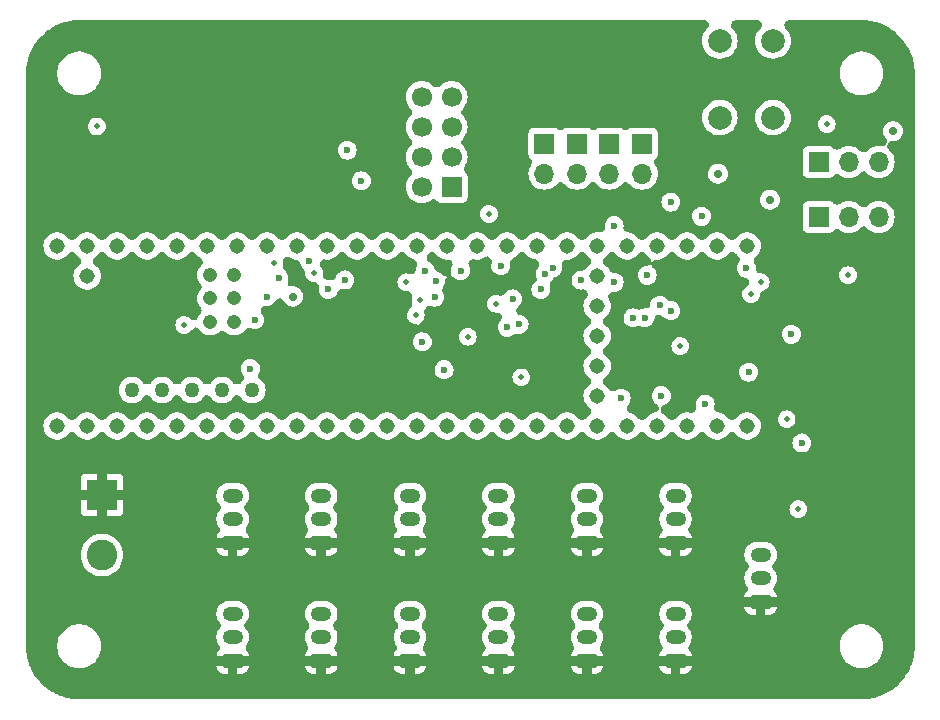
<source format=gbr>
%TF.GenerationSoftware,KiCad,Pcbnew,8.0.6*%
%TF.CreationDate,2024-12-25T20:40:02+07:00*%
%TF.ProjectId,Morphex-PCB,4d6f7270-6865-4782-9d50-43422e6b6963,rev?*%
%TF.SameCoordinates,Original*%
%TF.FileFunction,Copper,L2,Inr*%
%TF.FilePolarity,Positive*%
%FSLAX46Y46*%
G04 Gerber Fmt 4.6, Leading zero omitted, Abs format (unit mm)*
G04 Created by KiCad (PCBNEW 8.0.6) date 2024-12-25 20:40:02*
%MOMM*%
%LPD*%
G01*
G04 APERTURE LIST*
G04 Aperture macros list*
%AMRoundRect*
0 Rectangle with rounded corners*
0 $1 Rounding radius*
0 $2 $3 $4 $5 $6 $7 $8 $9 X,Y pos of 4 corners*
0 Add a 4 corners polygon primitive as box body*
4,1,4,$2,$3,$4,$5,$6,$7,$8,$9,$2,$3,0*
0 Add four circle primitives for the rounded corners*
1,1,$1+$1,$2,$3*
1,1,$1+$1,$4,$5*
1,1,$1+$1,$6,$7*
1,1,$1+$1,$8,$9*
0 Add four rect primitives between the rounded corners*
20,1,$1+$1,$2,$3,$4,$5,0*
20,1,$1+$1,$4,$5,$6,$7,0*
20,1,$1+$1,$6,$7,$8,$9,0*
20,1,$1+$1,$8,$9,$2,$3,0*%
G04 Aperture macros list end*
%TA.AperFunction,ComponentPad*%
%ADD10C,1.308000*%
%TD*%
%TA.AperFunction,ComponentPad*%
%ADD11C,1.258000*%
%TD*%
%TA.AperFunction,ComponentPad*%
%ADD12C,1.208000*%
%TD*%
%TA.AperFunction,ComponentPad*%
%ADD13RoundRect,0.250000X0.625000X-0.350000X0.625000X0.350000X-0.625000X0.350000X-0.625000X-0.350000X0*%
%TD*%
%TA.AperFunction,ComponentPad*%
%ADD14O,1.750000X1.200000*%
%TD*%
%TA.AperFunction,ComponentPad*%
%ADD15R,1.700000X1.700000*%
%TD*%
%TA.AperFunction,ComponentPad*%
%ADD16C,1.700000*%
%TD*%
%TA.AperFunction,ComponentPad*%
%ADD17O,1.700000X1.700000*%
%TD*%
%TA.AperFunction,ComponentPad*%
%ADD18C,2.000000*%
%TD*%
%TA.AperFunction,ComponentPad*%
%ADD19R,2.600000X2.600000*%
%TD*%
%TA.AperFunction,ComponentPad*%
%ADD20C,2.600000*%
%TD*%
%TA.AperFunction,ViaPad*%
%ADD21C,0.500000*%
%TD*%
%TA.AperFunction,ViaPad*%
%ADD22C,0.600000*%
%TD*%
%TA.AperFunction,ViaPad*%
%ADD23C,0.700000*%
%TD*%
G04 APERTURE END LIST*
D10*
%TO.N,unconnected-(U1-PadVUSB)*%
%TO.C,U1*%
X123180000Y-94652500D03*
%TO.N,+5V*%
X120640000Y-92112500D03*
%TO.N,unconnected-(U1-PadVBAT)*%
X166360000Y-104812500D03*
D11*
%TO.N,GND*%
X137150000Y-104302500D03*
X134610000Y-104302500D03*
D12*
%TO.N,unconnected-(U1-PadT-)*%
X133610000Y-98562500D03*
%TO.N,unconnected-(U1-PadT+)*%
X135610000Y-98562500D03*
%TO.N,unconnected-(U1-PadR-)*%
X135610000Y-94562500D03*
%TO.N,unconnected-(U1-PadR+)*%
X133610000Y-94562500D03*
D10*
%TO.N,unconnected-(U1-PadPROGRAM)*%
X166360000Y-97192500D03*
%TO.N,unconnected-(U1-PadON{slash}OFF)*%
X166360000Y-94652500D03*
D12*
%TO.N,unconnected-(U1-PadLED)*%
X133610000Y-96562500D03*
%TO.N,GND*%
X135610000Y-96562500D03*
D10*
X166360000Y-99732500D03*
X123180000Y-92112500D03*
X156200000Y-92112500D03*
X120640000Y-107352500D03*
D11*
%TO.N,unconnected-(U1-PadD-)*%
X129530000Y-104302500D03*
%TO.N,unconnected-(U1-PadD+)*%
X132070000Y-104302500D03*
D10*
%TO.N,/servo_dir*%
X158740000Y-92112500D03*
%TO.N,/NRF_CE*%
X161280000Y-92112500D03*
%TO.N,unconnected-(U1-A15-Pad39)*%
X163820000Y-92112500D03*
%TO.N,unconnected-(U1-A14-Pad38)*%
X166360000Y-92112500D03*
%TO.N,/BUTTON_PIN*%
X168900000Y-92112500D03*
%TO.N,unconnected-(U1-CS2-Pad36)*%
X171440000Y-92112500D03*
%TO.N,/tx8*%
X173980000Y-92112500D03*
%TO.N,/rx8*%
X176520000Y-92112500D03*
%TO.N,unconnected-(U1-MCLK2-Pad33)*%
X179060000Y-92112500D03*
%TO.N,unconnected-(U1-OUT1B-Pad32)*%
X179060000Y-107352500D03*
%TO.N,/ctx3*%
X176520000Y-107352500D03*
%TO.N,/crx3*%
X173980000Y-107352500D03*
%TO.N,/tx7*%
X171440000Y-107352500D03*
%TO.N,/rx7*%
X168900000Y-107352500D03*
%TO.N,unconnected-(U1-A13-Pad27)*%
X166360000Y-107352500D03*
%TO.N,unconnected-(U1-A12-Pad26)*%
X163820000Y-107352500D03*
%TO.N,unconnected-(U1-A11-Pad25)*%
X161280000Y-107352500D03*
%TO.N,unconnected-(U1-A10-Pad24)*%
X158740000Y-107352500D03*
%TO.N,unconnected-(U1-A9-Pad23)*%
X128260000Y-92112500D03*
%TO.N,unconnected-(U1-A8-Pad22)*%
X130800000Y-92112500D03*
%TO.N,unconnected-(U1-A7-Pad21)*%
X133340000Y-92112500D03*
%TO.N,unconnected-(U1-A6-Pad20)*%
X135880000Y-92112500D03*
%TO.N,/SCL*%
X138420000Y-92112500D03*
%TO.N,/SDA*%
X140960000Y-92112500D03*
%TO.N,unconnected-(U1-A3-Pad17)*%
X143500000Y-92112500D03*
%TO.N,unconnected-(U1-A2-Pad16)*%
X146040000Y-92112500D03*
%TO.N,/BNO_INT*%
X148580000Y-92112500D03*
%TO.N,/BNO_RESET*%
X151120000Y-92112500D03*
%TO.N,/NRF_SCK*%
X153660000Y-92112500D03*
%TO.N,/NRF_MISO*%
X153660000Y-107352500D03*
%TO.N,/NRF_MOSI*%
X151120000Y-107352500D03*
%TO.N,/NRF_CS*%
X148580000Y-107352500D03*
%TO.N,unconnected-(U1-OUT1C-Pad9)*%
X146040000Y-107352500D03*
%TO.N,/tx2*%
X143500000Y-107352500D03*
%TO.N,/rx2*%
X140960000Y-107352500D03*
%TO.N,unconnected-(U1-OUT1D-Pad6)*%
X138420000Y-107352500D03*
D11*
%TO.N,unconnected-(U1-Pad5V)*%
X126990000Y-104302500D03*
D10*
%TO.N,unconnected-(U1-IN2-Pad5)*%
X135880000Y-107352500D03*
%TO.N,unconnected-(U1-BCLK2-Pad4)*%
X133340000Y-107352500D03*
%TO.N,Net-(U1-3.3V-Pad3.3V_1)*%
X166360000Y-102272500D03*
X125720000Y-92112500D03*
X156200000Y-107352500D03*
%TO.N,unconnected-(U1-LRCLK2-Pad3)*%
X130800000Y-107352500D03*
%TO.N,unconnected-(U1-OUT2-Pad2)*%
X128260000Y-107352500D03*
%TO.N,/servo_tx1*%
X125720000Y-107352500D03*
%TO.N,/servo_rx1*%
X123180000Y-107352500D03*
%TD*%
D13*
%TO.N,VCC*%
%TO.C,servo11*%
X173000000Y-127250000D03*
D14*
%TO.N,GND*%
X173000000Y-125250000D03*
%TO.N,/from_servo*%
X173000000Y-123250000D03*
%TD*%
D13*
%TO.N,VCC*%
%TO.C,servo2*%
X173000000Y-117250000D03*
D14*
%TO.N,GND*%
X173000000Y-115250000D03*
%TO.N,/from_servo*%
X173000000Y-113250000D03*
%TD*%
D15*
%TO.N,GND*%
%TO.C,U2*%
X154040000Y-87120000D03*
D16*
%TO.N,+3.3V*%
X151500000Y-87120000D03*
%TO.N,/NRF_CE*%
X154040000Y-84580000D03*
%TO.N,/NRF_CS*%
X151500000Y-84580000D03*
%TO.N,/NRF_SCK*%
X154040000Y-82040000D03*
%TO.N,/NRF_MOSI*%
X151500000Y-82040000D03*
%TO.N,/NRF_MISO*%
X154040000Y-79500000D03*
%TO.N,unconnected-(U2-IRQ-Pad8)*%
X151500000Y-79500000D03*
%TD*%
D15*
%TO.N,/tx2*%
%TO.C,J2*%
X161900000Y-83460000D03*
D17*
%TO.N,/rx2*%
X161900000Y-86000000D03*
%TD*%
D13*
%TO.N,VCC*%
%TO.C,servo6*%
X150500000Y-117250000D03*
D14*
%TO.N,GND*%
X150500000Y-115250000D03*
%TO.N,/from_servo*%
X150500000Y-113250000D03*
%TD*%
D13*
%TO.N,VCC*%
%TO.C,servo13*%
X135500000Y-117250000D03*
D14*
%TO.N,GND*%
X135500000Y-115250000D03*
%TO.N,/from_servo*%
X135500000Y-113250000D03*
%TD*%
D13*
%TO.N,VCC*%
%TO.C,servo10*%
X143000000Y-127250000D03*
D14*
%TO.N,GND*%
X143000000Y-125250000D03*
%TO.N,/from_servo*%
X143000000Y-123250000D03*
%TD*%
D15*
%TO.N,/tx8*%
%TO.C,J5*%
X170150000Y-83460000D03*
D17*
%TO.N,/rx8*%
X170150000Y-86000000D03*
%TD*%
D15*
%TO.N,/ctx3*%
%TO.C,J4*%
X167400000Y-83460000D03*
D17*
%TO.N,/crx3*%
X167400000Y-86000000D03*
%TD*%
D13*
%TO.N,VCC*%
%TO.C,servo5*%
X150500000Y-127250000D03*
D14*
%TO.N,GND*%
X150500000Y-125250000D03*
%TO.N,/from_servo*%
X150500000Y-123250000D03*
%TD*%
D13*
%TO.N,VCC*%
%TO.C,servo8*%
X165500000Y-127250000D03*
D14*
%TO.N,GND*%
X165500000Y-125250000D03*
%TO.N,/from_servo*%
X165500000Y-123250000D03*
%TD*%
D13*
%TO.N,VCC*%
%TO.C,servo3*%
X180200000Y-122250000D03*
D14*
%TO.N,GND*%
X180200000Y-120250000D03*
%TO.N,/from_servo*%
X180200000Y-118250000D03*
%TD*%
D15*
%TO.N,/tx7*%
%TO.C,J3*%
X164650000Y-83460000D03*
D17*
%TO.N,/rx7*%
X164650000Y-86000000D03*
%TD*%
D13*
%TO.N,VCC*%
%TO.C,servo7*%
X165500000Y-117250000D03*
D14*
%TO.N,GND*%
X165500000Y-115250000D03*
%TO.N,/from_servo*%
X165500000Y-113250000D03*
%TD*%
D18*
%TO.N,/BUTTON_PIN*%
%TO.C,SW1*%
X176750000Y-81250000D03*
X176750000Y-74750000D03*
%TO.N,Net-(R4-Pad1)*%
X181250000Y-81250000D03*
X181250000Y-74750000D03*
%TD*%
D13*
%TO.N,VCC*%
%TO.C,servo12*%
X158000000Y-127250000D03*
D14*
%TO.N,GND*%
X158000000Y-125250000D03*
%TO.N,/from_servo*%
X158000000Y-123250000D03*
%TD*%
D13*
%TO.N,VCC*%
%TO.C,servo9*%
X135500000Y-127250000D03*
D14*
%TO.N,GND*%
X135500000Y-125250000D03*
%TO.N,/from_servo*%
X135500000Y-123250000D03*
%TD*%
D13*
%TO.N,VCC*%
%TO.C,servo4*%
X143000000Y-117250000D03*
D14*
%TO.N,GND*%
X143000000Y-115250000D03*
%TO.N,/from_servo*%
X143000000Y-113250000D03*
%TD*%
D13*
%TO.N,VCC*%
%TO.C,servo1*%
X158000000Y-117250000D03*
D14*
%TO.N,GND*%
X158000000Y-115250000D03*
%TO.N,/from_servo*%
X158000000Y-113250000D03*
%TD*%
D15*
%TO.N,+5V*%
%TO.C,5V*%
X185120000Y-89650000D03*
D17*
X187660000Y-89650000D03*
X190200000Y-89650000D03*
%TD*%
D19*
%TO.N,VCC*%
%TO.C,Main Terminal*%
X124445000Y-113205000D03*
D20*
%TO.N,GND*%
X124445000Y-118285000D03*
%TD*%
D15*
%TO.N,+3.3V*%
%TO.C,3.3V*%
X185120000Y-85000000D03*
D17*
X187660000Y-85000000D03*
X190200000Y-85000000D03*
%TD*%
D21*
%TO.N,+3.3V*%
X180200000Y-95200000D03*
%TO.N,GND*%
X179400000Y-96200000D03*
X185800000Y-81800000D03*
X150200000Y-95200000D03*
X157200000Y-89400000D03*
X173400000Y-100600000D03*
X182400000Y-106800000D03*
X157800000Y-97000000D03*
X159950000Y-103250000D03*
X131400000Y-98800000D03*
X187600000Y-94600000D03*
X183400000Y-114400000D03*
%TO.N,+5V*%
X139000000Y-93600000D03*
X151000000Y-98000000D03*
D22*
X145000000Y-95000000D03*
D23*
X181000000Y-88200000D03*
D21*
X124000000Y-82000000D03*
X151400000Y-96725000D03*
D23*
X176600000Y-86000000D03*
D21*
X142400000Y-94400000D03*
D22*
%TO.N,+3.3V*%
X175500000Y-105500000D03*
D23*
X191400000Y-82400000D03*
D22*
X146400000Y-86600000D03*
X171800000Y-104800000D03*
X137000000Y-102500000D03*
X137375000Y-98375000D03*
X183700000Y-108800000D03*
D21*
%TO.N,VCC*%
X188600000Y-94200000D03*
X188800000Y-108600000D03*
D22*
%TO.N,Net-(IC1-B3)*%
X151565380Y-100234620D03*
X159750000Y-98750000D03*
%TO.N,Net-(IC1-B1)*%
X158750000Y-99000000D03*
X152600000Y-96450000D03*
D23*
%TO.N,/servo_dir*%
X140600000Y-96400000D03*
D21*
%TO.N,/from_servo*%
X155400000Y-99800000D03*
D22*
%TO.N,Net-(U3-~{BOOT_LOAD_PIN})*%
X179000000Y-94000000D03*
X179200000Y-102800000D03*
%TO.N,/BNO_RESET*%
X154800000Y-94200000D03*
X182800000Y-99600000D03*
X151800000Y-94200000D03*
X158200000Y-93800000D03*
%TO.N,/NRF_MOSI*%
X145200000Y-84000000D03*
X161975499Y-94450000D03*
%TO.N,/rx8*%
X172600000Y-88400000D03*
X175200000Y-89600000D03*
%TO.N,/NRF_MISO*%
X162600000Y-93950000D03*
%TO.N,/SDA*%
X153400000Y-102600000D03*
%TO.N,/ctx3*%
X171659620Y-97140380D03*
X167800000Y-90400000D03*
X169400000Y-98200000D03*
%TO.N,/rx2*%
X139400000Y-94800000D03*
%TO.N,/crx3*%
X170400000Y-98200000D03*
X172600000Y-97600000D03*
%TO.N,/NRF_CS*%
X161600000Y-95800000D03*
%TO.N,/SCL*%
X142000000Y-93400000D03*
X159200000Y-96600000D03*
%TO.N,/BNO_INT*%
X143600000Y-95800000D03*
X152700000Y-95100000D03*
%TO.N,/tx2*%
X138400000Y-96400000D03*
%TO.N,/rx7*%
X165000000Y-95000000D03*
%TO.N,/tx7*%
X168400000Y-105000000D03*
X170600000Y-94600000D03*
X167800000Y-95200000D03*
%TD*%
%TA.AperFunction,Conductor*%
%TO.N,VCC*%
G36*
X175534709Y-73020028D02*
G01*
X175645937Y-73076702D01*
X175734209Y-73164974D01*
X175790883Y-73276202D01*
X175810411Y-73399500D01*
X175790883Y-73522798D01*
X175734209Y-73634026D01*
X175704965Y-73669735D01*
X175561837Y-73825212D01*
X175425828Y-74033391D01*
X175325937Y-74261117D01*
X175264893Y-74502172D01*
X175264892Y-74502177D01*
X175244357Y-74749998D01*
X175244357Y-74750001D01*
X175264892Y-74997822D01*
X175264893Y-74997827D01*
X175286243Y-75082134D01*
X175325937Y-75238881D01*
X175425827Y-75466607D01*
X175497997Y-75577071D01*
X175561837Y-75674787D01*
X175730254Y-75857737D01*
X175812080Y-75921424D01*
X175926491Y-76010474D01*
X176145190Y-76128828D01*
X176145196Y-76128830D01*
X176145198Y-76128831D01*
X176145197Y-76128831D01*
X176299413Y-76181772D01*
X176380386Y-76209571D01*
X176543604Y-76236806D01*
X176625657Y-76250499D01*
X176625665Y-76250500D01*
X176874335Y-76250500D01*
X176874342Y-76250499D01*
X176915515Y-76243628D01*
X177119614Y-76209571D01*
X177289282Y-76151323D01*
X177354802Y-76128831D01*
X177354803Y-76128830D01*
X177354810Y-76128828D01*
X177573509Y-76010474D01*
X177769744Y-75857738D01*
X177938164Y-75674785D01*
X178074173Y-75466607D01*
X178174063Y-75238881D01*
X178235108Y-74997821D01*
X178255643Y-74750000D01*
X178235108Y-74502179D01*
X178174063Y-74261119D01*
X178074173Y-74033393D01*
X177938164Y-73825215D01*
X177938163Y-73825214D01*
X177938162Y-73825212D01*
X177795035Y-73669735D01*
X177725895Y-73565796D01*
X177692259Y-73445578D01*
X177697417Y-73320850D01*
X177740867Y-73203821D01*
X177818354Y-73105946D01*
X177922293Y-73036806D01*
X178042511Y-73003170D01*
X178088589Y-73000500D01*
X179911411Y-73000500D01*
X180034709Y-73020028D01*
X180145937Y-73076702D01*
X180234209Y-73164974D01*
X180290883Y-73276202D01*
X180310411Y-73399500D01*
X180290883Y-73522798D01*
X180234209Y-73634026D01*
X180204965Y-73669735D01*
X180061837Y-73825212D01*
X179925828Y-74033391D01*
X179825937Y-74261117D01*
X179764893Y-74502172D01*
X179764892Y-74502177D01*
X179744357Y-74749998D01*
X179744357Y-74750001D01*
X179764892Y-74997822D01*
X179764893Y-74997827D01*
X179786243Y-75082134D01*
X179825937Y-75238881D01*
X179925827Y-75466607D01*
X179997997Y-75577071D01*
X180061837Y-75674787D01*
X180230254Y-75857737D01*
X180312080Y-75921424D01*
X180426491Y-76010474D01*
X180645190Y-76128828D01*
X180645196Y-76128830D01*
X180645198Y-76128831D01*
X180645197Y-76128831D01*
X180799413Y-76181772D01*
X180880386Y-76209571D01*
X181043604Y-76236806D01*
X181125657Y-76250499D01*
X181125665Y-76250500D01*
X181374335Y-76250500D01*
X181374342Y-76250499D01*
X181415515Y-76243628D01*
X181619614Y-76209571D01*
X181789282Y-76151323D01*
X181854802Y-76128831D01*
X181854803Y-76128830D01*
X181854810Y-76128828D01*
X182073509Y-76010474D01*
X182269744Y-75857738D01*
X182438164Y-75674785D01*
X182574173Y-75466607D01*
X182674063Y-75238881D01*
X182735108Y-74997821D01*
X182755643Y-74750000D01*
X182735108Y-74502179D01*
X182674063Y-74261119D01*
X182574173Y-74033393D01*
X182438164Y-73825215D01*
X182438163Y-73825214D01*
X182438162Y-73825212D01*
X182295035Y-73669735D01*
X182225895Y-73565796D01*
X182192259Y-73445578D01*
X182197417Y-73320850D01*
X182240867Y-73203821D01*
X182318354Y-73105946D01*
X182422293Y-73036806D01*
X182542511Y-73003170D01*
X182588589Y-73000500D01*
X188684108Y-73000500D01*
X188741299Y-73000500D01*
X188758703Y-73000880D01*
X189124759Y-73016862D01*
X189159404Y-73019892D01*
X189514088Y-73066588D01*
X189548322Y-73072625D01*
X189897557Y-73150048D01*
X189931162Y-73159053D01*
X190272315Y-73266617D01*
X190304996Y-73278511D01*
X190635488Y-73415406D01*
X190667018Y-73430109D01*
X190984314Y-73595283D01*
X191014423Y-73612666D01*
X191316114Y-73804865D01*
X191344621Y-73824825D01*
X191345129Y-73825215D01*
X191628409Y-74042583D01*
X191655053Y-74064940D01*
X191918790Y-74306610D01*
X191943389Y-74331209D01*
X192185057Y-74594943D01*
X192207417Y-74621592D01*
X192349442Y-74806682D01*
X192425174Y-74905378D01*
X192445137Y-74933889D01*
X192637328Y-75235569D01*
X192654723Y-75265698D01*
X192819886Y-75582973D01*
X192834597Y-75614520D01*
X192971482Y-75944989D01*
X192983387Y-75977699D01*
X193090944Y-76318829D01*
X193099953Y-76352451D01*
X193177372Y-76701666D01*
X193183414Y-76735929D01*
X193205529Y-76903906D01*
X193230104Y-77090568D01*
X193233137Y-77125243D01*
X193249120Y-77491295D01*
X193249500Y-77508700D01*
X193249500Y-125991299D01*
X193249120Y-126008704D01*
X193233137Y-126374756D01*
X193230104Y-126409426D01*
X193183414Y-126764066D01*
X193177372Y-126798333D01*
X193099953Y-127147548D01*
X193090944Y-127181170D01*
X192983387Y-127522300D01*
X192971482Y-127555010D01*
X192834597Y-127885479D01*
X192819886Y-127917026D01*
X192654723Y-128234301D01*
X192637319Y-128264446D01*
X192445138Y-128566109D01*
X192425174Y-128594621D01*
X192207426Y-128878397D01*
X192185051Y-128905063D01*
X191943396Y-129168783D01*
X191918783Y-129193396D01*
X191655063Y-129435051D01*
X191628397Y-129457426D01*
X191344621Y-129675174D01*
X191316109Y-129695138D01*
X191123624Y-129817764D01*
X191014439Y-129887322D01*
X190984301Y-129904723D01*
X190667026Y-130069886D01*
X190635479Y-130084597D01*
X190305010Y-130221482D01*
X190272300Y-130233387D01*
X189931170Y-130340944D01*
X189897548Y-130349953D01*
X189548333Y-130427372D01*
X189514066Y-130433414D01*
X189159426Y-130480104D01*
X189124756Y-130483137D01*
X188771060Y-130498580D01*
X188758702Y-130499120D01*
X188741299Y-130499500D01*
X122508701Y-130499500D01*
X122491297Y-130499120D01*
X122478198Y-130498548D01*
X122125243Y-130483137D01*
X122090575Y-130480104D01*
X121735929Y-130433414D01*
X121701666Y-130427372D01*
X121352451Y-130349953D01*
X121318829Y-130340944D01*
X120977699Y-130233387D01*
X120944989Y-130221482D01*
X120895379Y-130200933D01*
X120614520Y-130084597D01*
X120582973Y-130069886D01*
X120265698Y-129904723D01*
X120235569Y-129887328D01*
X119933889Y-129695137D01*
X119905378Y-129675174D01*
X119752685Y-129558009D01*
X119621592Y-129457417D01*
X119594943Y-129435057D01*
X119331209Y-129193389D01*
X119306610Y-129168790D01*
X119064940Y-128905053D01*
X119042583Y-128878409D01*
X118824825Y-128594621D01*
X118804861Y-128566109D01*
X118710420Y-128417866D01*
X118612666Y-128264423D01*
X118595283Y-128234314D01*
X118430109Y-127917018D01*
X118415402Y-127885479D01*
X118278511Y-127554996D01*
X118266617Y-127522315D01*
X118159053Y-127181162D01*
X118150046Y-127147548D01*
X118124051Y-127030290D01*
X118072625Y-126798322D01*
X118066588Y-126764088D01*
X118019892Y-126409404D01*
X118016862Y-126374755D01*
X118000880Y-126008703D01*
X118000500Y-125991299D01*
X118000500Y-125878712D01*
X120649500Y-125878712D01*
X120649500Y-126121288D01*
X120658708Y-126191232D01*
X120681161Y-126361789D01*
X120681162Y-126361791D01*
X120743943Y-126596093D01*
X120743946Y-126596100D01*
X120836776Y-126820212D01*
X120836777Y-126820215D01*
X120836779Y-126820218D01*
X120958064Y-127030290D01*
X121088771Y-127200630D01*
X121105735Y-127222738D01*
X121277262Y-127394265D01*
X121277266Y-127394268D01*
X121277267Y-127394269D01*
X121469709Y-127541935D01*
X121469711Y-127541936D01*
X121679788Y-127663224D01*
X121903900Y-127756054D01*
X121903903Y-127756054D01*
X121903906Y-127756056D01*
X122060107Y-127797910D01*
X122138208Y-127818837D01*
X122138210Y-127818838D01*
X122178294Y-127824115D01*
X122378712Y-127850500D01*
X122378717Y-127850500D01*
X122621283Y-127850500D01*
X122621288Y-127850500D01*
X122861789Y-127818838D01*
X123096100Y-127756054D01*
X123320212Y-127663224D01*
X123343117Y-127650000D01*
X134125003Y-127650000D01*
X134135493Y-127752693D01*
X134135496Y-127752704D01*
X134190639Y-127919115D01*
X134190643Y-127919125D01*
X134282681Y-128068341D01*
X134406658Y-128192318D01*
X134555874Y-128284356D01*
X134555882Y-128284359D01*
X134722301Y-128339505D01*
X134825022Y-128349999D01*
X135099999Y-128349998D01*
X135100000Y-128349998D01*
X135100000Y-127650001D01*
X135900000Y-127650001D01*
X135900000Y-128349998D01*
X135900001Y-128349999D01*
X136174969Y-128349999D01*
X136174984Y-128349998D01*
X136277696Y-128339505D01*
X136277701Y-128339504D01*
X136444115Y-128284360D01*
X136444125Y-128284356D01*
X136593341Y-128192318D01*
X136717318Y-128068341D01*
X136809356Y-127919125D01*
X136809359Y-127919117D01*
X136864505Y-127752698D01*
X136874998Y-127650000D01*
X141625003Y-127650000D01*
X141635493Y-127752693D01*
X141635496Y-127752704D01*
X141690639Y-127919115D01*
X141690643Y-127919125D01*
X141782681Y-128068341D01*
X141906658Y-128192318D01*
X142055874Y-128284356D01*
X142055882Y-128284359D01*
X142222301Y-128339505D01*
X142325022Y-128349999D01*
X142599999Y-128349998D01*
X142600000Y-128349998D01*
X142600000Y-127650001D01*
X143400000Y-127650001D01*
X143400000Y-128349998D01*
X143400001Y-128349999D01*
X143674969Y-128349999D01*
X143674984Y-128349998D01*
X143777696Y-128339505D01*
X143777701Y-128339504D01*
X143944115Y-128284360D01*
X143944125Y-128284356D01*
X144093341Y-128192318D01*
X144217318Y-128068341D01*
X144309356Y-127919125D01*
X144309359Y-127919117D01*
X144364505Y-127752698D01*
X144374998Y-127650000D01*
X149125003Y-127650000D01*
X149135493Y-127752693D01*
X149135496Y-127752704D01*
X149190639Y-127919115D01*
X149190643Y-127919125D01*
X149282681Y-128068341D01*
X149406658Y-128192318D01*
X149555874Y-128284356D01*
X149555882Y-128284359D01*
X149722301Y-128339505D01*
X149825022Y-128349999D01*
X150099999Y-128349998D01*
X150100000Y-128349998D01*
X150100000Y-127650001D01*
X150900000Y-127650001D01*
X150900000Y-128349998D01*
X150900001Y-128349999D01*
X151174969Y-128349999D01*
X151174984Y-128349998D01*
X151277696Y-128339505D01*
X151277701Y-128339504D01*
X151444115Y-128284360D01*
X151444125Y-128284356D01*
X151593341Y-128192318D01*
X151717318Y-128068341D01*
X151809356Y-127919125D01*
X151809359Y-127919117D01*
X151864505Y-127752698D01*
X151874998Y-127650000D01*
X156625003Y-127650000D01*
X156635493Y-127752693D01*
X156635496Y-127752704D01*
X156690639Y-127919115D01*
X156690643Y-127919125D01*
X156782681Y-128068341D01*
X156906658Y-128192318D01*
X157055874Y-128284356D01*
X157055882Y-128284359D01*
X157222301Y-128339505D01*
X157325022Y-128349999D01*
X157599999Y-128349998D01*
X157600000Y-128349998D01*
X157600000Y-127650001D01*
X158400000Y-127650001D01*
X158400000Y-128349998D01*
X158400001Y-128349999D01*
X158674969Y-128349999D01*
X158674984Y-128349998D01*
X158777696Y-128339505D01*
X158777701Y-128339504D01*
X158944115Y-128284360D01*
X158944125Y-128284356D01*
X159093341Y-128192318D01*
X159217318Y-128068341D01*
X159309356Y-127919125D01*
X159309359Y-127919117D01*
X159364505Y-127752698D01*
X159374998Y-127650000D01*
X164125003Y-127650000D01*
X164135493Y-127752693D01*
X164135496Y-127752704D01*
X164190639Y-127919115D01*
X164190643Y-127919125D01*
X164282681Y-128068341D01*
X164406658Y-128192318D01*
X164555874Y-128284356D01*
X164555882Y-128284359D01*
X164722301Y-128339505D01*
X164825022Y-128349999D01*
X165099999Y-128349998D01*
X165100000Y-128349998D01*
X165100000Y-127650001D01*
X165900000Y-127650001D01*
X165900000Y-128349998D01*
X165900001Y-128349999D01*
X166174969Y-128349999D01*
X166174984Y-128349998D01*
X166277696Y-128339505D01*
X166277701Y-128339504D01*
X166444115Y-128284360D01*
X166444125Y-128284356D01*
X166593341Y-128192318D01*
X166717318Y-128068341D01*
X166809356Y-127919125D01*
X166809359Y-127919117D01*
X166864505Y-127752698D01*
X166874998Y-127650000D01*
X171625003Y-127650000D01*
X171635493Y-127752693D01*
X171635496Y-127752704D01*
X171690639Y-127919115D01*
X171690643Y-127919125D01*
X171782681Y-128068341D01*
X171906658Y-128192318D01*
X172055874Y-128284356D01*
X172055882Y-128284359D01*
X172222301Y-128339505D01*
X172325022Y-128349999D01*
X172599999Y-128349998D01*
X172600000Y-128349998D01*
X172600000Y-127650001D01*
X173400000Y-127650001D01*
X173400000Y-128349998D01*
X173400001Y-128349999D01*
X173674969Y-128349999D01*
X173674984Y-128349998D01*
X173777696Y-128339505D01*
X173777701Y-128339504D01*
X173944115Y-128284360D01*
X173944125Y-128284356D01*
X174093341Y-128192318D01*
X174217318Y-128068341D01*
X174309356Y-127919125D01*
X174309359Y-127919117D01*
X174364505Y-127752698D01*
X174374998Y-127650000D01*
X173400001Y-127650000D01*
X173400000Y-127650001D01*
X172600000Y-127650001D01*
X172599999Y-127650000D01*
X171625003Y-127650000D01*
X166874998Y-127650000D01*
X165900001Y-127650000D01*
X165900000Y-127650001D01*
X165100000Y-127650001D01*
X165099999Y-127650000D01*
X164125003Y-127650000D01*
X159374998Y-127650000D01*
X158400001Y-127650000D01*
X158400000Y-127650001D01*
X157600000Y-127650001D01*
X157599999Y-127650000D01*
X156625003Y-127650000D01*
X151874998Y-127650000D01*
X150900001Y-127650000D01*
X150900000Y-127650001D01*
X150100000Y-127650001D01*
X150099999Y-127650000D01*
X149125003Y-127650000D01*
X144374998Y-127650000D01*
X143400001Y-127650000D01*
X143400000Y-127650001D01*
X142600000Y-127650001D01*
X142599999Y-127650000D01*
X141625003Y-127650000D01*
X136874998Y-127650000D01*
X135900001Y-127650000D01*
X135900000Y-127650001D01*
X135100000Y-127650001D01*
X135099999Y-127650000D01*
X134125003Y-127650000D01*
X123343117Y-127650000D01*
X123530289Y-127541936D01*
X123722738Y-127394265D01*
X123894265Y-127222738D01*
X123911229Y-127200630D01*
X135125000Y-127200630D01*
X135125000Y-127299370D01*
X135150556Y-127394745D01*
X135199925Y-127480255D01*
X135269745Y-127550075D01*
X135355255Y-127599444D01*
X135450630Y-127625000D01*
X135549370Y-127625000D01*
X135644745Y-127599444D01*
X135730255Y-127550075D01*
X135800075Y-127480255D01*
X135849444Y-127394745D01*
X135875000Y-127299370D01*
X135875000Y-127200630D01*
X142625000Y-127200630D01*
X142625000Y-127299370D01*
X142650556Y-127394745D01*
X142699925Y-127480255D01*
X142769745Y-127550075D01*
X142855255Y-127599444D01*
X142950630Y-127625000D01*
X143049370Y-127625000D01*
X143144745Y-127599444D01*
X143230255Y-127550075D01*
X143300075Y-127480255D01*
X143349444Y-127394745D01*
X143375000Y-127299370D01*
X143375000Y-127200630D01*
X150125000Y-127200630D01*
X150125000Y-127299370D01*
X150150556Y-127394745D01*
X150199925Y-127480255D01*
X150269745Y-127550075D01*
X150355255Y-127599444D01*
X150450630Y-127625000D01*
X150549370Y-127625000D01*
X150644745Y-127599444D01*
X150730255Y-127550075D01*
X150800075Y-127480255D01*
X150849444Y-127394745D01*
X150875000Y-127299370D01*
X150875000Y-127200630D01*
X157625000Y-127200630D01*
X157625000Y-127299370D01*
X157650556Y-127394745D01*
X157699925Y-127480255D01*
X157769745Y-127550075D01*
X157855255Y-127599444D01*
X157950630Y-127625000D01*
X158049370Y-127625000D01*
X158144745Y-127599444D01*
X158230255Y-127550075D01*
X158300075Y-127480255D01*
X158349444Y-127394745D01*
X158375000Y-127299370D01*
X158375000Y-127200630D01*
X165125000Y-127200630D01*
X165125000Y-127299370D01*
X165150556Y-127394745D01*
X165199925Y-127480255D01*
X165269745Y-127550075D01*
X165355255Y-127599444D01*
X165450630Y-127625000D01*
X165549370Y-127625000D01*
X165644745Y-127599444D01*
X165730255Y-127550075D01*
X165800075Y-127480255D01*
X165849444Y-127394745D01*
X165875000Y-127299370D01*
X165875000Y-127200630D01*
X172625000Y-127200630D01*
X172625000Y-127299370D01*
X172650556Y-127394745D01*
X172699925Y-127480255D01*
X172769745Y-127550075D01*
X172855255Y-127599444D01*
X172950630Y-127625000D01*
X173049370Y-127625000D01*
X173144745Y-127599444D01*
X173230255Y-127550075D01*
X173300075Y-127480255D01*
X173349444Y-127394745D01*
X173375000Y-127299370D01*
X173375000Y-127200630D01*
X173349444Y-127105255D01*
X173300075Y-127019745D01*
X173230255Y-126949925D01*
X173144745Y-126900556D01*
X173049370Y-126875000D01*
X172950630Y-126875000D01*
X172855255Y-126900556D01*
X172769745Y-126949925D01*
X172699925Y-127019745D01*
X172650556Y-127105255D01*
X172625000Y-127200630D01*
X165875000Y-127200630D01*
X165849444Y-127105255D01*
X165800075Y-127019745D01*
X165730255Y-126949925D01*
X165644745Y-126900556D01*
X165549370Y-126875000D01*
X165450630Y-126875000D01*
X165355255Y-126900556D01*
X165269745Y-126949925D01*
X165199925Y-127019745D01*
X165150556Y-127105255D01*
X165125000Y-127200630D01*
X158375000Y-127200630D01*
X158349444Y-127105255D01*
X158300075Y-127019745D01*
X158230255Y-126949925D01*
X158144745Y-126900556D01*
X158049370Y-126875000D01*
X157950630Y-126875000D01*
X157855255Y-126900556D01*
X157769745Y-126949925D01*
X157699925Y-127019745D01*
X157650556Y-127105255D01*
X157625000Y-127200630D01*
X150875000Y-127200630D01*
X150849444Y-127105255D01*
X150800075Y-127019745D01*
X150730255Y-126949925D01*
X150644745Y-126900556D01*
X150549370Y-126875000D01*
X150450630Y-126875000D01*
X150355255Y-126900556D01*
X150269745Y-126949925D01*
X150199925Y-127019745D01*
X150150556Y-127105255D01*
X150125000Y-127200630D01*
X143375000Y-127200630D01*
X143349444Y-127105255D01*
X143300075Y-127019745D01*
X143230255Y-126949925D01*
X143144745Y-126900556D01*
X143049370Y-126875000D01*
X142950630Y-126875000D01*
X142855255Y-126900556D01*
X142769745Y-126949925D01*
X142699925Y-127019745D01*
X142650556Y-127105255D01*
X142625000Y-127200630D01*
X135875000Y-127200630D01*
X135849444Y-127105255D01*
X135800075Y-127019745D01*
X135730255Y-126949925D01*
X135644745Y-126900556D01*
X135549370Y-126875000D01*
X135450630Y-126875000D01*
X135355255Y-126900556D01*
X135269745Y-126949925D01*
X135199925Y-127019745D01*
X135150556Y-127105255D01*
X135125000Y-127200630D01*
X123911229Y-127200630D01*
X124041936Y-127030289D01*
X124163224Y-126820212D01*
X124256054Y-126596100D01*
X124318838Y-126361789D01*
X124350500Y-126121288D01*
X124350500Y-125878712D01*
X124318838Y-125638211D01*
X124256054Y-125403900D01*
X124163224Y-125179788D01*
X124041936Y-124969711D01*
X124041935Y-124969709D01*
X123894269Y-124777267D01*
X123894268Y-124777266D01*
X123894265Y-124777262D01*
X123722738Y-124605735D01*
X123722733Y-124605731D01*
X123722732Y-124605730D01*
X123530290Y-124458064D01*
X123320218Y-124336779D01*
X123320215Y-124336777D01*
X123320212Y-124336776D01*
X123096100Y-124243946D01*
X123096093Y-124243943D01*
X122861791Y-124181162D01*
X122861789Y-124181161D01*
X122716753Y-124162067D01*
X122621288Y-124149500D01*
X122378712Y-124149500D01*
X122290268Y-124161143D01*
X122138210Y-124181161D01*
X122138208Y-124181162D01*
X121903906Y-124243943D01*
X121679781Y-124336779D01*
X121469709Y-124458064D01*
X121277267Y-124605730D01*
X121105730Y-124777267D01*
X120958064Y-124969709D01*
X120836779Y-125179781D01*
X120743943Y-125403906D01*
X120681162Y-125638208D01*
X120681161Y-125638210D01*
X120661143Y-125790268D01*
X120649500Y-125878712D01*
X118000500Y-125878712D01*
X118000500Y-123163389D01*
X134124500Y-123163389D01*
X134124500Y-123336611D01*
X134151598Y-123507701D01*
X134151599Y-123507707D01*
X134205124Y-123672436D01*
X134205127Y-123672445D01*
X134283768Y-123826789D01*
X134385585Y-123966927D01*
X134386522Y-123967864D01*
X134387305Y-123968942D01*
X134395773Y-123978857D01*
X134394992Y-123979523D01*
X134459898Y-124068858D01*
X134498474Y-124187583D01*
X134498474Y-124312417D01*
X134459898Y-124431142D01*
X134394992Y-124520476D01*
X134395773Y-124521143D01*
X134387305Y-124531057D01*
X134386522Y-124532136D01*
X134385585Y-124533072D01*
X134283768Y-124673210D01*
X134205127Y-124827554D01*
X134205124Y-124827563D01*
X134151599Y-124992292D01*
X134151598Y-124992299D01*
X134124500Y-125163389D01*
X134124500Y-125336611D01*
X134151598Y-125507701D01*
X134151599Y-125507707D01*
X134205124Y-125672436D01*
X134205127Y-125672445D01*
X134283768Y-125826788D01*
X134337540Y-125900799D01*
X134394214Y-126012028D01*
X134413742Y-126135325D01*
X134394213Y-126258623D01*
X134337540Y-126369852D01*
X134296882Y-126417456D01*
X134282686Y-126431651D01*
X134282682Y-126431657D01*
X134190643Y-126580874D01*
X134190640Y-126580882D01*
X134135494Y-126747301D01*
X134125002Y-126850000D01*
X136874996Y-126850000D01*
X136864506Y-126747306D01*
X136864503Y-126747295D01*
X136809360Y-126580884D01*
X136809356Y-126580874D01*
X136717318Y-126431658D01*
X136703121Y-126417461D01*
X136629745Y-126316467D01*
X136591169Y-126197742D01*
X136591169Y-126072908D01*
X136629745Y-125954183D01*
X136662461Y-125900797D01*
X136678507Y-125878712D01*
X136716232Y-125826788D01*
X136794873Y-125672445D01*
X136848402Y-125507701D01*
X136875500Y-125336611D01*
X136875500Y-125163389D01*
X136848402Y-124992299D01*
X136794873Y-124827555D01*
X136716232Y-124673212D01*
X136667203Y-124605730D01*
X136614414Y-124533072D01*
X136613478Y-124532136D01*
X136612694Y-124531057D01*
X136604227Y-124521143D01*
X136605007Y-124520476D01*
X136540102Y-124431142D01*
X136501526Y-124312417D01*
X136501526Y-124187583D01*
X136540102Y-124068858D01*
X136605007Y-123979523D01*
X136604227Y-123978857D01*
X136612694Y-123968942D01*
X136613478Y-123967864D01*
X136614414Y-123966928D01*
X136716232Y-123826788D01*
X136794873Y-123672445D01*
X136848402Y-123507701D01*
X136875500Y-123336611D01*
X136875500Y-123163389D01*
X141624500Y-123163389D01*
X141624500Y-123336611D01*
X141651598Y-123507701D01*
X141651599Y-123507707D01*
X141705124Y-123672436D01*
X141705127Y-123672445D01*
X141783768Y-123826789D01*
X141885585Y-123966927D01*
X141886522Y-123967864D01*
X141887305Y-123968942D01*
X141895773Y-123978857D01*
X141894992Y-123979523D01*
X141959898Y-124068858D01*
X141998474Y-124187583D01*
X141998474Y-124312417D01*
X141959898Y-124431142D01*
X141894992Y-124520476D01*
X141895773Y-124521143D01*
X141887305Y-124531057D01*
X141886522Y-124532136D01*
X141885585Y-124533072D01*
X141783768Y-124673210D01*
X141705127Y-124827554D01*
X141705124Y-124827563D01*
X141651599Y-124992292D01*
X141651598Y-124992299D01*
X141624500Y-125163389D01*
X141624500Y-125336611D01*
X141651598Y-125507701D01*
X141651599Y-125507707D01*
X141705124Y-125672436D01*
X141705127Y-125672445D01*
X141783768Y-125826788D01*
X141837540Y-125900799D01*
X141894214Y-126012028D01*
X141913742Y-126135325D01*
X141894213Y-126258623D01*
X141837540Y-126369852D01*
X141796882Y-126417456D01*
X141782686Y-126431651D01*
X141782682Y-126431657D01*
X141690643Y-126580874D01*
X141690640Y-126580882D01*
X141635494Y-126747301D01*
X141625002Y-126850000D01*
X144374996Y-126850000D01*
X144364506Y-126747306D01*
X144364503Y-126747295D01*
X144309360Y-126580884D01*
X144309356Y-126580874D01*
X144217318Y-126431658D01*
X144203121Y-126417461D01*
X144129745Y-126316467D01*
X144091169Y-126197742D01*
X144091169Y-126072908D01*
X144129745Y-125954183D01*
X144162461Y-125900797D01*
X144178507Y-125878712D01*
X144216232Y-125826788D01*
X144294873Y-125672445D01*
X144348402Y-125507701D01*
X144375500Y-125336611D01*
X144375500Y-125163389D01*
X144348402Y-124992299D01*
X144294873Y-124827555D01*
X144216232Y-124673212D01*
X144167203Y-124605730D01*
X144114414Y-124533072D01*
X144113478Y-124532136D01*
X144112694Y-124531057D01*
X144104227Y-124521143D01*
X144105007Y-124520476D01*
X144040102Y-124431142D01*
X144001526Y-124312417D01*
X144001526Y-124187583D01*
X144040102Y-124068858D01*
X144105007Y-123979523D01*
X144104227Y-123978857D01*
X144112694Y-123968942D01*
X144113478Y-123967864D01*
X144114414Y-123966928D01*
X144216232Y-123826788D01*
X144294873Y-123672445D01*
X144348402Y-123507701D01*
X144375500Y-123336611D01*
X144375500Y-123163389D01*
X149124500Y-123163389D01*
X149124500Y-123336611D01*
X149151598Y-123507701D01*
X149151599Y-123507707D01*
X149205124Y-123672436D01*
X149205127Y-123672445D01*
X149283768Y-123826789D01*
X149385585Y-123966927D01*
X149386522Y-123967864D01*
X149387305Y-123968942D01*
X149395773Y-123978857D01*
X149394992Y-123979523D01*
X149459898Y-124068858D01*
X149498474Y-124187583D01*
X149498474Y-124312417D01*
X149459898Y-124431142D01*
X149394992Y-124520476D01*
X149395773Y-124521143D01*
X149387305Y-124531057D01*
X149386522Y-124532136D01*
X149385585Y-124533072D01*
X149283768Y-124673210D01*
X149205127Y-124827554D01*
X149205124Y-124827563D01*
X149151599Y-124992292D01*
X149151598Y-124992299D01*
X149124500Y-125163389D01*
X149124500Y-125336611D01*
X149151598Y-125507701D01*
X149151599Y-125507707D01*
X149205124Y-125672436D01*
X149205127Y-125672445D01*
X149283768Y-125826788D01*
X149337540Y-125900799D01*
X149394214Y-126012028D01*
X149413742Y-126135325D01*
X149394213Y-126258623D01*
X149337540Y-126369852D01*
X149296882Y-126417456D01*
X149282686Y-126431651D01*
X149282682Y-126431657D01*
X149190643Y-126580874D01*
X149190640Y-126580882D01*
X149135494Y-126747301D01*
X149125002Y-126850000D01*
X151874996Y-126850000D01*
X151864506Y-126747306D01*
X151864503Y-126747295D01*
X151809360Y-126580884D01*
X151809356Y-126580874D01*
X151717318Y-126431658D01*
X151703121Y-126417461D01*
X151629745Y-126316467D01*
X151591169Y-126197742D01*
X151591169Y-126072908D01*
X151629745Y-125954183D01*
X151662461Y-125900797D01*
X151678507Y-125878712D01*
X151716232Y-125826788D01*
X151794873Y-125672445D01*
X151848402Y-125507701D01*
X151875500Y-125336611D01*
X151875500Y-125163389D01*
X151848402Y-124992299D01*
X151794873Y-124827555D01*
X151716232Y-124673212D01*
X151667203Y-124605730D01*
X151614414Y-124533072D01*
X151613478Y-124532136D01*
X151612694Y-124531057D01*
X151604227Y-124521143D01*
X151605007Y-124520476D01*
X151540102Y-124431142D01*
X151501526Y-124312417D01*
X151501526Y-124187583D01*
X151540102Y-124068858D01*
X151605007Y-123979523D01*
X151604227Y-123978857D01*
X151612694Y-123968942D01*
X151613478Y-123967864D01*
X151614414Y-123966928D01*
X151716232Y-123826788D01*
X151794873Y-123672445D01*
X151848402Y-123507701D01*
X151875500Y-123336611D01*
X151875500Y-123163389D01*
X156624500Y-123163389D01*
X156624500Y-123336611D01*
X156651598Y-123507701D01*
X156651599Y-123507707D01*
X156705124Y-123672436D01*
X156705127Y-123672445D01*
X156783768Y-123826789D01*
X156885585Y-123966927D01*
X156886522Y-123967864D01*
X156887305Y-123968942D01*
X156895773Y-123978857D01*
X156894992Y-123979523D01*
X156959898Y-124068858D01*
X156998474Y-124187583D01*
X156998474Y-124312417D01*
X156959898Y-124431142D01*
X156894992Y-124520476D01*
X156895773Y-124521143D01*
X156887305Y-124531057D01*
X156886522Y-124532136D01*
X156885585Y-124533072D01*
X156783768Y-124673210D01*
X156705127Y-124827554D01*
X156705124Y-124827563D01*
X156651599Y-124992292D01*
X156651598Y-124992299D01*
X156624500Y-125163389D01*
X156624500Y-125336611D01*
X156651598Y-125507701D01*
X156651599Y-125507707D01*
X156705124Y-125672436D01*
X156705127Y-125672445D01*
X156783768Y-125826788D01*
X156837540Y-125900799D01*
X156894214Y-126012028D01*
X156913742Y-126135325D01*
X156894213Y-126258623D01*
X156837540Y-126369852D01*
X156796882Y-126417456D01*
X156782686Y-126431651D01*
X156782682Y-126431657D01*
X156690643Y-126580874D01*
X156690640Y-126580882D01*
X156635494Y-126747301D01*
X156625002Y-126850000D01*
X159374996Y-126850000D01*
X159364506Y-126747306D01*
X159364503Y-126747295D01*
X159309360Y-126580884D01*
X159309356Y-126580874D01*
X159217318Y-126431658D01*
X159203121Y-126417461D01*
X159129745Y-126316467D01*
X159091169Y-126197742D01*
X159091169Y-126072908D01*
X159129745Y-125954183D01*
X159162461Y-125900797D01*
X159178507Y-125878712D01*
X159216232Y-125826788D01*
X159294873Y-125672445D01*
X159348402Y-125507701D01*
X159375500Y-125336611D01*
X159375500Y-125163389D01*
X159348402Y-124992299D01*
X159294873Y-124827555D01*
X159216232Y-124673212D01*
X159167203Y-124605730D01*
X159114414Y-124533072D01*
X159113478Y-124532136D01*
X159112694Y-124531057D01*
X159104227Y-124521143D01*
X159105007Y-124520476D01*
X159040102Y-124431142D01*
X159001526Y-124312417D01*
X159001526Y-124187583D01*
X159040102Y-124068858D01*
X159105007Y-123979523D01*
X159104227Y-123978857D01*
X159112694Y-123968942D01*
X159113478Y-123967864D01*
X159114414Y-123966928D01*
X159216232Y-123826788D01*
X159294873Y-123672445D01*
X159348402Y-123507701D01*
X159375500Y-123336611D01*
X159375500Y-123163389D01*
X164124500Y-123163389D01*
X164124500Y-123336611D01*
X164151598Y-123507701D01*
X164151599Y-123507707D01*
X164205124Y-123672436D01*
X164205127Y-123672445D01*
X164283768Y-123826789D01*
X164385585Y-123966927D01*
X164386522Y-123967864D01*
X164387305Y-123968942D01*
X164395773Y-123978857D01*
X164394992Y-123979523D01*
X164459898Y-124068858D01*
X164498474Y-124187583D01*
X164498474Y-124312417D01*
X164459898Y-124431142D01*
X164394992Y-124520476D01*
X164395773Y-124521143D01*
X164387305Y-124531057D01*
X164386522Y-124532136D01*
X164385585Y-124533072D01*
X164283768Y-124673210D01*
X164205127Y-124827554D01*
X164205124Y-124827563D01*
X164151599Y-124992292D01*
X164151598Y-124992299D01*
X164124500Y-125163389D01*
X164124500Y-125336611D01*
X164151598Y-125507701D01*
X164151599Y-125507707D01*
X164205124Y-125672436D01*
X164205127Y-125672445D01*
X164283768Y-125826788D01*
X164337540Y-125900799D01*
X164394214Y-126012028D01*
X164413742Y-126135325D01*
X164394213Y-126258623D01*
X164337540Y-126369852D01*
X164296882Y-126417456D01*
X164282686Y-126431651D01*
X164282682Y-126431657D01*
X164190643Y-126580874D01*
X164190640Y-126580882D01*
X164135494Y-126747301D01*
X164125002Y-126850000D01*
X166874996Y-126850000D01*
X166864506Y-126747306D01*
X166864503Y-126747295D01*
X166809360Y-126580884D01*
X166809356Y-126580874D01*
X166717318Y-126431658D01*
X166703121Y-126417461D01*
X166629745Y-126316467D01*
X166591169Y-126197742D01*
X166591169Y-126072908D01*
X166629745Y-125954183D01*
X166662461Y-125900797D01*
X166678507Y-125878712D01*
X166716232Y-125826788D01*
X166794873Y-125672445D01*
X166848402Y-125507701D01*
X166875500Y-125336611D01*
X166875500Y-125163389D01*
X166848402Y-124992299D01*
X166794873Y-124827555D01*
X166716232Y-124673212D01*
X166667203Y-124605730D01*
X166614414Y-124533072D01*
X166613478Y-124532136D01*
X166612694Y-124531057D01*
X166604227Y-124521143D01*
X166605007Y-124520476D01*
X166540102Y-124431142D01*
X166501526Y-124312417D01*
X166501526Y-124187583D01*
X166540102Y-124068858D01*
X166605007Y-123979523D01*
X166604227Y-123978857D01*
X166612694Y-123968942D01*
X166613478Y-123967864D01*
X166614414Y-123966928D01*
X166716232Y-123826788D01*
X166794873Y-123672445D01*
X166848402Y-123507701D01*
X166875500Y-123336611D01*
X166875500Y-123163389D01*
X171624500Y-123163389D01*
X171624500Y-123336611D01*
X171651598Y-123507701D01*
X171651599Y-123507707D01*
X171705124Y-123672436D01*
X171705127Y-123672445D01*
X171783768Y-123826789D01*
X171885585Y-123966927D01*
X171886522Y-123967864D01*
X171887305Y-123968942D01*
X171895773Y-123978857D01*
X171894992Y-123979523D01*
X171959898Y-124068858D01*
X171998474Y-124187583D01*
X171998474Y-124312417D01*
X171959898Y-124431142D01*
X171894992Y-124520476D01*
X171895773Y-124521143D01*
X171887305Y-124531057D01*
X171886522Y-124532136D01*
X171885585Y-124533072D01*
X171783768Y-124673210D01*
X171705127Y-124827554D01*
X171705124Y-124827563D01*
X171651599Y-124992292D01*
X171651598Y-124992299D01*
X171624500Y-125163389D01*
X171624500Y-125336611D01*
X171651598Y-125507701D01*
X171651599Y-125507707D01*
X171705124Y-125672436D01*
X171705127Y-125672445D01*
X171783768Y-125826788D01*
X171837540Y-125900799D01*
X171894214Y-126012028D01*
X171913742Y-126135325D01*
X171894213Y-126258623D01*
X171837540Y-126369852D01*
X171796882Y-126417456D01*
X171782686Y-126431651D01*
X171782682Y-126431657D01*
X171690643Y-126580874D01*
X171690640Y-126580882D01*
X171635494Y-126747301D01*
X171625002Y-126850000D01*
X174374996Y-126850000D01*
X174364506Y-126747306D01*
X174364503Y-126747295D01*
X174309360Y-126580884D01*
X174309356Y-126580874D01*
X174217318Y-126431658D01*
X174203121Y-126417461D01*
X174129745Y-126316467D01*
X174091169Y-126197742D01*
X174091169Y-126072908D01*
X174129745Y-125954183D01*
X174162461Y-125900797D01*
X174178507Y-125878712D01*
X186899500Y-125878712D01*
X186899500Y-126121288D01*
X186908708Y-126191232D01*
X186931161Y-126361789D01*
X186931162Y-126361791D01*
X186993943Y-126596093D01*
X186993946Y-126596100D01*
X187086776Y-126820212D01*
X187086777Y-126820215D01*
X187086779Y-126820218D01*
X187208064Y-127030290D01*
X187338771Y-127200630D01*
X187355735Y-127222738D01*
X187527262Y-127394265D01*
X187527266Y-127394268D01*
X187527267Y-127394269D01*
X187719709Y-127541935D01*
X187719711Y-127541936D01*
X187929788Y-127663224D01*
X188153900Y-127756054D01*
X188153903Y-127756054D01*
X188153906Y-127756056D01*
X188310107Y-127797910D01*
X188388208Y-127818837D01*
X188388210Y-127818838D01*
X188428294Y-127824115D01*
X188628712Y-127850500D01*
X188628717Y-127850500D01*
X188871283Y-127850500D01*
X188871288Y-127850500D01*
X189111789Y-127818838D01*
X189346100Y-127756054D01*
X189570212Y-127663224D01*
X189780289Y-127541936D01*
X189972738Y-127394265D01*
X190144265Y-127222738D01*
X190291936Y-127030289D01*
X190413224Y-126820212D01*
X190506054Y-126596100D01*
X190568838Y-126361789D01*
X190600500Y-126121288D01*
X190600500Y-125878712D01*
X190568838Y-125638211D01*
X190506054Y-125403900D01*
X190413224Y-125179788D01*
X190291936Y-124969711D01*
X190291935Y-124969709D01*
X190144269Y-124777267D01*
X190144268Y-124777266D01*
X190144265Y-124777262D01*
X189972738Y-124605735D01*
X189972733Y-124605731D01*
X189972732Y-124605730D01*
X189780290Y-124458064D01*
X189570218Y-124336779D01*
X189570215Y-124336777D01*
X189570212Y-124336776D01*
X189346100Y-124243946D01*
X189346093Y-124243943D01*
X189111791Y-124181162D01*
X189111789Y-124181161D01*
X188966753Y-124162067D01*
X188871288Y-124149500D01*
X188628712Y-124149500D01*
X188540268Y-124161143D01*
X188388210Y-124181161D01*
X188388208Y-124181162D01*
X188153906Y-124243943D01*
X187929781Y-124336779D01*
X187719709Y-124458064D01*
X187527267Y-124605730D01*
X187355730Y-124777267D01*
X187208064Y-124969709D01*
X187086779Y-125179781D01*
X186993943Y-125403906D01*
X186931162Y-125638208D01*
X186931161Y-125638210D01*
X186911143Y-125790268D01*
X186899500Y-125878712D01*
X174178507Y-125878712D01*
X174216232Y-125826788D01*
X174294873Y-125672445D01*
X174348402Y-125507701D01*
X174375500Y-125336611D01*
X174375500Y-125163389D01*
X174348402Y-124992299D01*
X174294873Y-124827555D01*
X174216232Y-124673212D01*
X174167203Y-124605730D01*
X174114414Y-124533072D01*
X174113478Y-124532136D01*
X174112694Y-124531057D01*
X174104227Y-124521143D01*
X174105007Y-124520476D01*
X174040102Y-124431142D01*
X174001526Y-124312417D01*
X174001526Y-124187583D01*
X174040102Y-124068858D01*
X174105007Y-123979523D01*
X174104227Y-123978857D01*
X174112694Y-123968942D01*
X174113478Y-123967864D01*
X174114414Y-123966928D01*
X174216232Y-123826788D01*
X174294873Y-123672445D01*
X174348402Y-123507701D01*
X174375500Y-123336611D01*
X174375500Y-123163389D01*
X174348402Y-122992299D01*
X174294873Y-122827555D01*
X174216232Y-122673212D01*
X174199368Y-122650001D01*
X174199367Y-122650000D01*
X178825003Y-122650000D01*
X178835493Y-122752693D01*
X178835496Y-122752704D01*
X178890639Y-122919115D01*
X178890643Y-122919125D01*
X178982681Y-123068341D01*
X179106658Y-123192318D01*
X179255874Y-123284356D01*
X179255882Y-123284359D01*
X179422301Y-123339505D01*
X179525022Y-123349999D01*
X179799999Y-123349998D01*
X179800000Y-123349998D01*
X179800000Y-122650001D01*
X180600000Y-122650001D01*
X180600000Y-123349998D01*
X180600001Y-123349999D01*
X180874969Y-123349999D01*
X180874984Y-123349998D01*
X180977696Y-123339505D01*
X180977701Y-123339504D01*
X181144115Y-123284360D01*
X181144125Y-123284356D01*
X181293341Y-123192318D01*
X181417318Y-123068341D01*
X181509356Y-122919125D01*
X181509359Y-122919117D01*
X181564505Y-122752698D01*
X181574998Y-122650000D01*
X180600001Y-122650000D01*
X180600000Y-122650001D01*
X179800000Y-122650001D01*
X179799999Y-122650000D01*
X178825003Y-122650000D01*
X174199367Y-122650000D01*
X174114414Y-122533072D01*
X173991927Y-122410585D01*
X173851789Y-122308768D01*
X173697445Y-122230127D01*
X173697436Y-122230124D01*
X173606665Y-122200630D01*
X179825000Y-122200630D01*
X179825000Y-122299370D01*
X179850556Y-122394745D01*
X179899925Y-122480255D01*
X179969745Y-122550075D01*
X180055255Y-122599444D01*
X180150630Y-122625000D01*
X180249370Y-122625000D01*
X180344745Y-122599444D01*
X180430255Y-122550075D01*
X180500075Y-122480255D01*
X180549444Y-122394745D01*
X180575000Y-122299370D01*
X180575000Y-122200630D01*
X180549444Y-122105255D01*
X180500075Y-122019745D01*
X180430255Y-121949925D01*
X180344745Y-121900556D01*
X180249370Y-121875000D01*
X180150630Y-121875000D01*
X180055255Y-121900556D01*
X179969745Y-121949925D01*
X179899925Y-122019745D01*
X179850556Y-122105255D01*
X179825000Y-122200630D01*
X173606665Y-122200630D01*
X173532707Y-122176599D01*
X173532701Y-122176598D01*
X173361611Y-122149500D01*
X172638389Y-122149500D01*
X172499144Y-122171554D01*
X172467292Y-122176599D01*
X172302563Y-122230124D01*
X172302554Y-122230127D01*
X172148210Y-122308768D01*
X172008072Y-122410585D01*
X171885585Y-122533072D01*
X171783768Y-122673210D01*
X171705127Y-122827554D01*
X171705124Y-122827563D01*
X171651599Y-122992292D01*
X171651598Y-122992299D01*
X171624500Y-123163389D01*
X166875500Y-123163389D01*
X166848402Y-122992299D01*
X166794873Y-122827555D01*
X166716232Y-122673212D01*
X166699368Y-122650001D01*
X166614414Y-122533072D01*
X166491927Y-122410585D01*
X166351789Y-122308768D01*
X166197445Y-122230127D01*
X166197436Y-122230124D01*
X166032707Y-122176599D01*
X166032701Y-122176598D01*
X165861611Y-122149500D01*
X165138389Y-122149500D01*
X164999144Y-122171554D01*
X164967292Y-122176599D01*
X164802563Y-122230124D01*
X164802554Y-122230127D01*
X164648210Y-122308768D01*
X164508072Y-122410585D01*
X164385585Y-122533072D01*
X164283768Y-122673210D01*
X164205127Y-122827554D01*
X164205124Y-122827563D01*
X164151599Y-122992292D01*
X164151598Y-122992299D01*
X164124500Y-123163389D01*
X159375500Y-123163389D01*
X159348402Y-122992299D01*
X159294873Y-122827555D01*
X159216232Y-122673212D01*
X159199368Y-122650001D01*
X159114414Y-122533072D01*
X158991927Y-122410585D01*
X158851789Y-122308768D01*
X158697445Y-122230127D01*
X158697436Y-122230124D01*
X158532707Y-122176599D01*
X158532701Y-122176598D01*
X158361611Y-122149500D01*
X157638389Y-122149500D01*
X157499144Y-122171554D01*
X157467292Y-122176599D01*
X157302563Y-122230124D01*
X157302554Y-122230127D01*
X157148210Y-122308768D01*
X157008072Y-122410585D01*
X156885585Y-122533072D01*
X156783768Y-122673210D01*
X156705127Y-122827554D01*
X156705124Y-122827563D01*
X156651599Y-122992292D01*
X156651598Y-122992299D01*
X156624500Y-123163389D01*
X151875500Y-123163389D01*
X151848402Y-122992299D01*
X151794873Y-122827555D01*
X151716232Y-122673212D01*
X151699368Y-122650001D01*
X151614414Y-122533072D01*
X151491927Y-122410585D01*
X151351789Y-122308768D01*
X151197445Y-122230127D01*
X151197436Y-122230124D01*
X151032707Y-122176599D01*
X151032701Y-122176598D01*
X150861611Y-122149500D01*
X150138389Y-122149500D01*
X149999144Y-122171554D01*
X149967292Y-122176599D01*
X149802563Y-122230124D01*
X149802554Y-122230127D01*
X149648210Y-122308768D01*
X149508072Y-122410585D01*
X149385585Y-122533072D01*
X149283768Y-122673210D01*
X149205127Y-122827554D01*
X149205124Y-122827563D01*
X149151599Y-122992292D01*
X149151598Y-122992299D01*
X149124500Y-123163389D01*
X144375500Y-123163389D01*
X144348402Y-122992299D01*
X144294873Y-122827555D01*
X144216232Y-122673212D01*
X144199368Y-122650001D01*
X144114414Y-122533072D01*
X143991927Y-122410585D01*
X143851789Y-122308768D01*
X143697445Y-122230127D01*
X143697436Y-122230124D01*
X143532707Y-122176599D01*
X143532701Y-122176598D01*
X143361611Y-122149500D01*
X142638389Y-122149500D01*
X142499144Y-122171554D01*
X142467292Y-122176599D01*
X142302563Y-122230124D01*
X142302554Y-122230127D01*
X142148210Y-122308768D01*
X142008072Y-122410585D01*
X141885585Y-122533072D01*
X141783768Y-122673210D01*
X141705127Y-122827554D01*
X141705124Y-122827563D01*
X141651599Y-122992292D01*
X141651598Y-122992299D01*
X141624500Y-123163389D01*
X136875500Y-123163389D01*
X136848402Y-122992299D01*
X136794873Y-122827555D01*
X136716232Y-122673212D01*
X136699368Y-122650001D01*
X136614414Y-122533072D01*
X136491927Y-122410585D01*
X136351789Y-122308768D01*
X136197445Y-122230127D01*
X136197436Y-122230124D01*
X136032707Y-122176599D01*
X136032701Y-122176598D01*
X135861611Y-122149500D01*
X135138389Y-122149500D01*
X134999144Y-122171554D01*
X134967292Y-122176599D01*
X134802563Y-122230124D01*
X134802554Y-122230127D01*
X134648210Y-122308768D01*
X134508072Y-122410585D01*
X134385585Y-122533072D01*
X134283768Y-122673210D01*
X134205127Y-122827554D01*
X134205124Y-122827563D01*
X134151599Y-122992292D01*
X134151598Y-122992299D01*
X134124500Y-123163389D01*
X118000500Y-123163389D01*
X118000500Y-118284994D01*
X122639451Y-118284994D01*
X122639451Y-118285005D01*
X122659615Y-118554090D01*
X122659617Y-118554105D01*
X122719664Y-118817190D01*
X122719667Y-118817199D01*
X122818256Y-119068397D01*
X122818258Y-119068401D01*
X122953179Y-119302093D01*
X122953182Y-119302098D01*
X122953185Y-119302102D01*
X123121439Y-119513085D01*
X123319259Y-119696635D01*
X123542226Y-119848651D01*
X123785359Y-119965738D01*
X124043228Y-120045280D01*
X124043235Y-120045281D01*
X124310060Y-120085499D01*
X124310068Y-120085499D01*
X124310071Y-120085500D01*
X124310073Y-120085500D01*
X124579927Y-120085500D01*
X124579929Y-120085500D01*
X124579931Y-120085499D01*
X124579939Y-120085499D01*
X124769752Y-120056888D01*
X124846772Y-120045280D01*
X125104641Y-119965738D01*
X125347775Y-119848651D01*
X125570741Y-119696635D01*
X125768561Y-119513085D01*
X125936815Y-119302102D01*
X126071743Y-119068398D01*
X126170334Y-118817195D01*
X126230383Y-118554103D01*
X126246465Y-118339504D01*
X126250549Y-118285005D01*
X126250549Y-118284994D01*
X126230384Y-118015909D01*
X126230383Y-118015907D01*
X126230383Y-118015897D01*
X126170334Y-117752805D01*
X126129986Y-117650000D01*
X134125003Y-117650000D01*
X134135493Y-117752693D01*
X134135496Y-117752704D01*
X134190639Y-117919115D01*
X134190643Y-117919125D01*
X134282681Y-118068341D01*
X134406658Y-118192318D01*
X134555874Y-118284356D01*
X134555882Y-118284359D01*
X134722301Y-118339505D01*
X134825022Y-118349999D01*
X135099999Y-118349998D01*
X135100000Y-118349998D01*
X135100000Y-117650001D01*
X135900000Y-117650001D01*
X135900000Y-118349998D01*
X135900001Y-118349999D01*
X136174969Y-118349999D01*
X136174984Y-118349998D01*
X136277696Y-118339505D01*
X136277701Y-118339504D01*
X136444115Y-118284360D01*
X136444125Y-118284356D01*
X136593341Y-118192318D01*
X136717318Y-118068341D01*
X136809356Y-117919125D01*
X136809359Y-117919117D01*
X136864505Y-117752698D01*
X136874998Y-117650000D01*
X141625003Y-117650000D01*
X141635493Y-117752693D01*
X141635496Y-117752704D01*
X141690639Y-117919115D01*
X141690643Y-117919125D01*
X141782681Y-118068341D01*
X141906658Y-118192318D01*
X142055874Y-118284356D01*
X142055882Y-118284359D01*
X142222301Y-118339505D01*
X142325022Y-118349999D01*
X142599999Y-118349998D01*
X142600000Y-118349998D01*
X142600000Y-117650001D01*
X143400000Y-117650001D01*
X143400000Y-118349998D01*
X143400001Y-118349999D01*
X143674969Y-118349999D01*
X143674984Y-118349998D01*
X143777696Y-118339505D01*
X143777701Y-118339504D01*
X143944115Y-118284360D01*
X143944125Y-118284356D01*
X144093341Y-118192318D01*
X144217318Y-118068341D01*
X144309356Y-117919125D01*
X144309359Y-117919117D01*
X144364505Y-117752698D01*
X144374998Y-117650000D01*
X149125003Y-117650000D01*
X149135493Y-117752693D01*
X149135496Y-117752704D01*
X149190639Y-117919115D01*
X149190643Y-117919125D01*
X149282681Y-118068341D01*
X149406658Y-118192318D01*
X149555874Y-118284356D01*
X149555882Y-118284359D01*
X149722301Y-118339505D01*
X149825022Y-118349999D01*
X150099999Y-118349998D01*
X150100000Y-118349998D01*
X150100000Y-117650001D01*
X150900000Y-117650001D01*
X150900000Y-118349998D01*
X150900001Y-118349999D01*
X151174969Y-118349999D01*
X151174984Y-118349998D01*
X151277696Y-118339505D01*
X151277701Y-118339504D01*
X151444115Y-118284360D01*
X151444125Y-118284356D01*
X151593341Y-118192318D01*
X151717318Y-118068341D01*
X151809356Y-117919125D01*
X151809359Y-117919117D01*
X151864505Y-117752698D01*
X151874998Y-117650000D01*
X156625003Y-117650000D01*
X156635493Y-117752693D01*
X156635496Y-117752704D01*
X156690639Y-117919115D01*
X156690643Y-117919125D01*
X156782681Y-118068341D01*
X156906658Y-118192318D01*
X157055874Y-118284356D01*
X157055882Y-118284359D01*
X157222301Y-118339505D01*
X157325022Y-118349999D01*
X157599999Y-118349998D01*
X157600000Y-118349998D01*
X157600000Y-117650001D01*
X158400000Y-117650001D01*
X158400000Y-118349998D01*
X158400001Y-118349999D01*
X158674969Y-118349999D01*
X158674984Y-118349998D01*
X158777696Y-118339505D01*
X158777701Y-118339504D01*
X158944115Y-118284360D01*
X158944125Y-118284356D01*
X159093341Y-118192318D01*
X159217318Y-118068341D01*
X159309356Y-117919125D01*
X159309359Y-117919117D01*
X159364505Y-117752698D01*
X159374998Y-117650000D01*
X164125003Y-117650000D01*
X164135493Y-117752693D01*
X164135496Y-117752704D01*
X164190639Y-117919115D01*
X164190643Y-117919125D01*
X164282681Y-118068341D01*
X164406658Y-118192318D01*
X164555874Y-118284356D01*
X164555882Y-118284359D01*
X164722301Y-118339505D01*
X164825022Y-118349999D01*
X165099999Y-118349998D01*
X165100000Y-118349998D01*
X165100000Y-117650001D01*
X165900000Y-117650001D01*
X165900000Y-118349998D01*
X165900001Y-118349999D01*
X166174969Y-118349999D01*
X166174984Y-118349998D01*
X166277696Y-118339505D01*
X166277701Y-118339504D01*
X166444115Y-118284360D01*
X166444125Y-118284356D01*
X166593341Y-118192318D01*
X166717318Y-118068341D01*
X166809356Y-117919125D01*
X166809359Y-117919117D01*
X166864505Y-117752698D01*
X166874998Y-117650000D01*
X171625003Y-117650000D01*
X171635493Y-117752693D01*
X171635496Y-117752704D01*
X171690639Y-117919115D01*
X171690643Y-117919125D01*
X171782681Y-118068341D01*
X171906658Y-118192318D01*
X172055874Y-118284356D01*
X172055882Y-118284359D01*
X172222301Y-118339505D01*
X172325022Y-118349999D01*
X172599999Y-118349998D01*
X172600000Y-118349998D01*
X172600000Y-117650001D01*
X173400000Y-117650001D01*
X173400000Y-118349998D01*
X173400001Y-118349999D01*
X173674969Y-118349999D01*
X173674984Y-118349998D01*
X173777696Y-118339505D01*
X173777701Y-118339504D01*
X173944115Y-118284360D01*
X173944125Y-118284356D01*
X174093341Y-118192318D01*
X174122270Y-118163389D01*
X178824500Y-118163389D01*
X178824500Y-118336611D01*
X178851598Y-118507701D01*
X178851599Y-118507707D01*
X178905124Y-118672436D01*
X178905127Y-118672445D01*
X178983768Y-118826789D01*
X179085585Y-118966927D01*
X179086522Y-118967864D01*
X179087305Y-118968942D01*
X179095773Y-118978857D01*
X179094992Y-118979523D01*
X179159898Y-119068858D01*
X179198474Y-119187583D01*
X179198474Y-119312417D01*
X179159898Y-119431142D01*
X179094992Y-119520476D01*
X179095773Y-119521143D01*
X179087305Y-119531057D01*
X179086522Y-119532136D01*
X179085585Y-119533072D01*
X178983768Y-119673210D01*
X178905127Y-119827554D01*
X178905124Y-119827563D01*
X178851599Y-119992292D01*
X178851598Y-119992299D01*
X178836837Y-120085500D01*
X178824500Y-120163391D01*
X178824500Y-120336608D01*
X178851599Y-120507707D01*
X178905124Y-120672436D01*
X178905127Y-120672445D01*
X178983768Y-120826788D01*
X179037540Y-120900799D01*
X179094214Y-121012028D01*
X179113742Y-121135325D01*
X179094213Y-121258623D01*
X179037540Y-121369852D01*
X178996882Y-121417456D01*
X178982686Y-121431651D01*
X178982682Y-121431657D01*
X178890643Y-121580874D01*
X178890640Y-121580882D01*
X178835494Y-121747301D01*
X178825002Y-121850000D01*
X181574996Y-121850000D01*
X181564506Y-121747306D01*
X181564503Y-121747295D01*
X181509360Y-121580884D01*
X181509356Y-121580874D01*
X181417318Y-121431658D01*
X181403121Y-121417461D01*
X181329745Y-121316467D01*
X181291169Y-121197742D01*
X181291169Y-121072908D01*
X181329745Y-120954183D01*
X181362461Y-120900797D01*
X181416232Y-120826788D01*
X181494873Y-120672445D01*
X181548402Y-120507701D01*
X181575500Y-120336611D01*
X181575500Y-120163389D01*
X181548402Y-119992299D01*
X181539771Y-119965737D01*
X181531588Y-119940553D01*
X181494873Y-119827555D01*
X181416232Y-119673212D01*
X181314414Y-119533072D01*
X181313478Y-119532136D01*
X181312694Y-119531057D01*
X181304227Y-119521143D01*
X181305007Y-119520476D01*
X181240102Y-119431142D01*
X181201526Y-119312417D01*
X181201526Y-119187583D01*
X181240102Y-119068858D01*
X181305007Y-118979523D01*
X181304227Y-118978857D01*
X181312694Y-118968942D01*
X181313478Y-118967864D01*
X181314414Y-118966928D01*
X181416232Y-118826788D01*
X181494873Y-118672445D01*
X181548402Y-118507701D01*
X181575500Y-118336611D01*
X181575500Y-118163389D01*
X181548402Y-117992299D01*
X181494873Y-117827555D01*
X181416232Y-117673212D01*
X181399368Y-117650001D01*
X181314414Y-117533072D01*
X181191927Y-117410585D01*
X181051789Y-117308768D01*
X180897445Y-117230127D01*
X180897436Y-117230124D01*
X180732707Y-117176599D01*
X180732701Y-117176598D01*
X180561611Y-117149500D01*
X179838389Y-117149500D01*
X179699144Y-117171554D01*
X179667292Y-117176599D01*
X179502563Y-117230124D01*
X179502554Y-117230127D01*
X179348210Y-117308768D01*
X179208072Y-117410585D01*
X179085585Y-117533072D01*
X178983768Y-117673210D01*
X178905127Y-117827554D01*
X178905124Y-117827563D01*
X178851599Y-117992292D01*
X178844676Y-118036002D01*
X178824500Y-118163389D01*
X174122270Y-118163389D01*
X174217318Y-118068341D01*
X174309356Y-117919125D01*
X174309359Y-117919117D01*
X174364505Y-117752698D01*
X174374998Y-117650000D01*
X173400001Y-117650000D01*
X173400000Y-117650001D01*
X172600000Y-117650001D01*
X172599999Y-117650000D01*
X171625003Y-117650000D01*
X166874998Y-117650000D01*
X165900001Y-117650000D01*
X165900000Y-117650001D01*
X165100000Y-117650001D01*
X165099999Y-117650000D01*
X164125003Y-117650000D01*
X159374998Y-117650000D01*
X158400001Y-117650000D01*
X158400000Y-117650001D01*
X157600000Y-117650001D01*
X157599999Y-117650000D01*
X156625003Y-117650000D01*
X151874998Y-117650000D01*
X150900001Y-117650000D01*
X150900000Y-117650001D01*
X150100000Y-117650001D01*
X150099999Y-117650000D01*
X149125003Y-117650000D01*
X144374998Y-117650000D01*
X143400001Y-117650000D01*
X143400000Y-117650001D01*
X142600000Y-117650001D01*
X142599999Y-117650000D01*
X141625003Y-117650000D01*
X136874998Y-117650000D01*
X135900001Y-117650000D01*
X135900000Y-117650001D01*
X135100000Y-117650001D01*
X135099999Y-117650000D01*
X134125003Y-117650000D01*
X126129986Y-117650000D01*
X126071743Y-117501602D01*
X126071741Y-117501598D01*
X125936820Y-117267906D01*
X125936818Y-117267903D01*
X125936815Y-117267898D01*
X125883170Y-117200630D01*
X135125000Y-117200630D01*
X135125000Y-117299370D01*
X135150556Y-117394745D01*
X135199925Y-117480255D01*
X135269745Y-117550075D01*
X135355255Y-117599444D01*
X135450630Y-117625000D01*
X135549370Y-117625000D01*
X135644745Y-117599444D01*
X135730255Y-117550075D01*
X135800075Y-117480255D01*
X135849444Y-117394745D01*
X135875000Y-117299370D01*
X135875000Y-117200630D01*
X142625000Y-117200630D01*
X142625000Y-117299370D01*
X142650556Y-117394745D01*
X142699925Y-117480255D01*
X142769745Y-117550075D01*
X142855255Y-117599444D01*
X142950630Y-117625000D01*
X143049370Y-117625000D01*
X143144745Y-117599444D01*
X143230255Y-117550075D01*
X143300075Y-117480255D01*
X143349444Y-117394745D01*
X143375000Y-117299370D01*
X143375000Y-117200630D01*
X150125000Y-117200630D01*
X150125000Y-117299370D01*
X150150556Y-117394745D01*
X150199925Y-117480255D01*
X150269745Y-117550075D01*
X150355255Y-117599444D01*
X150450630Y-117625000D01*
X150549370Y-117625000D01*
X150644745Y-117599444D01*
X150730255Y-117550075D01*
X150800075Y-117480255D01*
X150849444Y-117394745D01*
X150875000Y-117299370D01*
X150875000Y-117200630D01*
X157625000Y-117200630D01*
X157625000Y-117299370D01*
X157650556Y-117394745D01*
X157699925Y-117480255D01*
X157769745Y-117550075D01*
X157855255Y-117599444D01*
X157950630Y-117625000D01*
X158049370Y-117625000D01*
X158144745Y-117599444D01*
X158230255Y-117550075D01*
X158300075Y-117480255D01*
X158349444Y-117394745D01*
X158375000Y-117299370D01*
X158375000Y-117200630D01*
X165125000Y-117200630D01*
X165125000Y-117299370D01*
X165150556Y-117394745D01*
X165199925Y-117480255D01*
X165269745Y-117550075D01*
X165355255Y-117599444D01*
X165450630Y-117625000D01*
X165549370Y-117625000D01*
X165644745Y-117599444D01*
X165730255Y-117550075D01*
X165800075Y-117480255D01*
X165849444Y-117394745D01*
X165875000Y-117299370D01*
X165875000Y-117200630D01*
X172625000Y-117200630D01*
X172625000Y-117299370D01*
X172650556Y-117394745D01*
X172699925Y-117480255D01*
X172769745Y-117550075D01*
X172855255Y-117599444D01*
X172950630Y-117625000D01*
X173049370Y-117625000D01*
X173144745Y-117599444D01*
X173230255Y-117550075D01*
X173300075Y-117480255D01*
X173349444Y-117394745D01*
X173375000Y-117299370D01*
X173375000Y-117200630D01*
X173349444Y-117105255D01*
X173300075Y-117019745D01*
X173230255Y-116949925D01*
X173144745Y-116900556D01*
X173049370Y-116875000D01*
X172950630Y-116875000D01*
X172855255Y-116900556D01*
X172769745Y-116949925D01*
X172699925Y-117019745D01*
X172650556Y-117105255D01*
X172625000Y-117200630D01*
X165875000Y-117200630D01*
X165849444Y-117105255D01*
X165800075Y-117019745D01*
X165730255Y-116949925D01*
X165644745Y-116900556D01*
X165549370Y-116875000D01*
X165450630Y-116875000D01*
X165355255Y-116900556D01*
X165269745Y-116949925D01*
X165199925Y-117019745D01*
X165150556Y-117105255D01*
X165125000Y-117200630D01*
X158375000Y-117200630D01*
X158349444Y-117105255D01*
X158300075Y-117019745D01*
X158230255Y-116949925D01*
X158144745Y-116900556D01*
X158049370Y-116875000D01*
X157950630Y-116875000D01*
X157855255Y-116900556D01*
X157769745Y-116949925D01*
X157699925Y-117019745D01*
X157650556Y-117105255D01*
X157625000Y-117200630D01*
X150875000Y-117200630D01*
X150849444Y-117105255D01*
X150800075Y-117019745D01*
X150730255Y-116949925D01*
X150644745Y-116900556D01*
X150549370Y-116875000D01*
X150450630Y-116875000D01*
X150355255Y-116900556D01*
X150269745Y-116949925D01*
X150199925Y-117019745D01*
X150150556Y-117105255D01*
X150125000Y-117200630D01*
X143375000Y-117200630D01*
X143349444Y-117105255D01*
X143300075Y-117019745D01*
X143230255Y-116949925D01*
X143144745Y-116900556D01*
X143049370Y-116875000D01*
X142950630Y-116875000D01*
X142855255Y-116900556D01*
X142769745Y-116949925D01*
X142699925Y-117019745D01*
X142650556Y-117105255D01*
X142625000Y-117200630D01*
X135875000Y-117200630D01*
X135849444Y-117105255D01*
X135800075Y-117019745D01*
X135730255Y-116949925D01*
X135644745Y-116900556D01*
X135549370Y-116875000D01*
X135450630Y-116875000D01*
X135355255Y-116900556D01*
X135269745Y-116949925D01*
X135199925Y-117019745D01*
X135150556Y-117105255D01*
X135125000Y-117200630D01*
X125883170Y-117200630D01*
X125768561Y-117056915D01*
X125570741Y-116873365D01*
X125570739Y-116873363D01*
X125347775Y-116721348D01*
X125183669Y-116642319D01*
X125104641Y-116604262D01*
X124846772Y-116524720D01*
X124846764Y-116524718D01*
X124579939Y-116484500D01*
X124579929Y-116484500D01*
X124310071Y-116484500D01*
X124310060Y-116484500D01*
X124043235Y-116524718D01*
X124043226Y-116524720D01*
X123785361Y-116604261D01*
X123785359Y-116604262D01*
X123542226Y-116721349D01*
X123504154Y-116747306D01*
X123319259Y-116873365D01*
X123121437Y-117056917D01*
X122953187Y-117267895D01*
X122953179Y-117267906D01*
X122818258Y-117501598D01*
X122818256Y-117501602D01*
X122719667Y-117752800D01*
X122719664Y-117752809D01*
X122659617Y-118015894D01*
X122659615Y-118015909D01*
X122639451Y-118284994D01*
X118000500Y-118284994D01*
X118000500Y-111857169D01*
X122645000Y-111857169D01*
X122645000Y-112804999D01*
X122645001Y-112805000D01*
X123930523Y-112805000D01*
X123868978Y-112897110D01*
X123819979Y-113015402D01*
X123795000Y-113140981D01*
X123795000Y-113269019D01*
X123819979Y-113394598D01*
X123868978Y-113512890D01*
X123930523Y-113605000D01*
X122645001Y-113605000D01*
X122645000Y-113605001D01*
X122645000Y-114552830D01*
X122651401Y-114612373D01*
X122651402Y-114612377D01*
X122701647Y-114747090D01*
X122787807Y-114862184D01*
X122787815Y-114862192D01*
X122902909Y-114948352D01*
X123037622Y-114998597D01*
X123037626Y-114998598D01*
X123097169Y-115004999D01*
X123097175Y-115005000D01*
X124044999Y-115005000D01*
X124045000Y-115004999D01*
X124045000Y-113719476D01*
X124137110Y-113781022D01*
X124255402Y-113830021D01*
X124380981Y-113855000D01*
X124509019Y-113855000D01*
X124634598Y-113830021D01*
X124752890Y-113781022D01*
X124845000Y-113719476D01*
X124845000Y-115004999D01*
X124845001Y-115005000D01*
X125792825Y-115005000D01*
X125792830Y-115004999D01*
X125852373Y-114998598D01*
X125852377Y-114998597D01*
X125987090Y-114948352D01*
X126102184Y-114862192D01*
X126102192Y-114862184D01*
X126188352Y-114747090D01*
X126238597Y-114612377D01*
X126238598Y-114612373D01*
X126244999Y-114552830D01*
X126245000Y-114552825D01*
X126245000Y-113605001D01*
X126244999Y-113605000D01*
X124959477Y-113605000D01*
X125021022Y-113512890D01*
X125070021Y-113394598D01*
X125095000Y-113269019D01*
X125095000Y-113163389D01*
X134124500Y-113163389D01*
X134124500Y-113336611D01*
X134151598Y-113507701D01*
X134151599Y-113507707D01*
X134205124Y-113672436D01*
X134205127Y-113672445D01*
X134283768Y-113826789D01*
X134385585Y-113966927D01*
X134386522Y-113967864D01*
X134387305Y-113968942D01*
X134395773Y-113978857D01*
X134394992Y-113979523D01*
X134459898Y-114068858D01*
X134498474Y-114187583D01*
X134498474Y-114312417D01*
X134459898Y-114431142D01*
X134394992Y-114520476D01*
X134395773Y-114521143D01*
X134387305Y-114531057D01*
X134386522Y-114532136D01*
X134385585Y-114533072D01*
X134283768Y-114673210D01*
X134205127Y-114827554D01*
X134205124Y-114827563D01*
X134151599Y-114992292D01*
X134149586Y-115005000D01*
X134125790Y-115155249D01*
X134124500Y-115163391D01*
X134124500Y-115336608D01*
X134151599Y-115507707D01*
X134205124Y-115672436D01*
X134205127Y-115672445D01*
X134283768Y-115826788D01*
X134337540Y-115900799D01*
X134394214Y-116012028D01*
X134413742Y-116135325D01*
X134394213Y-116258623D01*
X134337540Y-116369852D01*
X134296882Y-116417456D01*
X134282686Y-116431651D01*
X134282682Y-116431657D01*
X134190643Y-116580874D01*
X134190640Y-116580882D01*
X134135494Y-116747301D01*
X134125002Y-116850000D01*
X136874996Y-116850000D01*
X136864506Y-116747306D01*
X136864503Y-116747295D01*
X136809360Y-116580884D01*
X136809356Y-116580874D01*
X136717318Y-116431658D01*
X136703121Y-116417461D01*
X136629745Y-116316467D01*
X136591169Y-116197742D01*
X136591169Y-116072908D01*
X136629745Y-115954183D01*
X136662461Y-115900797D01*
X136716232Y-115826788D01*
X136794873Y-115672445D01*
X136848402Y-115507701D01*
X136875500Y-115336611D01*
X136875500Y-115163389D01*
X136848402Y-114992299D01*
X136794873Y-114827555D01*
X136716232Y-114673212D01*
X136628765Y-114552825D01*
X136614414Y-114533072D01*
X136613478Y-114532136D01*
X136612694Y-114531057D01*
X136604227Y-114521143D01*
X136605007Y-114520476D01*
X136540102Y-114431142D01*
X136501526Y-114312417D01*
X136501526Y-114187583D01*
X136540102Y-114068858D01*
X136605007Y-113979523D01*
X136604227Y-113978857D01*
X136612694Y-113968942D01*
X136613478Y-113967864D01*
X136614414Y-113966928D01*
X136716232Y-113826788D01*
X136794873Y-113672445D01*
X136848402Y-113507701D01*
X136875500Y-113336611D01*
X136875500Y-113163389D01*
X141624500Y-113163389D01*
X141624500Y-113336611D01*
X141651598Y-113507701D01*
X141651599Y-113507707D01*
X141705124Y-113672436D01*
X141705127Y-113672445D01*
X141783768Y-113826789D01*
X141885585Y-113966927D01*
X141886522Y-113967864D01*
X141887305Y-113968942D01*
X141895773Y-113978857D01*
X141894992Y-113979523D01*
X141959898Y-114068858D01*
X141998474Y-114187583D01*
X141998474Y-114312417D01*
X141959898Y-114431142D01*
X141894992Y-114520476D01*
X141895773Y-114521143D01*
X141887305Y-114531057D01*
X141886522Y-114532136D01*
X141885585Y-114533072D01*
X141783768Y-114673210D01*
X141705127Y-114827554D01*
X141705124Y-114827563D01*
X141651599Y-114992292D01*
X141649586Y-115005000D01*
X141625790Y-115155249D01*
X141624500Y-115163391D01*
X141624500Y-115336608D01*
X141651599Y-115507707D01*
X141705124Y-115672436D01*
X141705127Y-115672445D01*
X141783768Y-115826788D01*
X141837540Y-115900799D01*
X141894214Y-116012028D01*
X141913742Y-116135325D01*
X141894213Y-116258623D01*
X141837540Y-116369852D01*
X141796882Y-116417456D01*
X141782686Y-116431651D01*
X141782682Y-116431657D01*
X141690643Y-116580874D01*
X141690640Y-116580882D01*
X141635494Y-116747301D01*
X141625002Y-116850000D01*
X144374996Y-116850000D01*
X144364506Y-116747306D01*
X144364503Y-116747295D01*
X144309360Y-116580884D01*
X144309356Y-116580874D01*
X144217318Y-116431658D01*
X144203121Y-116417461D01*
X144129745Y-116316467D01*
X144091169Y-116197742D01*
X144091169Y-116072908D01*
X144129745Y-115954183D01*
X144162461Y-115900797D01*
X144216232Y-115826788D01*
X144294873Y-115672445D01*
X144348402Y-115507701D01*
X144375500Y-115336611D01*
X144375500Y-115163389D01*
X144348402Y-114992299D01*
X144294873Y-114827555D01*
X144216232Y-114673212D01*
X144128765Y-114552825D01*
X144114414Y-114533072D01*
X144113478Y-114532136D01*
X144112694Y-114531057D01*
X144104227Y-114521143D01*
X144105007Y-114520476D01*
X144040102Y-114431142D01*
X144001526Y-114312417D01*
X144001526Y-114187583D01*
X144040102Y-114068858D01*
X144105007Y-113979523D01*
X144104227Y-113978857D01*
X144112694Y-113968942D01*
X144113478Y-113967864D01*
X144114414Y-113966928D01*
X144216232Y-113826788D01*
X144294873Y-113672445D01*
X144348402Y-113507701D01*
X144375500Y-113336611D01*
X144375500Y-113163389D01*
X149124500Y-113163389D01*
X149124500Y-113336611D01*
X149151598Y-113507701D01*
X149151599Y-113507707D01*
X149205124Y-113672436D01*
X149205127Y-113672445D01*
X149283768Y-113826789D01*
X149385585Y-113966927D01*
X149386522Y-113967864D01*
X149387305Y-113968942D01*
X149395773Y-113978857D01*
X149394992Y-113979523D01*
X149459898Y-114068858D01*
X149498474Y-114187583D01*
X149498474Y-114312417D01*
X149459898Y-114431142D01*
X149394992Y-114520476D01*
X149395773Y-114521143D01*
X149387305Y-114531057D01*
X149386522Y-114532136D01*
X149385585Y-114533072D01*
X149283768Y-114673210D01*
X149205127Y-114827554D01*
X149205124Y-114827563D01*
X149151599Y-114992292D01*
X149149586Y-115005000D01*
X149125790Y-115155249D01*
X149124500Y-115163391D01*
X149124500Y-115336608D01*
X149151599Y-115507707D01*
X149205124Y-115672436D01*
X149205127Y-115672445D01*
X149283768Y-115826788D01*
X149337540Y-115900799D01*
X149394214Y-116012028D01*
X149413742Y-116135325D01*
X149394213Y-116258623D01*
X149337540Y-116369852D01*
X149296882Y-116417456D01*
X149282686Y-116431651D01*
X149282682Y-116431657D01*
X149190643Y-116580874D01*
X149190640Y-116580882D01*
X149135494Y-116747301D01*
X149125002Y-116850000D01*
X151874996Y-116850000D01*
X151864506Y-116747306D01*
X151864503Y-116747295D01*
X151809360Y-116580884D01*
X151809356Y-116580874D01*
X151717318Y-116431658D01*
X151703121Y-116417461D01*
X151629745Y-116316467D01*
X151591169Y-116197742D01*
X151591169Y-116072908D01*
X151629745Y-115954183D01*
X151662461Y-115900797D01*
X151716232Y-115826788D01*
X151794873Y-115672445D01*
X151848402Y-115507701D01*
X151875500Y-115336611D01*
X151875500Y-115163389D01*
X151848402Y-114992299D01*
X151794873Y-114827555D01*
X151716232Y-114673212D01*
X151628765Y-114552825D01*
X151614414Y-114533072D01*
X151613478Y-114532136D01*
X151612694Y-114531057D01*
X151604227Y-114521143D01*
X151605007Y-114520476D01*
X151540102Y-114431142D01*
X151501526Y-114312417D01*
X151501526Y-114187583D01*
X151540102Y-114068858D01*
X151605007Y-113979523D01*
X151604227Y-113978857D01*
X151612694Y-113968942D01*
X151613478Y-113967864D01*
X151614414Y-113966928D01*
X151716232Y-113826788D01*
X151794873Y-113672445D01*
X151848402Y-113507701D01*
X151875500Y-113336611D01*
X151875500Y-113163389D01*
X156624500Y-113163389D01*
X156624500Y-113336611D01*
X156651598Y-113507701D01*
X156651599Y-113507707D01*
X156705124Y-113672436D01*
X156705127Y-113672445D01*
X156783768Y-113826789D01*
X156885585Y-113966927D01*
X156886522Y-113967864D01*
X156887305Y-113968942D01*
X156895773Y-113978857D01*
X156894992Y-113979523D01*
X156959898Y-114068858D01*
X156998474Y-114187583D01*
X156998474Y-114312417D01*
X156959898Y-114431142D01*
X156894992Y-114520476D01*
X156895773Y-114521143D01*
X156887305Y-114531057D01*
X156886522Y-114532136D01*
X156885585Y-114533072D01*
X156783768Y-114673210D01*
X156705127Y-114827554D01*
X156705124Y-114827563D01*
X156651599Y-114992292D01*
X156649586Y-115005000D01*
X156625790Y-115155249D01*
X156624500Y-115163391D01*
X156624500Y-115336608D01*
X156651599Y-115507707D01*
X156705124Y-115672436D01*
X156705127Y-115672445D01*
X156783768Y-115826788D01*
X156837540Y-115900799D01*
X156894214Y-116012028D01*
X156913742Y-116135325D01*
X156894213Y-116258623D01*
X156837540Y-116369852D01*
X156796882Y-116417456D01*
X156782686Y-116431651D01*
X156782682Y-116431657D01*
X156690643Y-116580874D01*
X156690640Y-116580882D01*
X156635494Y-116747301D01*
X156625002Y-116850000D01*
X159374996Y-116850000D01*
X159364506Y-116747306D01*
X159364503Y-116747295D01*
X159309360Y-116580884D01*
X159309356Y-116580874D01*
X159217318Y-116431658D01*
X159203121Y-116417461D01*
X159129745Y-116316467D01*
X159091169Y-116197742D01*
X159091169Y-116072908D01*
X159129745Y-115954183D01*
X159162461Y-115900797D01*
X159216232Y-115826788D01*
X159294873Y-115672445D01*
X159348402Y-115507701D01*
X159375500Y-115336611D01*
X159375500Y-115163389D01*
X159348402Y-114992299D01*
X159294873Y-114827555D01*
X159216232Y-114673212D01*
X159128765Y-114552825D01*
X159114414Y-114533072D01*
X159113478Y-114532136D01*
X159112694Y-114531057D01*
X159104227Y-114521143D01*
X159105007Y-114520476D01*
X159040102Y-114431142D01*
X159001526Y-114312417D01*
X159001526Y-114187583D01*
X159040102Y-114068858D01*
X159105007Y-113979523D01*
X159104227Y-113978857D01*
X159112694Y-113968942D01*
X159113478Y-113967864D01*
X159114414Y-113966928D01*
X159216232Y-113826788D01*
X159294873Y-113672445D01*
X159348402Y-113507701D01*
X159375500Y-113336611D01*
X159375500Y-113163389D01*
X164124500Y-113163389D01*
X164124500Y-113336611D01*
X164151598Y-113507701D01*
X164151599Y-113507707D01*
X164205124Y-113672436D01*
X164205127Y-113672445D01*
X164283768Y-113826789D01*
X164385585Y-113966927D01*
X164386522Y-113967864D01*
X164387305Y-113968942D01*
X164395773Y-113978857D01*
X164394992Y-113979523D01*
X164459898Y-114068858D01*
X164498474Y-114187583D01*
X164498474Y-114312417D01*
X164459898Y-114431142D01*
X164394992Y-114520476D01*
X164395773Y-114521143D01*
X164387305Y-114531057D01*
X164386522Y-114532136D01*
X164385585Y-114533072D01*
X164283768Y-114673210D01*
X164205127Y-114827554D01*
X164205124Y-114827563D01*
X164151599Y-114992292D01*
X164149586Y-115005000D01*
X164125790Y-115155249D01*
X164124500Y-115163391D01*
X164124500Y-115336608D01*
X164151599Y-115507707D01*
X164205124Y-115672436D01*
X164205127Y-115672445D01*
X164283768Y-115826788D01*
X164337540Y-115900799D01*
X164394214Y-116012028D01*
X164413742Y-116135325D01*
X164394213Y-116258623D01*
X164337540Y-116369852D01*
X164296882Y-116417456D01*
X164282686Y-116431651D01*
X164282682Y-116431657D01*
X164190643Y-116580874D01*
X164190640Y-116580882D01*
X164135494Y-116747301D01*
X164125002Y-116850000D01*
X166874996Y-116850000D01*
X166864506Y-116747306D01*
X166864503Y-116747295D01*
X166809360Y-116580884D01*
X166809356Y-116580874D01*
X166717318Y-116431658D01*
X166703121Y-116417461D01*
X166629745Y-116316467D01*
X166591169Y-116197742D01*
X166591169Y-116072908D01*
X166629745Y-115954183D01*
X166662461Y-115900797D01*
X166716232Y-115826788D01*
X166794873Y-115672445D01*
X166848402Y-115507701D01*
X166875500Y-115336611D01*
X166875500Y-115163389D01*
X166848402Y-114992299D01*
X166794873Y-114827555D01*
X166716232Y-114673212D01*
X166628765Y-114552825D01*
X166614414Y-114533072D01*
X166613478Y-114532136D01*
X166612694Y-114531057D01*
X166604227Y-114521143D01*
X166605007Y-114520476D01*
X166540102Y-114431142D01*
X166501526Y-114312417D01*
X166501526Y-114187583D01*
X166540102Y-114068858D01*
X166605007Y-113979523D01*
X166604227Y-113978857D01*
X166612694Y-113968942D01*
X166613478Y-113967864D01*
X166614414Y-113966928D01*
X166716232Y-113826788D01*
X166794873Y-113672445D01*
X166848402Y-113507701D01*
X166875500Y-113336611D01*
X166875500Y-113163389D01*
X171624500Y-113163389D01*
X171624500Y-113336611D01*
X171651598Y-113507701D01*
X171651599Y-113507707D01*
X171705124Y-113672436D01*
X171705127Y-113672445D01*
X171783768Y-113826789D01*
X171885585Y-113966927D01*
X171886522Y-113967864D01*
X171887305Y-113968942D01*
X171895773Y-113978857D01*
X171894992Y-113979523D01*
X171959898Y-114068858D01*
X171998474Y-114187583D01*
X171998474Y-114312417D01*
X171959898Y-114431142D01*
X171894992Y-114520476D01*
X171895773Y-114521143D01*
X171887305Y-114531057D01*
X171886522Y-114532136D01*
X171885585Y-114533072D01*
X171783768Y-114673210D01*
X171705127Y-114827554D01*
X171705124Y-114827563D01*
X171651599Y-114992292D01*
X171649586Y-115005000D01*
X171625790Y-115155249D01*
X171624500Y-115163391D01*
X171624500Y-115336608D01*
X171651599Y-115507707D01*
X171705124Y-115672436D01*
X171705127Y-115672445D01*
X171783768Y-115826788D01*
X171837540Y-115900799D01*
X171894214Y-116012028D01*
X171913742Y-116135325D01*
X171894213Y-116258623D01*
X171837540Y-116369852D01*
X171796882Y-116417456D01*
X171782686Y-116431651D01*
X171782682Y-116431657D01*
X171690643Y-116580874D01*
X171690640Y-116580882D01*
X171635494Y-116747301D01*
X171625002Y-116850000D01*
X174374996Y-116850000D01*
X174364506Y-116747306D01*
X174364503Y-116747295D01*
X174309360Y-116580884D01*
X174309356Y-116580874D01*
X174217318Y-116431658D01*
X174203121Y-116417461D01*
X174129745Y-116316467D01*
X174091169Y-116197742D01*
X174091169Y-116072908D01*
X174129745Y-115954183D01*
X174162461Y-115900797D01*
X174216232Y-115826788D01*
X174294873Y-115672445D01*
X174348402Y-115507701D01*
X174375500Y-115336611D01*
X174375500Y-115163389D01*
X174348402Y-114992299D01*
X174294873Y-114827555D01*
X174216232Y-114673212D01*
X174128765Y-114552825D01*
X174114414Y-114533072D01*
X174113478Y-114532136D01*
X174112694Y-114531057D01*
X174104227Y-114521143D01*
X174105007Y-114520476D01*
X174040102Y-114431142D01*
X174029983Y-114400000D01*
X182644751Y-114400000D01*
X182663687Y-114568059D01*
X182719544Y-114727690D01*
X182809523Y-114870890D01*
X182929110Y-114990477D01*
X183072310Y-115080456D01*
X183231941Y-115136313D01*
X183400000Y-115155249D01*
X183568059Y-115136313D01*
X183727690Y-115080456D01*
X183870890Y-114990477D01*
X183990477Y-114870890D01*
X184080456Y-114727690D01*
X184136313Y-114568059D01*
X184155249Y-114400000D01*
X184136313Y-114231941D01*
X184080456Y-114072310D01*
X183990477Y-113929110D01*
X183870890Y-113809523D01*
X183727690Y-113719544D01*
X183727689Y-113719543D01*
X183727688Y-113719543D01*
X183653979Y-113693751D01*
X183568059Y-113663687D01*
X183400000Y-113644751D01*
X183231941Y-113663687D01*
X183072311Y-113719543D01*
X182929111Y-113809522D01*
X182809522Y-113929111D01*
X182719543Y-114072311D01*
X182663687Y-114231941D01*
X182655031Y-114308768D01*
X182644751Y-114400000D01*
X174029983Y-114400000D01*
X174001526Y-114312417D01*
X174001526Y-114187583D01*
X174040102Y-114068858D01*
X174105007Y-113979523D01*
X174104227Y-113978857D01*
X174112694Y-113968942D01*
X174113478Y-113967864D01*
X174114414Y-113966928D01*
X174216232Y-113826788D01*
X174294873Y-113672445D01*
X174348402Y-113507701D01*
X174375500Y-113336611D01*
X174375500Y-113163389D01*
X174348402Y-112992299D01*
X174294873Y-112827555D01*
X174216232Y-112673212D01*
X174114414Y-112533072D01*
X173991928Y-112410586D01*
X173991927Y-112410585D01*
X173851789Y-112308768D01*
X173697445Y-112230127D01*
X173697436Y-112230124D01*
X173532707Y-112176599D01*
X173532701Y-112176598D01*
X173361611Y-112149500D01*
X172638389Y-112149500D01*
X172499144Y-112171554D01*
X172467292Y-112176599D01*
X172302563Y-112230124D01*
X172302554Y-112230127D01*
X172148210Y-112308768D01*
X172008072Y-112410585D01*
X171885585Y-112533072D01*
X171783768Y-112673210D01*
X171705127Y-112827554D01*
X171705124Y-112827563D01*
X171651599Y-112992292D01*
X171651598Y-112992299D01*
X171624500Y-113163389D01*
X166875500Y-113163389D01*
X166848402Y-112992299D01*
X166794873Y-112827555D01*
X166716232Y-112673212D01*
X166614414Y-112533072D01*
X166491928Y-112410586D01*
X166491927Y-112410585D01*
X166351789Y-112308768D01*
X166197445Y-112230127D01*
X166197436Y-112230124D01*
X166032707Y-112176599D01*
X166032701Y-112176598D01*
X165861611Y-112149500D01*
X165138389Y-112149500D01*
X164999144Y-112171554D01*
X164967292Y-112176599D01*
X164802563Y-112230124D01*
X164802554Y-112230127D01*
X164648210Y-112308768D01*
X164508072Y-112410585D01*
X164385585Y-112533072D01*
X164283768Y-112673210D01*
X164205127Y-112827554D01*
X164205124Y-112827563D01*
X164151599Y-112992292D01*
X164151598Y-112992299D01*
X164124500Y-113163389D01*
X159375500Y-113163389D01*
X159348402Y-112992299D01*
X159294873Y-112827555D01*
X159216232Y-112673212D01*
X159114414Y-112533072D01*
X158991928Y-112410586D01*
X158991927Y-112410585D01*
X158851789Y-112308768D01*
X158697445Y-112230127D01*
X158697436Y-112230124D01*
X158532707Y-112176599D01*
X158532701Y-112176598D01*
X158361611Y-112149500D01*
X157638389Y-112149500D01*
X157499144Y-112171554D01*
X157467292Y-112176599D01*
X157302563Y-112230124D01*
X157302554Y-112230127D01*
X157148210Y-112308768D01*
X157008072Y-112410585D01*
X156885585Y-112533072D01*
X156783768Y-112673210D01*
X156705127Y-112827554D01*
X156705124Y-112827563D01*
X156651599Y-112992292D01*
X156651598Y-112992299D01*
X156624500Y-113163389D01*
X151875500Y-113163389D01*
X151848402Y-112992299D01*
X151794873Y-112827555D01*
X151716232Y-112673212D01*
X151614414Y-112533072D01*
X151491928Y-112410586D01*
X151491927Y-112410585D01*
X151351789Y-112308768D01*
X151197445Y-112230127D01*
X151197436Y-112230124D01*
X151032707Y-112176599D01*
X151032701Y-112176598D01*
X150861611Y-112149500D01*
X150138389Y-112149500D01*
X149999144Y-112171554D01*
X149967292Y-112176599D01*
X149802563Y-112230124D01*
X149802554Y-112230127D01*
X149648210Y-112308768D01*
X149508072Y-112410585D01*
X149385585Y-112533072D01*
X149283768Y-112673210D01*
X149205127Y-112827554D01*
X149205124Y-112827563D01*
X149151599Y-112992292D01*
X149151598Y-112992299D01*
X149124500Y-113163389D01*
X144375500Y-113163389D01*
X144348402Y-112992299D01*
X144294873Y-112827555D01*
X144216232Y-112673212D01*
X144114414Y-112533072D01*
X143991928Y-112410586D01*
X143991927Y-112410585D01*
X143851789Y-112308768D01*
X143697445Y-112230127D01*
X143697436Y-112230124D01*
X143532707Y-112176599D01*
X143532701Y-112176598D01*
X143361611Y-112149500D01*
X142638389Y-112149500D01*
X142499144Y-112171554D01*
X142467292Y-112176599D01*
X142302563Y-112230124D01*
X142302554Y-112230127D01*
X142148210Y-112308768D01*
X142008072Y-112410585D01*
X141885585Y-112533072D01*
X141783768Y-112673210D01*
X141705127Y-112827554D01*
X141705124Y-112827563D01*
X141651599Y-112992292D01*
X141651598Y-112992299D01*
X141624500Y-113163389D01*
X136875500Y-113163389D01*
X136848402Y-112992299D01*
X136794873Y-112827555D01*
X136716232Y-112673212D01*
X136614414Y-112533072D01*
X136491928Y-112410586D01*
X136491927Y-112410585D01*
X136351789Y-112308768D01*
X136197445Y-112230127D01*
X136197436Y-112230124D01*
X136032707Y-112176599D01*
X136032701Y-112176598D01*
X135861611Y-112149500D01*
X135138389Y-112149500D01*
X134999144Y-112171554D01*
X134967292Y-112176599D01*
X134802563Y-112230124D01*
X134802554Y-112230127D01*
X134648210Y-112308768D01*
X134508072Y-112410585D01*
X134385585Y-112533072D01*
X134283768Y-112673210D01*
X134205127Y-112827554D01*
X134205124Y-112827563D01*
X134151599Y-112992292D01*
X134151598Y-112992299D01*
X134124500Y-113163389D01*
X125095000Y-113163389D01*
X125095000Y-113140981D01*
X125070021Y-113015402D01*
X125021022Y-112897110D01*
X124959477Y-112805000D01*
X126244999Y-112805000D01*
X126245000Y-112804999D01*
X126245000Y-111857175D01*
X126244999Y-111857169D01*
X126238598Y-111797626D01*
X126238597Y-111797622D01*
X126188352Y-111662909D01*
X126102192Y-111547815D01*
X126102184Y-111547807D01*
X125987090Y-111461647D01*
X125852377Y-111411402D01*
X125852373Y-111411401D01*
X125792830Y-111405000D01*
X124845001Y-111405000D01*
X124845000Y-111405001D01*
X124845000Y-112690523D01*
X124752890Y-112628978D01*
X124634598Y-112579979D01*
X124509019Y-112555000D01*
X124380981Y-112555000D01*
X124255402Y-112579979D01*
X124137110Y-112628978D01*
X124045000Y-112690523D01*
X124045000Y-111405001D01*
X124044999Y-111405000D01*
X123097169Y-111405000D01*
X123037626Y-111411401D01*
X123037622Y-111411402D01*
X122902909Y-111461647D01*
X122787815Y-111547807D01*
X122787807Y-111547815D01*
X122701647Y-111662909D01*
X122651402Y-111797622D01*
X122651401Y-111797626D01*
X122645000Y-111857169D01*
X118000500Y-111857169D01*
X118000500Y-108799999D01*
X182894435Y-108799999D01*
X182894435Y-108800000D01*
X182914631Y-108979251D01*
X182914631Y-108979253D01*
X182914632Y-108979255D01*
X182974211Y-109149522D01*
X183070184Y-109302262D01*
X183197738Y-109429816D01*
X183350478Y-109525789D01*
X183520745Y-109585368D01*
X183655186Y-109600515D01*
X183699999Y-109605565D01*
X183700000Y-109605565D01*
X183700001Y-109605565D01*
X183735851Y-109601525D01*
X183879255Y-109585368D01*
X184049522Y-109525789D01*
X184202262Y-109429816D01*
X184329816Y-109302262D01*
X184425789Y-109149522D01*
X184485368Y-108979255D01*
X184505565Y-108800000D01*
X184485368Y-108620745D01*
X184425789Y-108450478D01*
X184329816Y-108297738D01*
X184202262Y-108170184D01*
X184049522Y-108074211D01*
X183879255Y-108014632D01*
X183879253Y-108014631D01*
X183879251Y-108014631D01*
X183700001Y-107994435D01*
X183699999Y-107994435D01*
X183520748Y-108014631D01*
X183520745Y-108014632D01*
X183350478Y-108074211D01*
X183197739Y-108170183D01*
X183070183Y-108297739D01*
X182974211Y-108450478D01*
X182914632Y-108620745D01*
X182914631Y-108620748D01*
X182894435Y-108799999D01*
X118000500Y-108799999D01*
X118000500Y-104302500D01*
X125855661Y-104302500D01*
X125874975Y-104510935D01*
X125932259Y-104712268D01*
X125932262Y-104712276D01*
X126025562Y-104899646D01*
X126025570Y-104899659D01*
X126101344Y-105000000D01*
X126151713Y-105066699D01*
X126242564Y-105149521D01*
X126306407Y-105207721D01*
X126306413Y-105207726D01*
X126484378Y-105317917D01*
X126484380Y-105317917D01*
X126484382Y-105317919D01*
X126679573Y-105393536D01*
X126679581Y-105393537D01*
X126679583Y-105393538D01*
X126749789Y-105406661D01*
X126885332Y-105431999D01*
X126885334Y-105432000D01*
X126885336Y-105432000D01*
X127094666Y-105432000D01*
X127094666Y-105431999D01*
X127300427Y-105393536D01*
X127495618Y-105317919D01*
X127673592Y-105207722D01*
X127828287Y-105066699D01*
X127941591Y-104916660D01*
X128031479Y-104830035D01*
X128143736Y-104775426D01*
X128267373Y-104758179D01*
X128390289Y-104779983D01*
X128500451Y-104838702D01*
X128578409Y-104916660D01*
X128639636Y-104997738D01*
X128691713Y-105066699D01*
X128782564Y-105149521D01*
X128846407Y-105207721D01*
X128846413Y-105207726D01*
X129024378Y-105317917D01*
X129024380Y-105317917D01*
X129024382Y-105317919D01*
X129219573Y-105393536D01*
X129219581Y-105393537D01*
X129219583Y-105393538D01*
X129289789Y-105406661D01*
X129425332Y-105431999D01*
X129425334Y-105432000D01*
X129425336Y-105432000D01*
X129634666Y-105432000D01*
X129634666Y-105431999D01*
X129840427Y-105393536D01*
X130035618Y-105317919D01*
X130213592Y-105207722D01*
X130368287Y-105066699D01*
X130481591Y-104916660D01*
X130571479Y-104830035D01*
X130683736Y-104775426D01*
X130807373Y-104758179D01*
X130930289Y-104779983D01*
X131040451Y-104838702D01*
X131118409Y-104916660D01*
X131179636Y-104997738D01*
X131231713Y-105066699D01*
X131322564Y-105149521D01*
X131386407Y-105207721D01*
X131386413Y-105207726D01*
X131564378Y-105317917D01*
X131564380Y-105317917D01*
X131564382Y-105317919D01*
X131759573Y-105393536D01*
X131759581Y-105393537D01*
X131759583Y-105393538D01*
X131829789Y-105406661D01*
X131965332Y-105431999D01*
X131965334Y-105432000D01*
X131965336Y-105432000D01*
X132174666Y-105432000D01*
X132174666Y-105431999D01*
X132380427Y-105393536D01*
X132575618Y-105317919D01*
X132753592Y-105207722D01*
X132908287Y-105066699D01*
X133021591Y-104916660D01*
X133111479Y-104830035D01*
X133223736Y-104775426D01*
X133347373Y-104758179D01*
X133470289Y-104779983D01*
X133580451Y-104838702D01*
X133658409Y-104916660D01*
X133719636Y-104997738D01*
X133771713Y-105066699D01*
X133862564Y-105149521D01*
X133926407Y-105207721D01*
X133926413Y-105207726D01*
X134104378Y-105317917D01*
X134104380Y-105317917D01*
X134104382Y-105317919D01*
X134299573Y-105393536D01*
X134299581Y-105393537D01*
X134299583Y-105393538D01*
X134369789Y-105406661D01*
X134505332Y-105431999D01*
X134505334Y-105432000D01*
X134505336Y-105432000D01*
X134714666Y-105432000D01*
X134714666Y-105431999D01*
X134920427Y-105393536D01*
X135115618Y-105317919D01*
X135293592Y-105207722D01*
X135448287Y-105066699D01*
X135561591Y-104916660D01*
X135651479Y-104830035D01*
X135763736Y-104775426D01*
X135887373Y-104758179D01*
X136010289Y-104779983D01*
X136120451Y-104838702D01*
X136198409Y-104916660D01*
X136259636Y-104997738D01*
X136311713Y-105066699D01*
X136402564Y-105149521D01*
X136466407Y-105207721D01*
X136466413Y-105207726D01*
X136644378Y-105317917D01*
X136644380Y-105317917D01*
X136644382Y-105317919D01*
X136839573Y-105393536D01*
X136839581Y-105393537D01*
X136839583Y-105393538D01*
X136909789Y-105406661D01*
X137045332Y-105431999D01*
X137045334Y-105432000D01*
X137045336Y-105432000D01*
X137254666Y-105432000D01*
X137254666Y-105431999D01*
X137460427Y-105393536D01*
X137655618Y-105317919D01*
X137833592Y-105207722D01*
X137988287Y-105066699D01*
X138114434Y-104899653D01*
X138207740Y-104712271D01*
X138265025Y-104510934D01*
X138284339Y-104302500D01*
X138265025Y-104094066D01*
X138207740Y-103892729D01*
X138114434Y-103705347D01*
X137988287Y-103538301D01*
X137833592Y-103397278D01*
X137833589Y-103397276D01*
X137833588Y-103397275D01*
X137819253Y-103386449D01*
X137732629Y-103296560D01*
X137678022Y-103184303D01*
X137660777Y-103060665D01*
X137682583Y-102937749D01*
X137721868Y-102855761D01*
X137725789Y-102849522D01*
X137785368Y-102679255D01*
X137794298Y-102599999D01*
X152594435Y-102599999D01*
X152594435Y-102600000D01*
X152614631Y-102779251D01*
X152614631Y-102779253D01*
X152614632Y-102779255D01*
X152674211Y-102949522D01*
X152770184Y-103102262D01*
X152897738Y-103229816D01*
X153050478Y-103325789D01*
X153220745Y-103385368D01*
X153355186Y-103400515D01*
X153399999Y-103405565D01*
X153400000Y-103405565D01*
X153400001Y-103405565D01*
X153435851Y-103401525D01*
X153579255Y-103385368D01*
X153749522Y-103325789D01*
X153870139Y-103250000D01*
X159194751Y-103250000D01*
X159213687Y-103418059D01*
X159243751Y-103503979D01*
X159255761Y-103538302D01*
X159269544Y-103577690D01*
X159359523Y-103720890D01*
X159479110Y-103840477D01*
X159622310Y-103930456D01*
X159781941Y-103986313D01*
X159950000Y-104005249D01*
X160118059Y-103986313D01*
X160277690Y-103930456D01*
X160420890Y-103840477D01*
X160540477Y-103720890D01*
X160630456Y-103577690D01*
X160686313Y-103418059D01*
X160705249Y-103250000D01*
X160686313Y-103081941D01*
X160630456Y-102922310D01*
X160540477Y-102779110D01*
X160420890Y-102659523D01*
X160277690Y-102569544D01*
X160277689Y-102569543D01*
X160277688Y-102569543D01*
X160203979Y-102543751D01*
X160118059Y-102513687D01*
X159950000Y-102494751D01*
X159781941Y-102513687D01*
X159622311Y-102569543D01*
X159479111Y-102659522D01*
X159359522Y-102779111D01*
X159269543Y-102922311D01*
X159234929Y-103021235D01*
X159213687Y-103081941D01*
X159194751Y-103250000D01*
X153870139Y-103250000D01*
X153902262Y-103229816D01*
X154029816Y-103102262D01*
X154125789Y-102949522D01*
X154185368Y-102779255D01*
X154205565Y-102600000D01*
X154202133Y-102569544D01*
X154193706Y-102494751D01*
X154185368Y-102420745D01*
X154125789Y-102250478D01*
X154029816Y-102097738D01*
X153902262Y-101970184D01*
X153749522Y-101874211D01*
X153579255Y-101814632D01*
X153579253Y-101814631D01*
X153579251Y-101814631D01*
X153400001Y-101794435D01*
X153399999Y-101794435D01*
X153220748Y-101814631D01*
X153220745Y-101814632D01*
X153050478Y-101874211D01*
X152897739Y-101970183D01*
X152770183Y-102097739D01*
X152674211Y-102250478D01*
X152614632Y-102420745D01*
X152614631Y-102420748D01*
X152594435Y-102599999D01*
X137794298Y-102599999D01*
X137805565Y-102500000D01*
X137785368Y-102320745D01*
X137725789Y-102150478D01*
X137629816Y-101997738D01*
X137502262Y-101870184D01*
X137349522Y-101774211D01*
X137179255Y-101714632D01*
X137179253Y-101714631D01*
X137179251Y-101714631D01*
X137000001Y-101694435D01*
X136999999Y-101694435D01*
X136820748Y-101714631D01*
X136820745Y-101714632D01*
X136650478Y-101774211D01*
X136497739Y-101870183D01*
X136370183Y-101997739D01*
X136274211Y-102150478D01*
X136214632Y-102320745D01*
X136214631Y-102320748D01*
X136194435Y-102499999D01*
X136194435Y-102500000D01*
X136214631Y-102679251D01*
X136214631Y-102679253D01*
X136214632Y-102679255D01*
X136274211Y-102849522D01*
X136355728Y-102979255D01*
X136382106Y-103021235D01*
X136379136Y-103023100D01*
X136421839Y-103098369D01*
X136446872Y-103220668D01*
X136432888Y-103344717D01*
X136381255Y-103458373D01*
X136317086Y-103533402D01*
X136311716Y-103538296D01*
X136311711Y-103538302D01*
X136198408Y-103688340D01*
X136108520Y-103774965D01*
X135996263Y-103829574D01*
X135872626Y-103846820D01*
X135749710Y-103825016D01*
X135639548Y-103766296D01*
X135561592Y-103688340D01*
X135448288Y-103538302D01*
X135448285Y-103538299D01*
X135293592Y-103397278D01*
X135293586Y-103397273D01*
X135115621Y-103287082D01*
X134920427Y-103211464D01*
X134920416Y-103211461D01*
X134714667Y-103173000D01*
X134714664Y-103173000D01*
X134505336Y-103173000D01*
X134505333Y-103173000D01*
X134299583Y-103211461D01*
X134299572Y-103211464D01*
X134104378Y-103287082D01*
X133926413Y-103397273D01*
X133926407Y-103397278D01*
X133771714Y-103538299D01*
X133771711Y-103538302D01*
X133658408Y-103688340D01*
X133568520Y-103774965D01*
X133456263Y-103829574D01*
X133332626Y-103846820D01*
X133209710Y-103825016D01*
X133099548Y-103766296D01*
X133021592Y-103688340D01*
X132908288Y-103538302D01*
X132908285Y-103538299D01*
X132753592Y-103397278D01*
X132753586Y-103397273D01*
X132575621Y-103287082D01*
X132380427Y-103211464D01*
X132380416Y-103211461D01*
X132174667Y-103173000D01*
X132174664Y-103173000D01*
X131965336Y-103173000D01*
X131965333Y-103173000D01*
X131759583Y-103211461D01*
X131759572Y-103211464D01*
X131564378Y-103287082D01*
X131386413Y-103397273D01*
X131386407Y-103397278D01*
X131231714Y-103538299D01*
X131231711Y-103538302D01*
X131118408Y-103688340D01*
X131028520Y-103774965D01*
X130916263Y-103829574D01*
X130792626Y-103846820D01*
X130669710Y-103825016D01*
X130559548Y-103766296D01*
X130481592Y-103688340D01*
X130368288Y-103538302D01*
X130368285Y-103538299D01*
X130213592Y-103397278D01*
X130213586Y-103397273D01*
X130035621Y-103287082D01*
X129840427Y-103211464D01*
X129840416Y-103211461D01*
X129634667Y-103173000D01*
X129634664Y-103173000D01*
X129425336Y-103173000D01*
X129425333Y-103173000D01*
X129219583Y-103211461D01*
X129219572Y-103211464D01*
X129024378Y-103287082D01*
X128846413Y-103397273D01*
X128846407Y-103397278D01*
X128691714Y-103538299D01*
X128691711Y-103538302D01*
X128578408Y-103688340D01*
X128488520Y-103774965D01*
X128376263Y-103829574D01*
X128252626Y-103846820D01*
X128129710Y-103825016D01*
X128019548Y-103766296D01*
X127941592Y-103688340D01*
X127828288Y-103538302D01*
X127828285Y-103538299D01*
X127673592Y-103397278D01*
X127673586Y-103397273D01*
X127495621Y-103287082D01*
X127300427Y-103211464D01*
X127300416Y-103211461D01*
X127094667Y-103173000D01*
X127094664Y-103173000D01*
X126885336Y-103173000D01*
X126885333Y-103173000D01*
X126679583Y-103211461D01*
X126679572Y-103211464D01*
X126484378Y-103287082D01*
X126306413Y-103397273D01*
X126306407Y-103397278D01*
X126151714Y-103538299D01*
X126151713Y-103538300D01*
X126025570Y-103705340D01*
X126025562Y-103705353D01*
X125932262Y-103892723D01*
X125932259Y-103892731D01*
X125874975Y-104094064D01*
X125855661Y-104302500D01*
X118000500Y-104302500D01*
X118000500Y-100234619D01*
X150759815Y-100234619D01*
X150759815Y-100234620D01*
X150780011Y-100413871D01*
X150780011Y-100413873D01*
X150780012Y-100413875D01*
X150839591Y-100584142D01*
X150935564Y-100736882D01*
X151063118Y-100864436D01*
X151215858Y-100960409D01*
X151386125Y-101019988D01*
X151520566Y-101035135D01*
X151565379Y-101040185D01*
X151565380Y-101040185D01*
X151565381Y-101040185D01*
X151601231Y-101036145D01*
X151744635Y-101019988D01*
X151914902Y-100960409D01*
X152067642Y-100864436D01*
X152195196Y-100736882D01*
X152291169Y-100584142D01*
X152350748Y-100413875D01*
X152370945Y-100234620D01*
X152350748Y-100055365D01*
X152291169Y-99885098D01*
X152237698Y-99800000D01*
X154644751Y-99800000D01*
X154663687Y-99968059D01*
X154719544Y-100127690D01*
X154809523Y-100270890D01*
X154929110Y-100390477D01*
X155072310Y-100480456D01*
X155231941Y-100536313D01*
X155400000Y-100555249D01*
X155568059Y-100536313D01*
X155727690Y-100480456D01*
X155870890Y-100390477D01*
X155990477Y-100270890D01*
X156080456Y-100127690D01*
X156136313Y-99968059D01*
X156155249Y-99800000D01*
X156136313Y-99631941D01*
X156080456Y-99472310D01*
X155990477Y-99329110D01*
X155870890Y-99209523D01*
X155727690Y-99119544D01*
X155727689Y-99119543D01*
X155727688Y-99119543D01*
X155646310Y-99091068D01*
X155568059Y-99063687D01*
X155400000Y-99044751D01*
X155231941Y-99063687D01*
X155072311Y-99119543D01*
X154929111Y-99209522D01*
X154809522Y-99329111D01*
X154719543Y-99472311D01*
X154663687Y-99631941D01*
X154647089Y-99779254D01*
X154644751Y-99800000D01*
X152237698Y-99800000D01*
X152195196Y-99732358D01*
X152067642Y-99604804D01*
X151914902Y-99508831D01*
X151744635Y-99449252D01*
X151744633Y-99449251D01*
X151744631Y-99449251D01*
X151565381Y-99429055D01*
X151565379Y-99429055D01*
X151559395Y-99429729D01*
X151544399Y-99429055D01*
X151542973Y-99429055D01*
X151542973Y-99428990D01*
X151434686Y-99424124D01*
X151348960Y-99391947D01*
X151304861Y-99447252D01*
X151233821Y-99495303D01*
X151234831Y-99496910D01*
X151215859Y-99508830D01*
X151215858Y-99508831D01*
X151172121Y-99536313D01*
X151063119Y-99604803D01*
X150935563Y-99732359D01*
X150839591Y-99885098D01*
X150780012Y-100055365D01*
X150780011Y-100055368D01*
X150759815Y-100234619D01*
X118000500Y-100234619D01*
X118000500Y-92112500D01*
X119480554Y-92112500D01*
X119500295Y-92325549D01*
X119558848Y-92531338D01*
X119558849Y-92531340D01*
X119654219Y-92722870D01*
X119654220Y-92722871D01*
X119654223Y-92722875D01*
X119783157Y-92893612D01*
X119783160Y-92893616D01*
X119941275Y-93037756D01*
X119941277Y-93037758D01*
X120123186Y-93150391D01*
X120123188Y-93150391D01*
X120123190Y-93150393D01*
X120322703Y-93227685D01*
X120322705Y-93227685D01*
X120322707Y-93227686D01*
X120399490Y-93242039D01*
X120533017Y-93266999D01*
X120533019Y-93267000D01*
X120533020Y-93267000D01*
X120746981Y-93267000D01*
X120746981Y-93266999D01*
X120957297Y-93227685D01*
X121156810Y-93150393D01*
X121338722Y-93037758D01*
X121496841Y-92893614D01*
X121591593Y-92768141D01*
X121681478Y-92681519D01*
X121793735Y-92626910D01*
X121917372Y-92609663D01*
X122040288Y-92631466D01*
X122150451Y-92690186D01*
X122228406Y-92768141D01*
X122305142Y-92869756D01*
X122323159Y-92893614D01*
X122323160Y-92893616D01*
X122481275Y-93037756D01*
X122481276Y-93037757D01*
X122490173Y-93043266D01*
X122584721Y-93124778D01*
X122649453Y-93231519D01*
X122678033Y-93353038D01*
X122667662Y-93477441D01*
X122619356Y-93592551D01*
X122537844Y-93687099D01*
X122490173Y-93721734D01*
X122481276Y-93727242D01*
X122481275Y-93727243D01*
X122323160Y-93871383D01*
X122323157Y-93871387D01*
X122194223Y-94042124D01*
X122194220Y-94042128D01*
X122098848Y-94233661D01*
X122040295Y-94439450D01*
X122020554Y-94652500D01*
X122040295Y-94865549D01*
X122098720Y-95070888D01*
X122098849Y-95071340D01*
X122194219Y-95262870D01*
X122229648Y-95309785D01*
X122323157Y-95433612D01*
X122323160Y-95433616D01*
X122481275Y-95577756D01*
X122481277Y-95577758D01*
X122663186Y-95690391D01*
X122663188Y-95690391D01*
X122663190Y-95690393D01*
X122862703Y-95767685D01*
X122862705Y-95767685D01*
X122862707Y-95767686D01*
X122913197Y-95777124D01*
X123073017Y-95806999D01*
X123073019Y-95807000D01*
X123073020Y-95807000D01*
X123286981Y-95807000D01*
X123286981Y-95806999D01*
X123497297Y-95767685D01*
X123696810Y-95690393D01*
X123878722Y-95577758D01*
X124024624Y-95444751D01*
X124036839Y-95433616D01*
X124036841Y-95433614D01*
X124165781Y-95262870D01*
X124261151Y-95071340D01*
X124318302Y-94870475D01*
X124319704Y-94865549D01*
X124327700Y-94779254D01*
X124339446Y-94652500D01*
X124320726Y-94450478D01*
X124319704Y-94439450D01*
X124278443Y-94294435D01*
X124261151Y-94233660D01*
X124165781Y-94042130D01*
X124073208Y-93919543D01*
X124036842Y-93871387D01*
X124036839Y-93871383D01*
X123878724Y-93727243D01*
X123869833Y-93721738D01*
X123775283Y-93640227D01*
X123710548Y-93533488D01*
X123681967Y-93411969D01*
X123692335Y-93287566D01*
X123740639Y-93172456D01*
X123822150Y-93077906D01*
X123869833Y-93043262D01*
X123875700Y-93039629D01*
X123878722Y-93037758D01*
X124036841Y-92893614D01*
X124131593Y-92768141D01*
X124221478Y-92681519D01*
X124333735Y-92626910D01*
X124457372Y-92609663D01*
X124580288Y-92631466D01*
X124690451Y-92690186D01*
X124768406Y-92768141D01*
X124845142Y-92869756D01*
X124863159Y-92893614D01*
X124863160Y-92893616D01*
X125021275Y-93037756D01*
X125021277Y-93037758D01*
X125203186Y-93150391D01*
X125203188Y-93150391D01*
X125203190Y-93150393D01*
X125402703Y-93227685D01*
X125402705Y-93227685D01*
X125402707Y-93227686D01*
X125479490Y-93242039D01*
X125613017Y-93266999D01*
X125613019Y-93267000D01*
X125613020Y-93267000D01*
X125826981Y-93267000D01*
X125826981Y-93266999D01*
X126037297Y-93227685D01*
X126236810Y-93150393D01*
X126418722Y-93037758D01*
X126576841Y-92893614D01*
X126671593Y-92768141D01*
X126761478Y-92681519D01*
X126873735Y-92626910D01*
X126997372Y-92609663D01*
X127120288Y-92631466D01*
X127230451Y-92690186D01*
X127308406Y-92768141D01*
X127385142Y-92869756D01*
X127403159Y-92893614D01*
X127403160Y-92893616D01*
X127561275Y-93037756D01*
X127561277Y-93037758D01*
X127743186Y-93150391D01*
X127743188Y-93150391D01*
X127743190Y-93150393D01*
X127942703Y-93227685D01*
X127942705Y-93227685D01*
X127942707Y-93227686D01*
X128019490Y-93242039D01*
X128153017Y-93266999D01*
X128153019Y-93267000D01*
X128153020Y-93267000D01*
X128366981Y-93267000D01*
X128366981Y-93266999D01*
X128577297Y-93227685D01*
X128776810Y-93150393D01*
X128958722Y-93037758D01*
X129116841Y-92893614D01*
X129211593Y-92768141D01*
X129301478Y-92681519D01*
X129413735Y-92626910D01*
X129537372Y-92609663D01*
X129660288Y-92631466D01*
X129770451Y-92690186D01*
X129848406Y-92768141D01*
X129925142Y-92869756D01*
X129943159Y-92893614D01*
X129943160Y-92893616D01*
X130101275Y-93037756D01*
X130101277Y-93037758D01*
X130283186Y-93150391D01*
X130283188Y-93150391D01*
X130283190Y-93150393D01*
X130482703Y-93227685D01*
X130482705Y-93227685D01*
X130482707Y-93227686D01*
X130559490Y-93242039D01*
X130693017Y-93266999D01*
X130693019Y-93267000D01*
X130693020Y-93267000D01*
X130906981Y-93267000D01*
X130906981Y-93266999D01*
X131117297Y-93227685D01*
X131316810Y-93150393D01*
X131498722Y-93037758D01*
X131656841Y-92893614D01*
X131751593Y-92768141D01*
X131841478Y-92681519D01*
X131953735Y-92626910D01*
X132077372Y-92609663D01*
X132200288Y-92631466D01*
X132310451Y-92690186D01*
X132388406Y-92768141D01*
X132465142Y-92869756D01*
X132483159Y-92893614D01*
X132483160Y-92893616D01*
X132641275Y-93037756D01*
X132641274Y-93037756D01*
X132788660Y-93129013D01*
X132883210Y-93210524D01*
X132947943Y-93317264D01*
X132976524Y-93438783D01*
X132966155Y-93563186D01*
X132917851Y-93678296D01*
X132847420Y-93763113D01*
X132790271Y-93815211D01*
X132790268Y-93815214D01*
X132666910Y-93978566D01*
X132575672Y-94161797D01*
X132519656Y-94358673D01*
X132519654Y-94358678D01*
X132500768Y-94562500D01*
X132519654Y-94766321D01*
X132519656Y-94766326D01*
X132575672Y-94963202D01*
X132666910Y-95146433D01*
X132799529Y-95322049D01*
X132858248Y-95432211D01*
X132880052Y-95555127D01*
X132862805Y-95678765D01*
X132808196Y-95791022D01*
X132799529Y-95802951D01*
X132666910Y-95978566D01*
X132575672Y-96161797D01*
X132519656Y-96358673D01*
X132519654Y-96358678D01*
X132500768Y-96562500D01*
X132519654Y-96766321D01*
X132519656Y-96766326D01*
X132575672Y-96963202D01*
X132666910Y-97146433D01*
X132799529Y-97322049D01*
X132858248Y-97432211D01*
X132880052Y-97555127D01*
X132862805Y-97678765D01*
X132808196Y-97791022D01*
X132799529Y-97802951D01*
X132666910Y-97978566D01*
X132572708Y-98167750D01*
X132500268Y-98269417D01*
X132399957Y-98343723D01*
X132281593Y-98383394D01*
X132156764Y-98384547D01*
X132037688Y-98347070D01*
X131936021Y-98274630D01*
X131933506Y-98272139D01*
X131870890Y-98209523D01*
X131727690Y-98119544D01*
X131727689Y-98119543D01*
X131727688Y-98119543D01*
X131651428Y-98092859D01*
X131568059Y-98063687D01*
X131400000Y-98044751D01*
X131231941Y-98063687D01*
X131072311Y-98119543D01*
X130929111Y-98209522D01*
X130809522Y-98329111D01*
X130719543Y-98472311D01*
X130678196Y-98590477D01*
X130663687Y-98631941D01*
X130644751Y-98800000D01*
X130663687Y-98968059D01*
X130669744Y-98985368D01*
X130716764Y-99119747D01*
X130719544Y-99127690D01*
X130809523Y-99270890D01*
X130929110Y-99390477D01*
X131072310Y-99480456D01*
X131231941Y-99536313D01*
X131400000Y-99555249D01*
X131568059Y-99536313D01*
X131727690Y-99480456D01*
X131870890Y-99390477D01*
X131990477Y-99270890D01*
X132032668Y-99203743D01*
X132114798Y-99109737D01*
X132221962Y-99045709D01*
X132343667Y-99017930D01*
X132467999Y-99029119D01*
X132582788Y-99078182D01*
X132676798Y-99160315D01*
X132688907Y-99175561D01*
X132790268Y-99309785D01*
X132921029Y-99428990D01*
X132941537Y-99447685D01*
X132941543Y-99447690D01*
X133115569Y-99555442D01*
X133115571Y-99555442D01*
X133115573Y-99555444D01*
X133306444Y-99629388D01*
X133320102Y-99631941D01*
X133507647Y-99666999D01*
X133507652Y-99667000D01*
X133507653Y-99667000D01*
X133712348Y-99667000D01*
X133712352Y-99666999D01*
X133913556Y-99629388D01*
X134104427Y-99555444D01*
X134233076Y-99475788D01*
X134278456Y-99447690D01*
X134278457Y-99447688D01*
X134278462Y-99447686D01*
X134341195Y-99390496D01*
X134445469Y-99321863D01*
X134565849Y-99288811D01*
X134690551Y-99294576D01*
X134807367Y-99338594D01*
X134878803Y-99390496D01*
X134921101Y-99429055D01*
X134941537Y-99447685D01*
X134941543Y-99447690D01*
X135115569Y-99555442D01*
X135115571Y-99555442D01*
X135115573Y-99555444D01*
X135306444Y-99629388D01*
X135320102Y-99631941D01*
X135507647Y-99666999D01*
X135507652Y-99667000D01*
X135507653Y-99667000D01*
X135712348Y-99667000D01*
X135712352Y-99666999D01*
X135913556Y-99629388D01*
X136104427Y-99555444D01*
X136233076Y-99475788D01*
X136278456Y-99447690D01*
X136278457Y-99447688D01*
X136278462Y-99447686D01*
X136429732Y-99309785D01*
X136507827Y-99206369D01*
X136597712Y-99119747D01*
X136709968Y-99065138D01*
X136833606Y-99047891D01*
X136956522Y-99069694D01*
X137004512Y-99092688D01*
X137005293Y-99091068D01*
X137025477Y-99100788D01*
X137025478Y-99100789D01*
X137195745Y-99160368D01*
X137330186Y-99175515D01*
X137374999Y-99180565D01*
X137375000Y-99180565D01*
X137375001Y-99180565D01*
X137419288Y-99175575D01*
X137554255Y-99160368D01*
X137724522Y-99100789D01*
X137877262Y-99004816D01*
X138004816Y-98877262D01*
X138100789Y-98724522D01*
X138160368Y-98554255D01*
X138180565Y-98375000D01*
X138160368Y-98195745D01*
X138100789Y-98025478D01*
X138004816Y-97872738D01*
X138004815Y-97872737D01*
X138004814Y-97872735D01*
X137990845Y-97855219D01*
X137992362Y-97854008D01*
X137935665Y-97775970D01*
X137897089Y-97657245D01*
X137897089Y-97532411D01*
X137935665Y-97413686D01*
X138009041Y-97312692D01*
X138110035Y-97239316D01*
X138228760Y-97200740D01*
X138335849Y-97198337D01*
X138400000Y-97205565D01*
X138579255Y-97185368D01*
X138749522Y-97125789D01*
X138902262Y-97029816D01*
X139029816Y-96902262D01*
X139125789Y-96749522D01*
X139125789Y-96749521D01*
X139135131Y-96734654D01*
X139217264Y-96640644D01*
X139324428Y-96576616D01*
X139446133Y-96548838D01*
X139570465Y-96560028D01*
X139685254Y-96609091D01*
X139779264Y-96691224D01*
X139818518Y-96747434D01*
X139908141Y-96902666D01*
X140027765Y-97035522D01*
X140027766Y-97035522D01*
X140027770Y-97035526D01*
X140172407Y-97140612D01*
X140172411Y-97140614D01*
X140172413Y-97140615D01*
X140258469Y-97178929D01*
X140335733Y-97213329D01*
X140510609Y-97250500D01*
X140510614Y-97250500D01*
X140689386Y-97250500D01*
X140689391Y-97250500D01*
X140864267Y-97213329D01*
X141027593Y-97140612D01*
X141172230Y-97035526D01*
X141177372Y-97029816D01*
X141237351Y-96963202D01*
X141291859Y-96902665D01*
X141381250Y-96747835D01*
X141436497Y-96577803D01*
X141455185Y-96400000D01*
X141436497Y-96222197D01*
X141381250Y-96052165D01*
X141291859Y-95897335D01*
X141247480Y-95848047D01*
X141172234Y-95764477D01*
X141172232Y-95764476D01*
X141172230Y-95764474D01*
X141027593Y-95659388D01*
X141027589Y-95659386D01*
X141027586Y-95659384D01*
X140864277Y-95586675D01*
X140864273Y-95586673D01*
X140864267Y-95586671D01*
X140689391Y-95549500D01*
X140548168Y-95549500D01*
X140424870Y-95529972D01*
X140313642Y-95473298D01*
X140225370Y-95385026D01*
X140168696Y-95273798D01*
X140149168Y-95150500D01*
X140168696Y-95027202D01*
X140171541Y-95018768D01*
X140185368Y-94979255D01*
X140205565Y-94800000D01*
X140204817Y-94793365D01*
X140199985Y-94750478D01*
X140185368Y-94620745D01*
X140125789Y-94450478D01*
X140029816Y-94297738D01*
X139902262Y-94170184D01*
X139902259Y-94170182D01*
X139902257Y-94170180D01*
X139884744Y-94156214D01*
X139887021Y-94153357D01*
X139822577Y-94097063D01*
X139758542Y-93989903D01*
X139730755Y-93868200D01*
X139736859Y-93790669D01*
X139733804Y-93790325D01*
X139737808Y-93754788D01*
X139755249Y-93600000D01*
X139741186Y-93475191D01*
X139746786Y-93350487D01*
X139790649Y-93233612D01*
X139868482Y-93136012D01*
X139972665Y-93067241D01*
X140093001Y-93034029D01*
X140217710Y-93039629D01*
X140334585Y-93083492D01*
X140347723Y-93091283D01*
X140443188Y-93150392D01*
X140443190Y-93150393D01*
X140642703Y-93227685D01*
X140642705Y-93227685D01*
X140642707Y-93227686D01*
X140853012Y-93266999D01*
X140853017Y-93266999D01*
X140853020Y-93267000D01*
X140853023Y-93267000D01*
X140861768Y-93267810D01*
X140982739Y-93298627D01*
X141088266Y-93365318D01*
X141168020Y-93461355D01*
X141206750Y-93558273D01*
X141207232Y-93558105D01*
X141211099Y-93569158D01*
X141213964Y-93576326D01*
X141214631Y-93579251D01*
X141214632Y-93579255D01*
X141274211Y-93749522D01*
X141370184Y-93902262D01*
X141497738Y-94029816D01*
X141497740Y-94029817D01*
X141497746Y-94029823D01*
X141498497Y-94030422D01*
X141500112Y-94032189D01*
X141513583Y-94045660D01*
X141512977Y-94046265D01*
X141582718Y-94122566D01*
X141634342Y-94236227D01*
X141648317Y-94360277D01*
X141646211Y-94387033D01*
X141644751Y-94399993D01*
X141644751Y-94399999D01*
X141644751Y-94400000D01*
X141663687Y-94568059D01*
X141693234Y-94652500D01*
X141719423Y-94727346D01*
X141719544Y-94727690D01*
X141809523Y-94870890D01*
X141929110Y-94990477D01*
X142072310Y-95080456D01*
X142231941Y-95136313D01*
X142400000Y-95155249D01*
X142420600Y-95155249D01*
X142543898Y-95174777D01*
X142655126Y-95231451D01*
X142743398Y-95319723D01*
X142800072Y-95430951D01*
X142819600Y-95554249D01*
X142817091Y-95598923D01*
X142814632Y-95620744D01*
X142814632Y-95620745D01*
X142802422Y-95729110D01*
X142794435Y-95799999D01*
X142794435Y-95800000D01*
X142814631Y-95979251D01*
X142814631Y-95979253D01*
X142814632Y-95979255D01*
X142874211Y-96149522D01*
X142970184Y-96302262D01*
X143097738Y-96429816D01*
X143250478Y-96525789D01*
X143420745Y-96585368D01*
X143550600Y-96599999D01*
X143599999Y-96605565D01*
X143600000Y-96605565D01*
X143600001Y-96605565D01*
X143649400Y-96599999D01*
X143779255Y-96585368D01*
X143949522Y-96525789D01*
X144102262Y-96429816D01*
X144229816Y-96302262D01*
X144325789Y-96149522D01*
X144362629Y-96044237D01*
X144421779Y-95934317D01*
X144512008Y-95848047D01*
X144624480Y-95793883D01*
X144748185Y-95777124D01*
X144798422Y-95783357D01*
X144798479Y-95782859D01*
X144820744Y-95785367D01*
X144820745Y-95785368D01*
X144901218Y-95794435D01*
X144999999Y-95805565D01*
X145000000Y-95805565D01*
X145000001Y-95805565D01*
X145049400Y-95799999D01*
X145179255Y-95785368D01*
X145349522Y-95725789D01*
X145502262Y-95629816D01*
X145629816Y-95502262D01*
X145725789Y-95349522D01*
X145785368Y-95179255D01*
X145805565Y-95000000D01*
X145785368Y-94820745D01*
X145725789Y-94650478D01*
X145629816Y-94497738D01*
X145502262Y-94370184D01*
X145349522Y-94274211D01*
X145179255Y-94214632D01*
X145179253Y-94214631D01*
X145179251Y-94214631D01*
X145000001Y-94194435D01*
X144999999Y-94194435D01*
X144820748Y-94214631D01*
X144820745Y-94214632D01*
X144650478Y-94274211D01*
X144497739Y-94370183D01*
X144370183Y-94497739D01*
X144292892Y-94620748D01*
X144274211Y-94650478D01*
X144239220Y-94750478D01*
X144237373Y-94755756D01*
X144178217Y-94865685D01*
X144087987Y-94951954D01*
X143975515Y-95006118D01*
X143851810Y-95022875D01*
X143801577Y-95016643D01*
X143801521Y-95017141D01*
X143779255Y-95014632D01*
X143649391Y-95000000D01*
X143600001Y-94994435D01*
X143599999Y-94994435D01*
X143578876Y-94996815D01*
X143454167Y-94991214D01*
X143337292Y-94947351D01*
X143239693Y-94869518D01*
X143170921Y-94765334D01*
X143137711Y-94644998D01*
X143137711Y-94555649D01*
X143138402Y-94549522D01*
X143155249Y-94400000D01*
X143136313Y-94231941D01*
X143080456Y-94072310D01*
X142990477Y-93929110D01*
X142990475Y-93929108D01*
X142976506Y-93911591D01*
X142978022Y-93910381D01*
X142921317Y-93832333D01*
X142882741Y-93713608D01*
X142882741Y-93588774D01*
X142921317Y-93470049D01*
X142994693Y-93369055D01*
X143095687Y-93295679D01*
X143214412Y-93257103D01*
X143339246Y-93257103D01*
X143350076Y-93258972D01*
X143393020Y-93267000D01*
X143393023Y-93267000D01*
X143606981Y-93267000D01*
X143606981Y-93266999D01*
X143817297Y-93227685D01*
X144016810Y-93150393D01*
X144198722Y-93037758D01*
X144356841Y-92893614D01*
X144451593Y-92768141D01*
X144541478Y-92681519D01*
X144653735Y-92626910D01*
X144777372Y-92609663D01*
X144900288Y-92631466D01*
X145010451Y-92690186D01*
X145088406Y-92768141D01*
X145165142Y-92869756D01*
X145183159Y-92893614D01*
X145183160Y-92893616D01*
X145341275Y-93037756D01*
X145341277Y-93037758D01*
X145523186Y-93150391D01*
X145523188Y-93150391D01*
X145523190Y-93150393D01*
X145722703Y-93227685D01*
X145722705Y-93227685D01*
X145722707Y-93227686D01*
X145799490Y-93242039D01*
X145933017Y-93266999D01*
X145933019Y-93267000D01*
X145933020Y-93267000D01*
X146146981Y-93267000D01*
X146146981Y-93266999D01*
X146357297Y-93227685D01*
X146556810Y-93150393D01*
X146738722Y-93037758D01*
X146896841Y-92893614D01*
X146991593Y-92768141D01*
X147081478Y-92681519D01*
X147193735Y-92626910D01*
X147317372Y-92609663D01*
X147440288Y-92631466D01*
X147550451Y-92690186D01*
X147628406Y-92768141D01*
X147705142Y-92869756D01*
X147723159Y-92893614D01*
X147723160Y-92893616D01*
X147881275Y-93037756D01*
X147881277Y-93037758D01*
X148063186Y-93150391D01*
X148063188Y-93150391D01*
X148063190Y-93150393D01*
X148262703Y-93227685D01*
X148262705Y-93227685D01*
X148262707Y-93227686D01*
X148339490Y-93242039D01*
X148473017Y-93266999D01*
X148473019Y-93267000D01*
X148473020Y-93267000D01*
X148686981Y-93267000D01*
X148686981Y-93266999D01*
X148897297Y-93227685D01*
X149096810Y-93150393D01*
X149278722Y-93037758D01*
X149436841Y-92893614D01*
X149531593Y-92768141D01*
X149621478Y-92681519D01*
X149733735Y-92626910D01*
X149857372Y-92609663D01*
X149980288Y-92631466D01*
X150090451Y-92690186D01*
X150168406Y-92768141D01*
X150245142Y-92869756D01*
X150263159Y-92893614D01*
X150263160Y-92893616D01*
X150421275Y-93037756D01*
X150421277Y-93037758D01*
X150603186Y-93150391D01*
X150603188Y-93150391D01*
X150603190Y-93150393D01*
X150802703Y-93227685D01*
X150817228Y-93230400D01*
X150819238Y-93230776D01*
X150936848Y-93272626D01*
X151035770Y-93348771D01*
X151106320Y-93451759D01*
X151141593Y-93571507D01*
X151138134Y-93696294D01*
X151096284Y-93813904D01*
X151083775Y-93835256D01*
X151074212Y-93850475D01*
X151074211Y-93850476D01*
X151014632Y-94020745D01*
X151014631Y-94020748D01*
X150998111Y-94167367D01*
X150964899Y-94287703D01*
X150896128Y-94391886D01*
X150798528Y-94469719D01*
X150681653Y-94513582D01*
X150556944Y-94519182D01*
X150469842Y-94499301D01*
X150368061Y-94463687D01*
X150200000Y-94444751D01*
X150031941Y-94463687D01*
X149872311Y-94519543D01*
X149729111Y-94609522D01*
X149609522Y-94729111D01*
X149519543Y-94872311D01*
X149463687Y-95031941D01*
X149447089Y-95179254D01*
X149444751Y-95200000D01*
X149463687Y-95368059D01*
X149493751Y-95453979D01*
X149516693Y-95519544D01*
X149519544Y-95527690D01*
X149609523Y-95670890D01*
X149729110Y-95790477D01*
X149872310Y-95880456D01*
X150031941Y-95936313D01*
X150200000Y-95955249D01*
X150270891Y-95947261D01*
X150395593Y-95952861D01*
X150512468Y-95996723D01*
X150610068Y-96074555D01*
X150678841Y-96178738D01*
X150712053Y-96299074D01*
X150706453Y-96423783D01*
X150692173Y-96475528D01*
X150663687Y-96556937D01*
X150663687Y-96556939D01*
X150654256Y-96640644D01*
X150644751Y-96725000D01*
X150663687Y-96893059D01*
X150673461Y-96920991D01*
X150682486Y-96946784D01*
X150704775Y-97069613D01*
X150688016Y-97193318D01*
X150633852Y-97305790D01*
X150547582Y-97396019D01*
X150535852Y-97404146D01*
X150529114Y-97409519D01*
X150409522Y-97529111D01*
X150319543Y-97672311D01*
X150263687Y-97831941D01*
X150253126Y-97925675D01*
X150244751Y-98000000D01*
X150263687Y-98168059D01*
X150291568Y-98247738D01*
X150313885Y-98311519D01*
X150319544Y-98327690D01*
X150409523Y-98470890D01*
X150529110Y-98590477D01*
X150672310Y-98680456D01*
X150831941Y-98736313D01*
X151000000Y-98755249D01*
X151022408Y-98755249D01*
X151022408Y-98757677D01*
X151115669Y-98761862D01*
X151201425Y-98794042D01*
X151245549Y-98738718D01*
X151310316Y-98694922D01*
X151308717Y-98692377D01*
X151327687Y-98680456D01*
X151327690Y-98680456D01*
X151470890Y-98590477D01*
X151590477Y-98470890D01*
X151680456Y-98327690D01*
X151736313Y-98168059D01*
X151755249Y-98000000D01*
X151736313Y-97831941D01*
X151717513Y-97778215D01*
X151695224Y-97655389D01*
X151711982Y-97531684D01*
X151766146Y-97419212D01*
X151852415Y-97328982D01*
X151864148Y-97320852D01*
X151870888Y-97315478D01*
X151870887Y-97315478D01*
X151870890Y-97315477D01*
X151895485Y-97290881D01*
X151996474Y-97217507D01*
X152115199Y-97178929D01*
X152240033Y-97178928D01*
X152309392Y-97196404D01*
X152420745Y-97235368D01*
X152554851Y-97250478D01*
X152599999Y-97255565D01*
X152600000Y-97255565D01*
X152600001Y-97255565D01*
X152635851Y-97251525D01*
X152779255Y-97235368D01*
X152949522Y-97175789D01*
X153102262Y-97079816D01*
X153182078Y-97000000D01*
X157044751Y-97000000D01*
X157063687Y-97168059D01*
X157092534Y-97250499D01*
X157116693Y-97319544D01*
X157119544Y-97327690D01*
X157209523Y-97470890D01*
X157329110Y-97590477D01*
X157472310Y-97680456D01*
X157631941Y-97736313D01*
X157800000Y-97755249D01*
X157864509Y-97747980D01*
X157989209Y-97753579D01*
X158106084Y-97797441D01*
X158203685Y-97875273D01*
X158272457Y-97979456D01*
X158305670Y-98099792D01*
X158300071Y-98224501D01*
X158256209Y-98341376D01*
X158191316Y-98426605D01*
X158120185Y-98497736D01*
X158024211Y-98650478D01*
X157964632Y-98820745D01*
X157964631Y-98820748D01*
X157944435Y-98999999D01*
X157944435Y-99000000D01*
X157964631Y-99179251D01*
X157964631Y-99179253D01*
X157964632Y-99179255D01*
X158024211Y-99349522D01*
X158120184Y-99502262D01*
X158247738Y-99629816D01*
X158400478Y-99725789D01*
X158570745Y-99785368D01*
X158700600Y-99799999D01*
X158749999Y-99805565D01*
X158750000Y-99805565D01*
X158750001Y-99805565D01*
X158799400Y-99799999D01*
X158929255Y-99785368D01*
X159099522Y-99725789D01*
X159252262Y-99629816D01*
X159252271Y-99629806D01*
X159266239Y-99618668D01*
X159374812Y-99557059D01*
X159497109Y-99532015D01*
X159559694Y-99534122D01*
X159570741Y-99535366D01*
X159570745Y-99535368D01*
X159750000Y-99555565D01*
X159929255Y-99535368D01*
X160099522Y-99475789D01*
X160252262Y-99379816D01*
X160379816Y-99252262D01*
X160475789Y-99099522D01*
X160535368Y-98929255D01*
X160555565Y-98750000D01*
X160535368Y-98570745D01*
X160475789Y-98400478D01*
X160379816Y-98247738D01*
X160252262Y-98120184D01*
X160099522Y-98024211D01*
X159929255Y-97964632D01*
X159929253Y-97964631D01*
X159929251Y-97964631D01*
X159890185Y-97960229D01*
X159878245Y-97958884D01*
X159757911Y-97925675D01*
X159653727Y-97856903D01*
X159575894Y-97759304D01*
X159532031Y-97642429D01*
X159526430Y-97517720D01*
X159559640Y-97397384D01*
X159628412Y-97293200D01*
X159685886Y-97245218D01*
X159684744Y-97243786D01*
X159702257Y-97229819D01*
X159702256Y-97229819D01*
X159702262Y-97229816D01*
X159829816Y-97102262D01*
X159925789Y-96949522D01*
X159985368Y-96779255D01*
X160005565Y-96600000D01*
X159985368Y-96420745D01*
X159925789Y-96250478D01*
X159829816Y-96097738D01*
X159702262Y-95970184D01*
X159549522Y-95874211D01*
X159379255Y-95814632D01*
X159379253Y-95814631D01*
X159379251Y-95814631D01*
X159200001Y-95794435D01*
X159199999Y-95794435D01*
X159020748Y-95814631D01*
X159020745Y-95814632D01*
X158850478Y-95874211D01*
X158697739Y-95970183D01*
X158570182Y-96097740D01*
X158545466Y-96137076D01*
X158463332Y-96231084D01*
X158356167Y-96295111D01*
X158234462Y-96322888D01*
X158110130Y-96311697D01*
X158075847Y-96301403D01*
X158033774Y-96286681D01*
X157968059Y-96263687D01*
X157800000Y-96244751D01*
X157631941Y-96263687D01*
X157472311Y-96319543D01*
X157329111Y-96409522D01*
X157209522Y-96529111D01*
X157119543Y-96672311D01*
X157063687Y-96831941D01*
X157048111Y-96970184D01*
X157044751Y-97000000D01*
X153182078Y-97000000D01*
X153229816Y-96952262D01*
X153325789Y-96799522D01*
X153385368Y-96629255D01*
X153405565Y-96450000D01*
X153385368Y-96270745D01*
X153325789Y-96100478D01*
X153303090Y-96064353D01*
X153254029Y-95949569D01*
X153242839Y-95825236D01*
X153270617Y-95703532D01*
X153318369Y-95621533D01*
X153317894Y-95621235D01*
X153326774Y-95607101D01*
X153328992Y-95603294D01*
X153329809Y-95602268D01*
X153329816Y-95602262D01*
X153425789Y-95449522D01*
X153485368Y-95279255D01*
X153505565Y-95100000D01*
X153498337Y-95035849D01*
X153503937Y-94911143D01*
X153547801Y-94794268D01*
X153619815Y-94703964D01*
X153525133Y-94699712D01*
X153408259Y-94655847D01*
X153323039Y-94590961D01*
X153202262Y-94470184D01*
X153049522Y-94374211D01*
X152879255Y-94314632D01*
X152879252Y-94314631D01*
X152858105Y-94307232D01*
X152858710Y-94305501D01*
X152768545Y-94269335D01*
X152672716Y-94189332D01*
X152606298Y-94083632D01*
X152592349Y-94040699D01*
X152585368Y-94020748D01*
X152585368Y-94020745D01*
X152525789Y-93850478D01*
X152429816Y-93697738D01*
X152302262Y-93570184D01*
X152149522Y-93474211D01*
X152149521Y-93474210D01*
X152149517Y-93474208D01*
X152140133Y-93469689D01*
X152037521Y-93398594D01*
X151961901Y-93299270D01*
X151920675Y-93181439D01*
X151917878Y-93056635D01*
X151953784Y-92937076D01*
X151994853Y-92869761D01*
X152071593Y-92768141D01*
X152161480Y-92681518D01*
X152273737Y-92626910D01*
X152397374Y-92609663D01*
X152520290Y-92631467D01*
X152630452Y-92690187D01*
X152708406Y-92768141D01*
X152785142Y-92869756D01*
X152803159Y-92893614D01*
X152803160Y-92893616D01*
X152961275Y-93037756D01*
X152961277Y-93037758D01*
X153143186Y-93150391D01*
X153143188Y-93150391D01*
X153143190Y-93150393D01*
X153342703Y-93227685D01*
X153342705Y-93227685D01*
X153342707Y-93227686D01*
X153419490Y-93242039D01*
X153553017Y-93266999D01*
X153553019Y-93267000D01*
X153720195Y-93267000D01*
X153843493Y-93286528D01*
X153954721Y-93343202D01*
X154042993Y-93431474D01*
X154099667Y-93542702D01*
X154119195Y-93666000D01*
X154099667Y-93789298D01*
X154079678Y-93839127D01*
X154074211Y-93850478D01*
X154014632Y-94020745D01*
X154014631Y-94020748D01*
X153994435Y-94199999D01*
X153994435Y-94200005D01*
X154001662Y-94264151D01*
X153996061Y-94388860D01*
X153952196Y-94505734D01*
X153880182Y-94596034D01*
X153974862Y-94600286D01*
X154091737Y-94644150D01*
X154176959Y-94709037D01*
X154297738Y-94829816D01*
X154450478Y-94925789D01*
X154620745Y-94985368D01*
X154750600Y-94999999D01*
X154799999Y-95005565D01*
X154800000Y-95005565D01*
X154800001Y-95005565D01*
X154849400Y-94999999D01*
X154979255Y-94985368D01*
X155149522Y-94925789D01*
X155302262Y-94829816D01*
X155429816Y-94702262D01*
X155525789Y-94549522D01*
X155585368Y-94379255D01*
X155605565Y-94200000D01*
X155585368Y-94020745D01*
X155525789Y-93850478D01*
X155519974Y-93841223D01*
X155470912Y-93726440D01*
X155459720Y-93602108D01*
X155487498Y-93480403D01*
X155551524Y-93373238D01*
X155645533Y-93291103D01*
X155760321Y-93242039D01*
X155884653Y-93230847D01*
X155931128Y-93236737D01*
X156031985Y-93255590D01*
X156093019Y-93267000D01*
X156093020Y-93267000D01*
X156306981Y-93267000D01*
X156306981Y-93266999D01*
X156517297Y-93227685D01*
X156716810Y-93150393D01*
X156858423Y-93062709D01*
X156973533Y-93014404D01*
X157097936Y-93004034D01*
X157219455Y-93032615D01*
X157326195Y-93097348D01*
X157407706Y-93191897D01*
X157456012Y-93307007D01*
X157466382Y-93431410D01*
X157445082Y-93533723D01*
X157421154Y-93602108D01*
X157414633Y-93620743D01*
X157414631Y-93620748D01*
X157394435Y-93799999D01*
X157394435Y-93800000D01*
X157414631Y-93979251D01*
X157414631Y-93979253D01*
X157414632Y-93979255D01*
X157474211Y-94149522D01*
X157570184Y-94302262D01*
X157697738Y-94429816D01*
X157850478Y-94525789D01*
X158020745Y-94585368D01*
X158130533Y-94597738D01*
X158199999Y-94605565D01*
X158200000Y-94605565D01*
X158200001Y-94605565D01*
X158249400Y-94599999D01*
X158379255Y-94585368D01*
X158549522Y-94525789D01*
X158702262Y-94429816D01*
X158829816Y-94302262D01*
X158925789Y-94149522D01*
X158985368Y-93979255D01*
X159005565Y-93800000D01*
X158985368Y-93620745D01*
X158985367Y-93620744D01*
X158982859Y-93598479D01*
X158983974Y-93598353D01*
X158977135Y-93496918D01*
X159007637Y-93375867D01*
X159074053Y-93270166D01*
X159169882Y-93190162D01*
X159230399Y-93160625D01*
X159256807Y-93150394D01*
X159256810Y-93150393D01*
X159256814Y-93150391D01*
X159438722Y-93037758D01*
X159438724Y-93037756D01*
X159442813Y-93034029D01*
X159596841Y-92893614D01*
X159691593Y-92768141D01*
X159781478Y-92681519D01*
X159893735Y-92626910D01*
X160017372Y-92609663D01*
X160140288Y-92631466D01*
X160250451Y-92690186D01*
X160328406Y-92768141D01*
X160405142Y-92869756D01*
X160423159Y-92893614D01*
X160423160Y-92893616D01*
X160581275Y-93037756D01*
X160581277Y-93037758D01*
X160763186Y-93150391D01*
X160763188Y-93150391D01*
X160763190Y-93150393D01*
X160962703Y-93227685D01*
X160962707Y-93227685D01*
X160962708Y-93227686D01*
X161147945Y-93262313D01*
X161265555Y-93304164D01*
X161364476Y-93380311D01*
X161435025Y-93483299D01*
X161470296Y-93603047D01*
X161466836Y-93727834D01*
X161424985Y-93845444D01*
X161356771Y-93936649D01*
X161345685Y-93947734D01*
X161345684Y-93947735D01*
X161249710Y-94100478D01*
X161190131Y-94270745D01*
X161190130Y-94270748D01*
X161169934Y-94449999D01*
X161169934Y-94450000D01*
X161190130Y-94629251D01*
X161190130Y-94629253D01*
X161190131Y-94629255D01*
X161223909Y-94725788D01*
X161224455Y-94727346D01*
X161246745Y-94850175D01*
X161229987Y-94973880D01*
X161175823Y-95086352D01*
X161112901Y-95153658D01*
X161113583Y-95154340D01*
X161097740Y-95170182D01*
X161097738Y-95170184D01*
X161038106Y-95229816D01*
X160970183Y-95297739D01*
X160874211Y-95450478D01*
X160814632Y-95620745D01*
X160814631Y-95620748D01*
X160794435Y-95799999D01*
X160794435Y-95800000D01*
X160814631Y-95979251D01*
X160814631Y-95979253D01*
X160814632Y-95979255D01*
X160874211Y-96149522D01*
X160970184Y-96302262D01*
X161097738Y-96429816D01*
X161250478Y-96525789D01*
X161420745Y-96585368D01*
X161550600Y-96599999D01*
X161599999Y-96605565D01*
X161600000Y-96605565D01*
X161600001Y-96605565D01*
X161649400Y-96599999D01*
X161779255Y-96585368D01*
X161949522Y-96525789D01*
X162102262Y-96429816D01*
X162229816Y-96302262D01*
X162325789Y-96149522D01*
X162385368Y-95979255D01*
X162405565Y-95800000D01*
X162404553Y-95791022D01*
X162397578Y-95729110D01*
X162385368Y-95620745D01*
X162351043Y-95522650D01*
X162328753Y-95399826D01*
X162345510Y-95276121D01*
X162399673Y-95163649D01*
X162462598Y-95096342D01*
X162461916Y-95095660D01*
X162477758Y-95079817D01*
X162477761Y-95079816D01*
X162605315Y-94952262D01*
X162656705Y-94870474D01*
X162738838Y-94776465D01*
X162846002Y-94712437D01*
X162862746Y-94706152D01*
X162949522Y-94675789D01*
X163102262Y-94579816D01*
X163229816Y-94452262D01*
X163325789Y-94299522D01*
X163385368Y-94129255D01*
X163405565Y-93950000D01*
X163385368Y-93770745D01*
X163385364Y-93770735D01*
X163381725Y-93754788D01*
X163373327Y-93630236D01*
X163403828Y-93509185D01*
X163470244Y-93403484D01*
X163566072Y-93323480D01*
X163681933Y-93277004D01*
X163770721Y-93267000D01*
X163926981Y-93267000D01*
X163926981Y-93266999D01*
X164137297Y-93227685D01*
X164336810Y-93150393D01*
X164518722Y-93037758D01*
X164676841Y-92893614D01*
X164771593Y-92768141D01*
X164861478Y-92681519D01*
X164973735Y-92626910D01*
X165097372Y-92609663D01*
X165220288Y-92631466D01*
X165330451Y-92690186D01*
X165408406Y-92768141D01*
X165485142Y-92869756D01*
X165503159Y-92893614D01*
X165503160Y-92893616D01*
X165661275Y-93037756D01*
X165661276Y-93037757D01*
X165670173Y-93043266D01*
X165764721Y-93124778D01*
X165829453Y-93231519D01*
X165858033Y-93353038D01*
X165847662Y-93477441D01*
X165799356Y-93592551D01*
X165717844Y-93687099D01*
X165670173Y-93721734D01*
X165661276Y-93727242D01*
X165661275Y-93727243D01*
X165503160Y-93871383D01*
X165503157Y-93871387D01*
X165375944Y-94039845D01*
X165286057Y-94126470D01*
X165173800Y-94181078D01*
X165050162Y-94198325D01*
X165012863Y-94195884D01*
X165000002Y-94194435D01*
X164999999Y-94194435D01*
X164820748Y-94214631D01*
X164820745Y-94214632D01*
X164650478Y-94274211D01*
X164497739Y-94370183D01*
X164370183Y-94497739D01*
X164274211Y-94650478D01*
X164214632Y-94820745D01*
X164214631Y-94820748D01*
X164194435Y-94999999D01*
X164194435Y-95000000D01*
X164214631Y-95179251D01*
X164214631Y-95179253D01*
X164214632Y-95179255D01*
X164274211Y-95349522D01*
X164370184Y-95502262D01*
X164497738Y-95629816D01*
X164650478Y-95725789D01*
X164820745Y-95785368D01*
X165000000Y-95805565D01*
X165127420Y-95791208D01*
X165252123Y-95796808D01*
X165368998Y-95840671D01*
X165466598Y-95918504D01*
X165535370Y-96022687D01*
X165568581Y-96143023D01*
X165562981Y-96267732D01*
X165519118Y-96384607D01*
X165490499Y-96428150D01*
X165374222Y-96582125D01*
X165374220Y-96582128D01*
X165278848Y-96773661D01*
X165220295Y-96979450D01*
X165200554Y-97192500D01*
X165220295Y-97405549D01*
X165275622Y-97599999D01*
X165278849Y-97611340D01*
X165374219Y-97802870D01*
X165410171Y-97850478D01*
X165503157Y-97973612D01*
X165503160Y-97973616D01*
X165661275Y-98117756D01*
X165661276Y-98117757D01*
X165670173Y-98123266D01*
X165764721Y-98204778D01*
X165829453Y-98311519D01*
X165858033Y-98433038D01*
X165847662Y-98557441D01*
X165799356Y-98672551D01*
X165717844Y-98767099D01*
X165670173Y-98801734D01*
X165661276Y-98807242D01*
X165661275Y-98807243D01*
X165503160Y-98951383D01*
X165503157Y-98951387D01*
X165374223Y-99122124D01*
X165374220Y-99122128D01*
X165278848Y-99313661D01*
X165220295Y-99519450D01*
X165200554Y-99732500D01*
X165220295Y-99945549D01*
X165272524Y-100129111D01*
X165278849Y-100151340D01*
X165374219Y-100342870D01*
X165374220Y-100342871D01*
X165374223Y-100342875D01*
X165503157Y-100513612D01*
X165503160Y-100513616D01*
X165661275Y-100657756D01*
X165661276Y-100657757D01*
X165670173Y-100663266D01*
X165764721Y-100744778D01*
X165829453Y-100851519D01*
X165858033Y-100973038D01*
X165847662Y-101097441D01*
X165799356Y-101212551D01*
X165717844Y-101307099D01*
X165670173Y-101341734D01*
X165661276Y-101347242D01*
X165661275Y-101347243D01*
X165503160Y-101491383D01*
X165503157Y-101491387D01*
X165374223Y-101662124D01*
X165374220Y-101662128D01*
X165278848Y-101853661D01*
X165220295Y-102059450D01*
X165200554Y-102272500D01*
X165220295Y-102485549D01*
X165278848Y-102691338D01*
X165278849Y-102691340D01*
X165374219Y-102882870D01*
X165414712Y-102936492D01*
X165503157Y-103053612D01*
X165503160Y-103053616D01*
X165661275Y-103197756D01*
X165661276Y-103197757D01*
X165670173Y-103203266D01*
X165764721Y-103284778D01*
X165829453Y-103391519D01*
X165858033Y-103513038D01*
X165847662Y-103637441D01*
X165799356Y-103752551D01*
X165717844Y-103847099D01*
X165670173Y-103881734D01*
X165661276Y-103887242D01*
X165661275Y-103887243D01*
X165503160Y-104031383D01*
X165503157Y-104031387D01*
X165374223Y-104202124D01*
X165374220Y-104202128D01*
X165278848Y-104393661D01*
X165220295Y-104599450D01*
X165200554Y-104812500D01*
X165220295Y-105025549D01*
X165272129Y-105207722D01*
X165278849Y-105231340D01*
X165374219Y-105422870D01*
X165379465Y-105429817D01*
X165503157Y-105593612D01*
X165503160Y-105593616D01*
X165661275Y-105737756D01*
X165661276Y-105737757D01*
X165670173Y-105743266D01*
X165764721Y-105824778D01*
X165829453Y-105931519D01*
X165858033Y-106053038D01*
X165847662Y-106177441D01*
X165799356Y-106292551D01*
X165717844Y-106387099D01*
X165670173Y-106421734D01*
X165661276Y-106427242D01*
X165661275Y-106427243D01*
X165503160Y-106571383D01*
X165503157Y-106571387D01*
X165408408Y-106696856D01*
X165318521Y-106783481D01*
X165206264Y-106838089D01*
X165082626Y-106855336D01*
X164959710Y-106833532D01*
X164849548Y-106774812D01*
X164771592Y-106696856D01*
X164676842Y-106571387D01*
X164676839Y-106571383D01*
X164518724Y-106427243D01*
X164518722Y-106427241D01*
X164336813Y-106314608D01*
X164137292Y-106237313D01*
X163926983Y-106198000D01*
X163926980Y-106198000D01*
X163713020Y-106198000D01*
X163713016Y-106198000D01*
X163502707Y-106237313D01*
X163303186Y-106314608D01*
X163121277Y-106427241D01*
X163121275Y-106427243D01*
X162963160Y-106571383D01*
X162963157Y-106571387D01*
X162868408Y-106696856D01*
X162778521Y-106783481D01*
X162666264Y-106838089D01*
X162542626Y-106855336D01*
X162419710Y-106833532D01*
X162309548Y-106774812D01*
X162231592Y-106696856D01*
X162136842Y-106571387D01*
X162136839Y-106571383D01*
X161978724Y-106427243D01*
X161978722Y-106427241D01*
X161796813Y-106314608D01*
X161597292Y-106237313D01*
X161386983Y-106198000D01*
X161386980Y-106198000D01*
X161173020Y-106198000D01*
X161173016Y-106198000D01*
X160962707Y-106237313D01*
X160763186Y-106314608D01*
X160581277Y-106427241D01*
X160581275Y-106427243D01*
X160423160Y-106571383D01*
X160423157Y-106571387D01*
X160328408Y-106696856D01*
X160238521Y-106783481D01*
X160126264Y-106838089D01*
X160002626Y-106855336D01*
X159879710Y-106833532D01*
X159769548Y-106774812D01*
X159691592Y-106696856D01*
X159596842Y-106571387D01*
X159596839Y-106571383D01*
X159438724Y-106427243D01*
X159438722Y-106427241D01*
X159256813Y-106314608D01*
X159057292Y-106237313D01*
X158846983Y-106198000D01*
X158846980Y-106198000D01*
X158633020Y-106198000D01*
X158633016Y-106198000D01*
X158422707Y-106237313D01*
X158223186Y-106314608D01*
X158041277Y-106427241D01*
X158041275Y-106427243D01*
X157883160Y-106571383D01*
X157883157Y-106571387D01*
X157788408Y-106696856D01*
X157698521Y-106783481D01*
X157586264Y-106838089D01*
X157462626Y-106855336D01*
X157339710Y-106833532D01*
X157229548Y-106774812D01*
X157151592Y-106696856D01*
X157056842Y-106571387D01*
X157056839Y-106571383D01*
X156898724Y-106427243D01*
X156898722Y-106427241D01*
X156716813Y-106314608D01*
X156517292Y-106237313D01*
X156306983Y-106198000D01*
X156306980Y-106198000D01*
X156093020Y-106198000D01*
X156093016Y-106198000D01*
X155882707Y-106237313D01*
X155683186Y-106314608D01*
X155501277Y-106427241D01*
X155501275Y-106427243D01*
X155343160Y-106571383D01*
X155343157Y-106571387D01*
X155248408Y-106696856D01*
X155158521Y-106783481D01*
X155046264Y-106838089D01*
X154922626Y-106855336D01*
X154799710Y-106833532D01*
X154689548Y-106774812D01*
X154611592Y-106696856D01*
X154516842Y-106571387D01*
X154516839Y-106571383D01*
X154358724Y-106427243D01*
X154358722Y-106427241D01*
X154176813Y-106314608D01*
X153977292Y-106237313D01*
X153766983Y-106198000D01*
X153766980Y-106198000D01*
X153553020Y-106198000D01*
X153553016Y-106198000D01*
X153342707Y-106237313D01*
X153143186Y-106314608D01*
X152961277Y-106427241D01*
X152961275Y-106427243D01*
X152803160Y-106571383D01*
X152803157Y-106571387D01*
X152708408Y-106696856D01*
X152618521Y-106783481D01*
X152506264Y-106838089D01*
X152382626Y-106855336D01*
X152259710Y-106833532D01*
X152149548Y-106774812D01*
X152071592Y-106696856D01*
X151976842Y-106571387D01*
X151976839Y-106571383D01*
X151818724Y-106427243D01*
X151818722Y-106427241D01*
X151636813Y-106314608D01*
X151437292Y-106237313D01*
X151226983Y-106198000D01*
X151226980Y-106198000D01*
X151013020Y-106198000D01*
X151013016Y-106198000D01*
X150802707Y-106237313D01*
X150603186Y-106314608D01*
X150421277Y-106427241D01*
X150421275Y-106427243D01*
X150263160Y-106571383D01*
X150263157Y-106571387D01*
X150168408Y-106696856D01*
X150078521Y-106783481D01*
X149966264Y-106838089D01*
X149842626Y-106855336D01*
X149719710Y-106833532D01*
X149609548Y-106774812D01*
X149531592Y-106696856D01*
X149436842Y-106571387D01*
X149436839Y-106571383D01*
X149278724Y-106427243D01*
X149278722Y-106427241D01*
X149096813Y-106314608D01*
X148897292Y-106237313D01*
X148686983Y-106198000D01*
X148686980Y-106198000D01*
X148473020Y-106198000D01*
X148473016Y-106198000D01*
X148262707Y-106237313D01*
X148063186Y-106314608D01*
X147881277Y-106427241D01*
X147881275Y-106427243D01*
X147723160Y-106571383D01*
X147723157Y-106571387D01*
X147628408Y-106696856D01*
X147538521Y-106783481D01*
X147426264Y-106838089D01*
X147302626Y-106855336D01*
X147179710Y-106833532D01*
X147069548Y-106774812D01*
X146991592Y-106696856D01*
X146896842Y-106571387D01*
X146896839Y-106571383D01*
X146738724Y-106427243D01*
X146738722Y-106427241D01*
X146556813Y-106314608D01*
X146357292Y-106237313D01*
X146146983Y-106198000D01*
X146146980Y-106198000D01*
X145933020Y-106198000D01*
X145933016Y-106198000D01*
X145722707Y-106237313D01*
X145523186Y-106314608D01*
X145341277Y-106427241D01*
X145341275Y-106427243D01*
X145183160Y-106571383D01*
X145183157Y-106571387D01*
X145088408Y-106696856D01*
X144998521Y-106783481D01*
X144886264Y-106838089D01*
X144762626Y-106855336D01*
X144639710Y-106833532D01*
X144529548Y-106774812D01*
X144451592Y-106696856D01*
X144356842Y-106571387D01*
X144356839Y-106571383D01*
X144198724Y-106427243D01*
X144198722Y-106427241D01*
X144016813Y-106314608D01*
X143817292Y-106237313D01*
X143606983Y-106198000D01*
X143606980Y-106198000D01*
X143393020Y-106198000D01*
X143393016Y-106198000D01*
X143182707Y-106237313D01*
X142983186Y-106314608D01*
X142801277Y-106427241D01*
X142801275Y-106427243D01*
X142643160Y-106571383D01*
X142643157Y-106571387D01*
X142548408Y-106696856D01*
X142458521Y-106783481D01*
X142346264Y-106838089D01*
X142222626Y-106855336D01*
X142099710Y-106833532D01*
X141989548Y-106774812D01*
X141911592Y-106696856D01*
X141816842Y-106571387D01*
X141816839Y-106571383D01*
X141658724Y-106427243D01*
X141658722Y-106427241D01*
X141476813Y-106314608D01*
X141277292Y-106237313D01*
X141066983Y-106198000D01*
X141066980Y-106198000D01*
X140853020Y-106198000D01*
X140853016Y-106198000D01*
X140642707Y-106237313D01*
X140443186Y-106314608D01*
X140261277Y-106427241D01*
X140261275Y-106427243D01*
X140103160Y-106571383D01*
X140103157Y-106571387D01*
X140008408Y-106696856D01*
X139918521Y-106783481D01*
X139806264Y-106838089D01*
X139682626Y-106855336D01*
X139559710Y-106833532D01*
X139449548Y-106774812D01*
X139371592Y-106696856D01*
X139276842Y-106571387D01*
X139276839Y-106571383D01*
X139118724Y-106427243D01*
X139118722Y-106427241D01*
X138936813Y-106314608D01*
X138737292Y-106237313D01*
X138526983Y-106198000D01*
X138526980Y-106198000D01*
X138313020Y-106198000D01*
X138313016Y-106198000D01*
X138102707Y-106237313D01*
X137903186Y-106314608D01*
X137721277Y-106427241D01*
X137721275Y-106427243D01*
X137563160Y-106571383D01*
X137563157Y-106571387D01*
X137468408Y-106696856D01*
X137378521Y-106783481D01*
X137266264Y-106838089D01*
X137142626Y-106855336D01*
X137019710Y-106833532D01*
X136909548Y-106774812D01*
X136831592Y-106696856D01*
X136736842Y-106571387D01*
X136736839Y-106571383D01*
X136578724Y-106427243D01*
X136578722Y-106427241D01*
X136396813Y-106314608D01*
X136197292Y-106237313D01*
X135986983Y-106198000D01*
X135986980Y-106198000D01*
X135773020Y-106198000D01*
X135773016Y-106198000D01*
X135562707Y-106237313D01*
X135363186Y-106314608D01*
X135181277Y-106427241D01*
X135181275Y-106427243D01*
X135023160Y-106571383D01*
X135023157Y-106571387D01*
X134928408Y-106696856D01*
X134838521Y-106783481D01*
X134726264Y-106838089D01*
X134602626Y-106855336D01*
X134479710Y-106833532D01*
X134369548Y-106774812D01*
X134291592Y-106696856D01*
X134196842Y-106571387D01*
X134196839Y-106571383D01*
X134038724Y-106427243D01*
X134038722Y-106427241D01*
X133856813Y-106314608D01*
X133657292Y-106237313D01*
X133446983Y-106198000D01*
X133446980Y-106198000D01*
X133233020Y-106198000D01*
X133233016Y-106198000D01*
X133022707Y-106237313D01*
X132823186Y-106314608D01*
X132641277Y-106427241D01*
X132641275Y-106427243D01*
X132483160Y-106571383D01*
X132483157Y-106571387D01*
X132388408Y-106696856D01*
X132298521Y-106783481D01*
X132186264Y-106838089D01*
X132062626Y-106855336D01*
X131939710Y-106833532D01*
X131829548Y-106774812D01*
X131751592Y-106696856D01*
X131656842Y-106571387D01*
X131656839Y-106571383D01*
X131498724Y-106427243D01*
X131498722Y-106427241D01*
X131316813Y-106314608D01*
X131117292Y-106237313D01*
X130906983Y-106198000D01*
X130906980Y-106198000D01*
X130693020Y-106198000D01*
X130693016Y-106198000D01*
X130482707Y-106237313D01*
X130283186Y-106314608D01*
X130101277Y-106427241D01*
X130101275Y-106427243D01*
X129943160Y-106571383D01*
X129943157Y-106571387D01*
X129848408Y-106696856D01*
X129758521Y-106783481D01*
X129646264Y-106838089D01*
X129522626Y-106855336D01*
X129399710Y-106833532D01*
X129289548Y-106774812D01*
X129211592Y-106696856D01*
X129116842Y-106571387D01*
X129116839Y-106571383D01*
X128958724Y-106427243D01*
X128958722Y-106427241D01*
X128776813Y-106314608D01*
X128577292Y-106237313D01*
X128366983Y-106198000D01*
X128366980Y-106198000D01*
X128153020Y-106198000D01*
X128153016Y-106198000D01*
X127942707Y-106237313D01*
X127743186Y-106314608D01*
X127561277Y-106427241D01*
X127561275Y-106427243D01*
X127403160Y-106571383D01*
X127403157Y-106571387D01*
X127308408Y-106696856D01*
X127218521Y-106783481D01*
X127106264Y-106838089D01*
X126982626Y-106855336D01*
X126859710Y-106833532D01*
X126749548Y-106774812D01*
X126671592Y-106696856D01*
X126576842Y-106571387D01*
X126576839Y-106571383D01*
X126418724Y-106427243D01*
X126418722Y-106427241D01*
X126236813Y-106314608D01*
X126037292Y-106237313D01*
X125826983Y-106198000D01*
X125826980Y-106198000D01*
X125613020Y-106198000D01*
X125613016Y-106198000D01*
X125402707Y-106237313D01*
X125203186Y-106314608D01*
X125021277Y-106427241D01*
X125021275Y-106427243D01*
X124863160Y-106571383D01*
X124863157Y-106571387D01*
X124768408Y-106696856D01*
X124678521Y-106783481D01*
X124566264Y-106838089D01*
X124442626Y-106855336D01*
X124319710Y-106833532D01*
X124209548Y-106774812D01*
X124131592Y-106696856D01*
X124036842Y-106571387D01*
X124036839Y-106571383D01*
X123878724Y-106427243D01*
X123878722Y-106427241D01*
X123696813Y-106314608D01*
X123497292Y-106237313D01*
X123286983Y-106198000D01*
X123286980Y-106198000D01*
X123073020Y-106198000D01*
X123073016Y-106198000D01*
X122862707Y-106237313D01*
X122663186Y-106314608D01*
X122481277Y-106427241D01*
X122481275Y-106427243D01*
X122323160Y-106571383D01*
X122323157Y-106571387D01*
X122228408Y-106696856D01*
X122138521Y-106783481D01*
X122026264Y-106838089D01*
X121902626Y-106855336D01*
X121779710Y-106833532D01*
X121669548Y-106774812D01*
X121591592Y-106696856D01*
X121496842Y-106571387D01*
X121496839Y-106571383D01*
X121338724Y-106427243D01*
X121338722Y-106427241D01*
X121156813Y-106314608D01*
X120957292Y-106237313D01*
X120746983Y-106198000D01*
X120746980Y-106198000D01*
X120533020Y-106198000D01*
X120533016Y-106198000D01*
X120322707Y-106237313D01*
X120123186Y-106314608D01*
X119941277Y-106427241D01*
X119941275Y-106427243D01*
X119783160Y-106571383D01*
X119783157Y-106571387D01*
X119654223Y-106742124D01*
X119654220Y-106742128D01*
X119558848Y-106933661D01*
X119500295Y-107139450D01*
X119480554Y-107352500D01*
X119500295Y-107565549D01*
X119558848Y-107771338D01*
X119558849Y-107771340D01*
X119654219Y-107962870D01*
X119654220Y-107962871D01*
X119654223Y-107962875D01*
X119783157Y-108133612D01*
X119783160Y-108133616D01*
X119941275Y-108277756D01*
X119941277Y-108277758D01*
X120123186Y-108390391D01*
X120123188Y-108390391D01*
X120123190Y-108390393D01*
X120322703Y-108467685D01*
X120322705Y-108467685D01*
X120322707Y-108467686D01*
X120427861Y-108487342D01*
X120533017Y-108506999D01*
X120533019Y-108507000D01*
X120533020Y-108507000D01*
X120746981Y-108507000D01*
X120746981Y-108506999D01*
X120957297Y-108467685D01*
X121156810Y-108390393D01*
X121338722Y-108277758D01*
X121417781Y-108205686D01*
X121496839Y-108133616D01*
X121496839Y-108133615D01*
X121496841Y-108133614D01*
X121591593Y-108008141D01*
X121681478Y-107921519D01*
X121793735Y-107866910D01*
X121917372Y-107849663D01*
X122040288Y-107871466D01*
X122150451Y-107930186D01*
X122228406Y-108008141D01*
X122233308Y-108014632D01*
X122323159Y-108133614D01*
X122323160Y-108133616D01*
X122481275Y-108277756D01*
X122481277Y-108277758D01*
X122663186Y-108390391D01*
X122663188Y-108390391D01*
X122663190Y-108390393D01*
X122862703Y-108467685D01*
X122862705Y-108467685D01*
X122862707Y-108467686D01*
X122967861Y-108487342D01*
X123073017Y-108506999D01*
X123073019Y-108507000D01*
X123073020Y-108507000D01*
X123286981Y-108507000D01*
X123286981Y-108506999D01*
X123497297Y-108467685D01*
X123696810Y-108390393D01*
X123878722Y-108277758D01*
X123957781Y-108205686D01*
X124036839Y-108133616D01*
X124036839Y-108133615D01*
X124036841Y-108133614D01*
X124131593Y-108008141D01*
X124221478Y-107921519D01*
X124333735Y-107866910D01*
X124457372Y-107849663D01*
X124580288Y-107871466D01*
X124690451Y-107930186D01*
X124768406Y-108008141D01*
X124773308Y-108014632D01*
X124863159Y-108133614D01*
X124863160Y-108133616D01*
X125021275Y-108277756D01*
X125021277Y-108277758D01*
X125203186Y-108390391D01*
X125203188Y-108390391D01*
X125203190Y-108390393D01*
X125402703Y-108467685D01*
X125402705Y-108467685D01*
X125402707Y-108467686D01*
X125507861Y-108487342D01*
X125613017Y-108506999D01*
X125613019Y-108507000D01*
X125613020Y-108507000D01*
X125826981Y-108507000D01*
X125826981Y-108506999D01*
X126037297Y-108467685D01*
X126236810Y-108390393D01*
X126418722Y-108277758D01*
X126497781Y-108205686D01*
X126576839Y-108133616D01*
X126576839Y-108133615D01*
X126576841Y-108133614D01*
X126671593Y-108008141D01*
X126761478Y-107921519D01*
X126873735Y-107866910D01*
X126997372Y-107849663D01*
X127120288Y-107871466D01*
X127230451Y-107930186D01*
X127308406Y-108008141D01*
X127313308Y-108014632D01*
X127403159Y-108133614D01*
X127403160Y-108133616D01*
X127561275Y-108277756D01*
X127561277Y-108277758D01*
X127743186Y-108390391D01*
X127743188Y-108390391D01*
X127743190Y-108390393D01*
X127942703Y-108467685D01*
X127942705Y-108467685D01*
X127942707Y-108467686D01*
X128047861Y-108487342D01*
X128153017Y-108506999D01*
X128153019Y-108507000D01*
X128153020Y-108507000D01*
X128366981Y-108507000D01*
X128366981Y-108506999D01*
X128577297Y-108467685D01*
X128776810Y-108390393D01*
X128958722Y-108277758D01*
X129037781Y-108205686D01*
X129116839Y-108133616D01*
X129116839Y-108133615D01*
X129116841Y-108133614D01*
X129211593Y-108008141D01*
X129301478Y-107921519D01*
X129413735Y-107866910D01*
X129537372Y-107849663D01*
X129660288Y-107871466D01*
X129770451Y-107930186D01*
X129848406Y-108008141D01*
X129853308Y-108014632D01*
X129943159Y-108133614D01*
X129943160Y-108133616D01*
X130101275Y-108277756D01*
X130101277Y-108277758D01*
X130283186Y-108390391D01*
X130283188Y-108390391D01*
X130283190Y-108390393D01*
X130482703Y-108467685D01*
X130482705Y-108467685D01*
X130482707Y-108467686D01*
X130587861Y-108487342D01*
X130693017Y-108506999D01*
X130693019Y-108507000D01*
X130693020Y-108507000D01*
X130906981Y-108507000D01*
X130906981Y-108506999D01*
X131117297Y-108467685D01*
X131316810Y-108390393D01*
X131498722Y-108277758D01*
X131577781Y-108205686D01*
X131656839Y-108133616D01*
X131656839Y-108133615D01*
X131656841Y-108133614D01*
X131751593Y-108008141D01*
X131841478Y-107921519D01*
X131953735Y-107866910D01*
X132077372Y-107849663D01*
X132200288Y-107871466D01*
X132310451Y-107930186D01*
X132388406Y-108008141D01*
X132393308Y-108014632D01*
X132483159Y-108133614D01*
X132483160Y-108133616D01*
X132641275Y-108277756D01*
X132641277Y-108277758D01*
X132823186Y-108390391D01*
X132823188Y-108390391D01*
X132823190Y-108390393D01*
X133022703Y-108467685D01*
X133022705Y-108467685D01*
X133022707Y-108467686D01*
X133127861Y-108487342D01*
X133233017Y-108506999D01*
X133233019Y-108507000D01*
X133233020Y-108507000D01*
X133446981Y-108507000D01*
X133446981Y-108506999D01*
X133657297Y-108467685D01*
X133856810Y-108390393D01*
X134038722Y-108277758D01*
X134117781Y-108205686D01*
X134196839Y-108133616D01*
X134196839Y-108133615D01*
X134196841Y-108133614D01*
X134291593Y-108008141D01*
X134381478Y-107921519D01*
X134493735Y-107866910D01*
X134617372Y-107849663D01*
X134740288Y-107871466D01*
X134850451Y-107930186D01*
X134928406Y-108008141D01*
X134933308Y-108014632D01*
X135023159Y-108133614D01*
X135023160Y-108133616D01*
X135181275Y-108277756D01*
X135181277Y-108277758D01*
X135363186Y-108390391D01*
X135363188Y-108390391D01*
X135363190Y-108390393D01*
X135562703Y-108467685D01*
X135562705Y-108467685D01*
X135562707Y-108467686D01*
X135667861Y-108487342D01*
X135773017Y-108506999D01*
X135773019Y-108507000D01*
X135773020Y-108507000D01*
X135986981Y-108507000D01*
X135986981Y-108506999D01*
X136197297Y-108467685D01*
X136396810Y-108390393D01*
X136578722Y-108277758D01*
X136657781Y-108205686D01*
X136736839Y-108133616D01*
X136736839Y-108133615D01*
X136736841Y-108133614D01*
X136831593Y-108008141D01*
X136921478Y-107921519D01*
X137033735Y-107866910D01*
X137157372Y-107849663D01*
X137280288Y-107871466D01*
X137390451Y-107930186D01*
X137468406Y-108008141D01*
X137473308Y-108014632D01*
X137563159Y-108133614D01*
X137563160Y-108133616D01*
X137721275Y-108277756D01*
X137721277Y-108277758D01*
X137903186Y-108390391D01*
X137903188Y-108390391D01*
X137903190Y-108390393D01*
X138102703Y-108467685D01*
X138102705Y-108467685D01*
X138102707Y-108467686D01*
X138207861Y-108487342D01*
X138313017Y-108506999D01*
X138313019Y-108507000D01*
X138313020Y-108507000D01*
X138526981Y-108507000D01*
X138526981Y-108506999D01*
X138737297Y-108467685D01*
X138936810Y-108390393D01*
X139118722Y-108277758D01*
X139197781Y-108205686D01*
X139276839Y-108133616D01*
X139276839Y-108133615D01*
X139276841Y-108133614D01*
X139371593Y-108008141D01*
X139461478Y-107921519D01*
X139573735Y-107866910D01*
X139697372Y-107849663D01*
X139820288Y-107871466D01*
X139930451Y-107930186D01*
X140008406Y-108008141D01*
X140013308Y-108014632D01*
X140103159Y-108133614D01*
X140103160Y-108133616D01*
X140261275Y-108277756D01*
X140261277Y-108277758D01*
X140443186Y-108390391D01*
X140443188Y-108390391D01*
X140443190Y-108390393D01*
X140642703Y-108467685D01*
X140642705Y-108467685D01*
X140642707Y-108467686D01*
X140747861Y-108487342D01*
X140853017Y-108506999D01*
X140853019Y-108507000D01*
X140853020Y-108507000D01*
X141066981Y-108507000D01*
X141066981Y-108506999D01*
X141277297Y-108467685D01*
X141476810Y-108390393D01*
X141658722Y-108277758D01*
X141737781Y-108205686D01*
X141816839Y-108133616D01*
X141816839Y-108133615D01*
X141816841Y-108133614D01*
X141911593Y-108008141D01*
X142001478Y-107921519D01*
X142113735Y-107866910D01*
X142237372Y-107849663D01*
X142360288Y-107871466D01*
X142470451Y-107930186D01*
X142548406Y-108008141D01*
X142553308Y-108014632D01*
X142643159Y-108133614D01*
X142643160Y-108133616D01*
X142801275Y-108277756D01*
X142801277Y-108277758D01*
X142983186Y-108390391D01*
X142983188Y-108390391D01*
X142983190Y-108390393D01*
X143182703Y-108467685D01*
X143182705Y-108467685D01*
X143182707Y-108467686D01*
X143287861Y-108487342D01*
X143393017Y-108506999D01*
X143393019Y-108507000D01*
X143393020Y-108507000D01*
X143606981Y-108507000D01*
X143606981Y-108506999D01*
X143817297Y-108467685D01*
X144016810Y-108390393D01*
X144198722Y-108277758D01*
X144277781Y-108205686D01*
X144356839Y-108133616D01*
X144356839Y-108133615D01*
X144356841Y-108133614D01*
X144451593Y-108008141D01*
X144541478Y-107921519D01*
X144653735Y-107866910D01*
X144777372Y-107849663D01*
X144900288Y-107871466D01*
X145010451Y-107930186D01*
X145088406Y-108008141D01*
X145093308Y-108014632D01*
X145183159Y-108133614D01*
X145183160Y-108133616D01*
X145341275Y-108277756D01*
X145341277Y-108277758D01*
X145523186Y-108390391D01*
X145523188Y-108390391D01*
X145523190Y-108390393D01*
X145722703Y-108467685D01*
X145722705Y-108467685D01*
X145722707Y-108467686D01*
X145827861Y-108487342D01*
X145933017Y-108506999D01*
X145933019Y-108507000D01*
X145933020Y-108507000D01*
X146146981Y-108507000D01*
X146146981Y-108506999D01*
X146357297Y-108467685D01*
X146556810Y-108390393D01*
X146738722Y-108277758D01*
X146817781Y-108205686D01*
X146896839Y-108133616D01*
X146896839Y-108133615D01*
X146896841Y-108133614D01*
X146991593Y-108008141D01*
X147081478Y-107921519D01*
X147193735Y-107866910D01*
X147317372Y-107849663D01*
X147440288Y-107871466D01*
X147550451Y-107930186D01*
X147628406Y-108008141D01*
X147633308Y-108014632D01*
X147723159Y-108133614D01*
X147723160Y-108133616D01*
X147881275Y-108277756D01*
X147881277Y-108277758D01*
X148063186Y-108390391D01*
X148063188Y-108390391D01*
X148063190Y-108390393D01*
X148262703Y-108467685D01*
X148262705Y-108467685D01*
X148262707Y-108467686D01*
X148367861Y-108487342D01*
X148473017Y-108506999D01*
X148473019Y-108507000D01*
X148473020Y-108507000D01*
X148686981Y-108507000D01*
X148686981Y-108506999D01*
X148897297Y-108467685D01*
X149096810Y-108390393D01*
X149278722Y-108277758D01*
X149357781Y-108205686D01*
X149436839Y-108133616D01*
X149436839Y-108133615D01*
X149436841Y-108133614D01*
X149531593Y-108008141D01*
X149621478Y-107921519D01*
X149733735Y-107866910D01*
X149857372Y-107849663D01*
X149980288Y-107871466D01*
X150090451Y-107930186D01*
X150168406Y-108008141D01*
X150173308Y-108014632D01*
X150263159Y-108133614D01*
X150263160Y-108133616D01*
X150421275Y-108277756D01*
X150421277Y-108277758D01*
X150603186Y-108390391D01*
X150603188Y-108390391D01*
X150603190Y-108390393D01*
X150802703Y-108467685D01*
X150802705Y-108467685D01*
X150802707Y-108467686D01*
X150907861Y-108487342D01*
X151013017Y-108506999D01*
X151013019Y-108507000D01*
X151013020Y-108507000D01*
X151226981Y-108507000D01*
X151226981Y-108506999D01*
X151437297Y-108467685D01*
X151636810Y-108390393D01*
X151818722Y-108277758D01*
X151897781Y-108205686D01*
X151976839Y-108133616D01*
X151976839Y-108133615D01*
X151976841Y-108133614D01*
X152071593Y-108008141D01*
X152161478Y-107921519D01*
X152273735Y-107866910D01*
X152397372Y-107849663D01*
X152520288Y-107871466D01*
X152630451Y-107930186D01*
X152708406Y-108008141D01*
X152713308Y-108014632D01*
X152803159Y-108133614D01*
X152803160Y-108133616D01*
X152961275Y-108277756D01*
X152961277Y-108277758D01*
X153143186Y-108390391D01*
X153143188Y-108390391D01*
X153143190Y-108390393D01*
X153342703Y-108467685D01*
X153342705Y-108467685D01*
X153342707Y-108467686D01*
X153447861Y-108487342D01*
X153553017Y-108506999D01*
X153553019Y-108507000D01*
X153553020Y-108507000D01*
X153766981Y-108507000D01*
X153766981Y-108506999D01*
X153977297Y-108467685D01*
X154176810Y-108390393D01*
X154358722Y-108277758D01*
X154437781Y-108205686D01*
X154516839Y-108133616D01*
X154516839Y-108133615D01*
X154516841Y-108133614D01*
X154611593Y-108008141D01*
X154701478Y-107921519D01*
X154813735Y-107866910D01*
X154937372Y-107849663D01*
X155060288Y-107871466D01*
X155170451Y-107930186D01*
X155248406Y-108008141D01*
X155253308Y-108014632D01*
X155343159Y-108133614D01*
X155343160Y-108133616D01*
X155501275Y-108277756D01*
X155501277Y-108277758D01*
X155683186Y-108390391D01*
X155683188Y-108390391D01*
X155683190Y-108390393D01*
X155882703Y-108467685D01*
X155882705Y-108467685D01*
X155882707Y-108467686D01*
X155987861Y-108487342D01*
X156093017Y-108506999D01*
X156093019Y-108507000D01*
X156093020Y-108507000D01*
X156306981Y-108507000D01*
X156306981Y-108506999D01*
X156517297Y-108467685D01*
X156716810Y-108390393D01*
X156898722Y-108277758D01*
X156977781Y-108205686D01*
X157056839Y-108133616D01*
X157056839Y-108133615D01*
X157056841Y-108133614D01*
X157151593Y-108008141D01*
X157241478Y-107921519D01*
X157353735Y-107866910D01*
X157477372Y-107849663D01*
X157600288Y-107871466D01*
X157710451Y-107930186D01*
X157788406Y-108008141D01*
X157793308Y-108014632D01*
X157883159Y-108133614D01*
X157883160Y-108133616D01*
X158041275Y-108277756D01*
X158041277Y-108277758D01*
X158223186Y-108390391D01*
X158223188Y-108390391D01*
X158223190Y-108390393D01*
X158422703Y-108467685D01*
X158422705Y-108467685D01*
X158422707Y-108467686D01*
X158527861Y-108487342D01*
X158633017Y-108506999D01*
X158633019Y-108507000D01*
X158633020Y-108507000D01*
X158846981Y-108507000D01*
X158846981Y-108506999D01*
X159057297Y-108467685D01*
X159256810Y-108390393D01*
X159438722Y-108277758D01*
X159517781Y-108205686D01*
X159596839Y-108133616D01*
X159596839Y-108133615D01*
X159596841Y-108133614D01*
X159691593Y-108008141D01*
X159781478Y-107921519D01*
X159893735Y-107866910D01*
X160017372Y-107849663D01*
X160140288Y-107871466D01*
X160250451Y-107930186D01*
X160328406Y-108008141D01*
X160333308Y-108014632D01*
X160423159Y-108133614D01*
X160423160Y-108133616D01*
X160581275Y-108277756D01*
X160581277Y-108277758D01*
X160763186Y-108390391D01*
X160763188Y-108390391D01*
X160763190Y-108390393D01*
X160962703Y-108467685D01*
X160962705Y-108467685D01*
X160962707Y-108467686D01*
X161067861Y-108487342D01*
X161173017Y-108506999D01*
X161173019Y-108507000D01*
X161173020Y-108507000D01*
X161386981Y-108507000D01*
X161386981Y-108506999D01*
X161597297Y-108467685D01*
X161796810Y-108390393D01*
X161978722Y-108277758D01*
X162057781Y-108205686D01*
X162136839Y-108133616D01*
X162136839Y-108133615D01*
X162136841Y-108133614D01*
X162231593Y-108008141D01*
X162321478Y-107921519D01*
X162433735Y-107866910D01*
X162557372Y-107849663D01*
X162680288Y-107871466D01*
X162790451Y-107930186D01*
X162868406Y-108008141D01*
X162873308Y-108014632D01*
X162963159Y-108133614D01*
X162963160Y-108133616D01*
X163121275Y-108277756D01*
X163121277Y-108277758D01*
X163303186Y-108390391D01*
X163303188Y-108390391D01*
X163303190Y-108390393D01*
X163502703Y-108467685D01*
X163502705Y-108467685D01*
X163502707Y-108467686D01*
X163607861Y-108487342D01*
X163713017Y-108506999D01*
X163713019Y-108507000D01*
X163713020Y-108507000D01*
X163926981Y-108507000D01*
X163926981Y-108506999D01*
X164137297Y-108467685D01*
X164336810Y-108390393D01*
X164518722Y-108277758D01*
X164597781Y-108205686D01*
X164676839Y-108133616D01*
X164676839Y-108133615D01*
X164676841Y-108133614D01*
X164771593Y-108008141D01*
X164861478Y-107921519D01*
X164973735Y-107866910D01*
X165097372Y-107849663D01*
X165220288Y-107871466D01*
X165330451Y-107930186D01*
X165408406Y-108008141D01*
X165413308Y-108014632D01*
X165503159Y-108133614D01*
X165503160Y-108133616D01*
X165661275Y-108277756D01*
X165661277Y-108277758D01*
X165843186Y-108390391D01*
X165843188Y-108390391D01*
X165843190Y-108390393D01*
X166042703Y-108467685D01*
X166042705Y-108467685D01*
X166042707Y-108467686D01*
X166147861Y-108487342D01*
X166253017Y-108506999D01*
X166253019Y-108507000D01*
X166253020Y-108507000D01*
X166466981Y-108507000D01*
X166466981Y-108506999D01*
X166677297Y-108467685D01*
X166876810Y-108390393D01*
X167058722Y-108277758D01*
X167137781Y-108205686D01*
X167216839Y-108133616D01*
X167216839Y-108133615D01*
X167216841Y-108133614D01*
X167311593Y-108008141D01*
X167401478Y-107921519D01*
X167513735Y-107866910D01*
X167637372Y-107849663D01*
X167760288Y-107871466D01*
X167870451Y-107930186D01*
X167948406Y-108008141D01*
X167953308Y-108014632D01*
X168043159Y-108133614D01*
X168043160Y-108133616D01*
X168201275Y-108277756D01*
X168201277Y-108277758D01*
X168383186Y-108390391D01*
X168383188Y-108390391D01*
X168383190Y-108390393D01*
X168582703Y-108467685D01*
X168582705Y-108467685D01*
X168582707Y-108467686D01*
X168687861Y-108487342D01*
X168793017Y-108506999D01*
X168793019Y-108507000D01*
X168793020Y-108507000D01*
X169006981Y-108507000D01*
X169006981Y-108506999D01*
X169217297Y-108467685D01*
X169416810Y-108390393D01*
X169598722Y-108277758D01*
X169677781Y-108205686D01*
X169756839Y-108133616D01*
X169756839Y-108133615D01*
X169756841Y-108133614D01*
X169851593Y-108008141D01*
X169941478Y-107921519D01*
X170053735Y-107866910D01*
X170177372Y-107849663D01*
X170300288Y-107871466D01*
X170410451Y-107930186D01*
X170488406Y-108008141D01*
X170493308Y-108014632D01*
X170583159Y-108133614D01*
X170583160Y-108133616D01*
X170741275Y-108277756D01*
X170741277Y-108277758D01*
X170923186Y-108390391D01*
X170923188Y-108390391D01*
X170923190Y-108390393D01*
X171122703Y-108467685D01*
X171122705Y-108467685D01*
X171122707Y-108467686D01*
X171227861Y-108487342D01*
X171333017Y-108506999D01*
X171333019Y-108507000D01*
X171333020Y-108507000D01*
X171546981Y-108507000D01*
X171546981Y-108506999D01*
X171757297Y-108467685D01*
X171956810Y-108390393D01*
X172138722Y-108277758D01*
X172217781Y-108205686D01*
X172296839Y-108133616D01*
X172296839Y-108133615D01*
X172296841Y-108133614D01*
X172391593Y-108008141D01*
X172481478Y-107921519D01*
X172593735Y-107866910D01*
X172717372Y-107849663D01*
X172840288Y-107871466D01*
X172950451Y-107930186D01*
X173028406Y-108008141D01*
X173033308Y-108014632D01*
X173123159Y-108133614D01*
X173123160Y-108133616D01*
X173281275Y-108277756D01*
X173281277Y-108277758D01*
X173463186Y-108390391D01*
X173463188Y-108390391D01*
X173463190Y-108390393D01*
X173662703Y-108467685D01*
X173662705Y-108467685D01*
X173662707Y-108467686D01*
X173767861Y-108487342D01*
X173873017Y-108506999D01*
X173873019Y-108507000D01*
X173873020Y-108507000D01*
X174086981Y-108507000D01*
X174086981Y-108506999D01*
X174297297Y-108467685D01*
X174496810Y-108390393D01*
X174678722Y-108277758D01*
X174757781Y-108205686D01*
X174836839Y-108133616D01*
X174836839Y-108133615D01*
X174836841Y-108133614D01*
X174931593Y-108008141D01*
X175021478Y-107921519D01*
X175133735Y-107866910D01*
X175257372Y-107849663D01*
X175380288Y-107871466D01*
X175490451Y-107930186D01*
X175568406Y-108008141D01*
X175573308Y-108014632D01*
X175663159Y-108133614D01*
X175663160Y-108133616D01*
X175821275Y-108277756D01*
X175821277Y-108277758D01*
X176003186Y-108390391D01*
X176003188Y-108390391D01*
X176003190Y-108390393D01*
X176202703Y-108467685D01*
X176202705Y-108467685D01*
X176202707Y-108467686D01*
X176307861Y-108487342D01*
X176413017Y-108506999D01*
X176413019Y-108507000D01*
X176413020Y-108507000D01*
X176626981Y-108507000D01*
X176626981Y-108506999D01*
X176837297Y-108467685D01*
X177036810Y-108390393D01*
X177218722Y-108277758D01*
X177297781Y-108205686D01*
X177376839Y-108133616D01*
X177376839Y-108133615D01*
X177376841Y-108133614D01*
X177471593Y-108008141D01*
X177561478Y-107921519D01*
X177673735Y-107866910D01*
X177797372Y-107849663D01*
X177920288Y-107871466D01*
X178030451Y-107930186D01*
X178108406Y-108008141D01*
X178113308Y-108014632D01*
X178203159Y-108133614D01*
X178203160Y-108133616D01*
X178361275Y-108277756D01*
X178361277Y-108277758D01*
X178543186Y-108390391D01*
X178543188Y-108390391D01*
X178543190Y-108390393D01*
X178742703Y-108467685D01*
X178742705Y-108467685D01*
X178742707Y-108467686D01*
X178847861Y-108487342D01*
X178953017Y-108506999D01*
X178953019Y-108507000D01*
X178953020Y-108507000D01*
X179166981Y-108507000D01*
X179166981Y-108506999D01*
X179377297Y-108467685D01*
X179576810Y-108390393D01*
X179758722Y-108277758D01*
X179837781Y-108205686D01*
X179916839Y-108133616D01*
X179916841Y-108133614D01*
X180045781Y-107962870D01*
X180141151Y-107771340D01*
X180199704Y-107565548D01*
X180219446Y-107352500D01*
X180199704Y-107139452D01*
X180199704Y-107139450D01*
X180141151Y-106933661D01*
X180141151Y-106933660D01*
X180074597Y-106800000D01*
X181644751Y-106800000D01*
X181663687Y-106968059D01*
X181719544Y-107127690D01*
X181809523Y-107270890D01*
X181929110Y-107390477D01*
X182072310Y-107480456D01*
X182231941Y-107536313D01*
X182400000Y-107555249D01*
X182568059Y-107536313D01*
X182727690Y-107480456D01*
X182870890Y-107390477D01*
X182990477Y-107270890D01*
X183080456Y-107127690D01*
X183136313Y-106968059D01*
X183155249Y-106800000D01*
X183136313Y-106631941D01*
X183080456Y-106472310D01*
X182990477Y-106329110D01*
X182870890Y-106209523D01*
X182727690Y-106119544D01*
X182727689Y-106119543D01*
X182727688Y-106119543D01*
X182653979Y-106093751D01*
X182568059Y-106063687D01*
X182400000Y-106044751D01*
X182231941Y-106063687D01*
X182072311Y-106119543D01*
X181929111Y-106209522D01*
X181809522Y-106329111D01*
X181719543Y-106472311D01*
X181663687Y-106631941D01*
X181644751Y-106800000D01*
X180074597Y-106800000D01*
X180045781Y-106742130D01*
X179916841Y-106571386D01*
X179916839Y-106571383D01*
X179758724Y-106427243D01*
X179758722Y-106427241D01*
X179576813Y-106314608D01*
X179377292Y-106237313D01*
X179166983Y-106198000D01*
X179166980Y-106198000D01*
X178953020Y-106198000D01*
X178953016Y-106198000D01*
X178742707Y-106237313D01*
X178543186Y-106314608D01*
X178361277Y-106427241D01*
X178361275Y-106427243D01*
X178203160Y-106571383D01*
X178203157Y-106571387D01*
X178108408Y-106696856D01*
X178018521Y-106783481D01*
X177906264Y-106838089D01*
X177782626Y-106855336D01*
X177659710Y-106833532D01*
X177549548Y-106774812D01*
X177471592Y-106696856D01*
X177376842Y-106571387D01*
X177376839Y-106571383D01*
X177218724Y-106427243D01*
X177218722Y-106427241D01*
X177036813Y-106314608D01*
X176837292Y-106237313D01*
X176608847Y-106194610D01*
X176609116Y-106193166D01*
X176507745Y-106167337D01*
X176402221Y-106100640D01*
X176322472Y-106004599D01*
X176276305Y-105888615D01*
X176268239Y-105764041D01*
X176281878Y-105701443D01*
X176280381Y-105701102D01*
X176285365Y-105679262D01*
X176285368Y-105679255D01*
X176305565Y-105500000D01*
X176285368Y-105320745D01*
X176225789Y-105150478D01*
X176129816Y-104997738D01*
X176002262Y-104870184D01*
X175849522Y-104774211D01*
X175679255Y-104714632D01*
X175679253Y-104714631D01*
X175679251Y-104714631D01*
X175500001Y-104694435D01*
X175499999Y-104694435D01*
X175320748Y-104714631D01*
X175320745Y-104714632D01*
X175150478Y-104774211D01*
X174997739Y-104870183D01*
X174870183Y-104997739D01*
X174774211Y-105150478D01*
X174714632Y-105320745D01*
X174714631Y-105320748D01*
X174694435Y-105499999D01*
X174694435Y-105500000D01*
X174714631Y-105679251D01*
X174714631Y-105679252D01*
X174714632Y-105679255D01*
X174722277Y-105701102D01*
X174725109Y-105709196D01*
X174747398Y-105832024D01*
X174730640Y-105955729D01*
X174676475Y-106068201D01*
X174590206Y-106158430D01*
X174480276Y-106217585D01*
X174357448Y-106239874D01*
X174275183Y-106233181D01*
X174213247Y-106221603D01*
X174086980Y-106198000D01*
X173873020Y-106198000D01*
X173873016Y-106198000D01*
X173662707Y-106237313D01*
X173463186Y-106314608D01*
X173281277Y-106427241D01*
X173281275Y-106427243D01*
X173123160Y-106571383D01*
X173123157Y-106571387D01*
X173028408Y-106696856D01*
X172938521Y-106783481D01*
X172826264Y-106838089D01*
X172702626Y-106855336D01*
X172579710Y-106833532D01*
X172469548Y-106774812D01*
X172391592Y-106696856D01*
X172296842Y-106571387D01*
X172296839Y-106571383D01*
X172138724Y-106427243D01*
X172138722Y-106427241D01*
X171956812Y-106314607D01*
X171952415Y-106312418D01*
X171946703Y-106308348D01*
X171941126Y-106304895D01*
X171941349Y-106304533D01*
X171850748Y-106239978D01*
X171776442Y-106139667D01*
X171736771Y-106021303D01*
X171735618Y-105896474D01*
X171773095Y-105777398D01*
X171845535Y-105675731D01*
X171945846Y-105601425D01*
X171998476Y-105578642D01*
X172149522Y-105525789D01*
X172302262Y-105429816D01*
X172429816Y-105302262D01*
X172525789Y-105149522D01*
X172585368Y-104979255D01*
X172605565Y-104800000D01*
X172585368Y-104620745D01*
X172525789Y-104450478D01*
X172429816Y-104297738D01*
X172302262Y-104170184D01*
X172149522Y-104074211D01*
X171979255Y-104014632D01*
X171979253Y-104014631D01*
X171979251Y-104014631D01*
X171800001Y-103994435D01*
X171799999Y-103994435D01*
X171620748Y-104014631D01*
X171620745Y-104014632D01*
X171450478Y-104074211D01*
X171297739Y-104170183D01*
X171170183Y-104297739D01*
X171074211Y-104450478D01*
X171014632Y-104620745D01*
X171014631Y-104620748D01*
X170994435Y-104799999D01*
X170994435Y-104800000D01*
X171014631Y-104979251D01*
X171014631Y-104979253D01*
X171014632Y-104979255D01*
X171074211Y-105149522D01*
X171170184Y-105302262D01*
X171297738Y-105429816D01*
X171301214Y-105432000D01*
X171384465Y-105484310D01*
X171478475Y-105566443D01*
X171542503Y-105673607D01*
X171570281Y-105795312D01*
X171559091Y-105919644D01*
X171510028Y-106034433D01*
X171427895Y-106128443D01*
X171320731Y-106192471D01*
X171245502Y-106214359D01*
X171122707Y-106237313D01*
X170923186Y-106314608D01*
X170741277Y-106427241D01*
X170741275Y-106427243D01*
X170583160Y-106571383D01*
X170583157Y-106571387D01*
X170488408Y-106696856D01*
X170398521Y-106783481D01*
X170286264Y-106838089D01*
X170162626Y-106855336D01*
X170039710Y-106833532D01*
X169929548Y-106774812D01*
X169851592Y-106696856D01*
X169756842Y-106571387D01*
X169756839Y-106571383D01*
X169598724Y-106427243D01*
X169598722Y-106427241D01*
X169416813Y-106314608D01*
X169224171Y-106239978D01*
X169217297Y-106237315D01*
X169217296Y-106237314D01*
X169217294Y-106237314D01*
X169184122Y-106231113D01*
X169066512Y-106189260D01*
X168967592Y-106113112D01*
X168897044Y-106010123D01*
X168861774Y-105890374D01*
X168865235Y-105765588D01*
X168907088Y-105647978D01*
X168975301Y-105556776D01*
X169029816Y-105502262D01*
X169125789Y-105349522D01*
X169185368Y-105179255D01*
X169205565Y-105000000D01*
X169185368Y-104820745D01*
X169125789Y-104650478D01*
X169029816Y-104497738D01*
X168902262Y-104370184D01*
X168749522Y-104274211D01*
X168579255Y-104214632D01*
X168579253Y-104214631D01*
X168579251Y-104214631D01*
X168400001Y-104194435D01*
X168399999Y-104194435D01*
X168220748Y-104214631D01*
X168220745Y-104214632D01*
X168050477Y-104274211D01*
X167914118Y-104359891D01*
X167799329Y-104408954D01*
X167674997Y-104420143D01*
X167553292Y-104392364D01*
X167446128Y-104328336D01*
X167363995Y-104234326D01*
X167347300Y-104204584D01*
X167345786Y-104202140D01*
X167345781Y-104202130D01*
X167216841Y-104031386D01*
X167216839Y-104031383D01*
X167058724Y-103887243D01*
X167049833Y-103881738D01*
X166955283Y-103800227D01*
X166890548Y-103693488D01*
X166861967Y-103571969D01*
X166872335Y-103447566D01*
X166920639Y-103332456D01*
X167002150Y-103237906D01*
X167049833Y-103203262D01*
X167051464Y-103202251D01*
X167058722Y-103197758D01*
X167137781Y-103125686D01*
X167216839Y-103053616D01*
X167216841Y-103053614D01*
X167345781Y-102882870D01*
X167387046Y-102799999D01*
X178394435Y-102799999D01*
X178394435Y-102800000D01*
X178414631Y-102979251D01*
X178414631Y-102979253D01*
X178414632Y-102979255D01*
X178474211Y-103149522D01*
X178570184Y-103302262D01*
X178697738Y-103429816D01*
X178850478Y-103525789D01*
X179020745Y-103585368D01*
X179155186Y-103600515D01*
X179199999Y-103605565D01*
X179200000Y-103605565D01*
X179200001Y-103605565D01*
X179235851Y-103601525D01*
X179379255Y-103585368D01*
X179549522Y-103525789D01*
X179702262Y-103429816D01*
X179829816Y-103302262D01*
X179925789Y-103149522D01*
X179985368Y-102979255D01*
X180005565Y-102800000D01*
X179985368Y-102620745D01*
X179925789Y-102450478D01*
X179829816Y-102297738D01*
X179702262Y-102170184D01*
X179549522Y-102074211D01*
X179379255Y-102014632D01*
X179379253Y-102014631D01*
X179379251Y-102014631D01*
X179200001Y-101994435D01*
X179199999Y-101994435D01*
X179020748Y-102014631D01*
X179020745Y-102014632D01*
X178850478Y-102074211D01*
X178697739Y-102170183D01*
X178570183Y-102297739D01*
X178474211Y-102450478D01*
X178414632Y-102620745D01*
X178414631Y-102620748D01*
X178394435Y-102799999D01*
X167387046Y-102799999D01*
X167441151Y-102691340D01*
X167495592Y-102500000D01*
X167499704Y-102485549D01*
X167502954Y-102450478D01*
X167519446Y-102272500D01*
X167499704Y-102059452D01*
X167499704Y-102059450D01*
X167441151Y-101853661D01*
X167421717Y-101814632D01*
X167345781Y-101662130D01*
X167216841Y-101491386D01*
X167216839Y-101491383D01*
X167058724Y-101347243D01*
X167049833Y-101341738D01*
X166955283Y-101260227D01*
X166890548Y-101153488D01*
X166861967Y-101031969D01*
X166872335Y-100907566D01*
X166920639Y-100792456D01*
X167002150Y-100697906D01*
X167049833Y-100663262D01*
X167051464Y-100662251D01*
X167058722Y-100657758D01*
X167122080Y-100600000D01*
X172644751Y-100600000D01*
X172663687Y-100768059D01*
X172719544Y-100927690D01*
X172809523Y-101070890D01*
X172929110Y-101190477D01*
X173072310Y-101280456D01*
X173231941Y-101336313D01*
X173400000Y-101355249D01*
X173568059Y-101336313D01*
X173727690Y-101280456D01*
X173870890Y-101190477D01*
X173990477Y-101070890D01*
X174080456Y-100927690D01*
X174136313Y-100768059D01*
X174155249Y-100600000D01*
X174136313Y-100431941D01*
X174080456Y-100272310D01*
X173990477Y-100129110D01*
X173870890Y-100009523D01*
X173727690Y-99919544D01*
X173727689Y-99919543D01*
X173727688Y-99919543D01*
X173629248Y-99885098D01*
X173568059Y-99863687D01*
X173400000Y-99844751D01*
X173231941Y-99863687D01*
X173072311Y-99919543D01*
X172929111Y-100009522D01*
X172809522Y-100129111D01*
X172719543Y-100272311D01*
X172663687Y-100431941D01*
X172654485Y-100513614D01*
X172644751Y-100600000D01*
X167122080Y-100600000D01*
X167191941Y-100536313D01*
X167216839Y-100513616D01*
X167216841Y-100513614D01*
X167345781Y-100342870D01*
X167441151Y-100151340D01*
X167493299Y-99968059D01*
X167499704Y-99945549D01*
X167502114Y-99919543D01*
X167519446Y-99732500D01*
X167507168Y-99599999D01*
X181994435Y-99599999D01*
X181994435Y-99600000D01*
X182014631Y-99779251D01*
X182014631Y-99779253D01*
X182014632Y-99779255D01*
X182074211Y-99949522D01*
X182170184Y-100102262D01*
X182297738Y-100229816D01*
X182450478Y-100325789D01*
X182620745Y-100385368D01*
X182755186Y-100400515D01*
X182799999Y-100405565D01*
X182800000Y-100405565D01*
X182800001Y-100405565D01*
X182835851Y-100401525D01*
X182979255Y-100385368D01*
X183149522Y-100325789D01*
X183302262Y-100229816D01*
X183429816Y-100102262D01*
X183525789Y-99949522D01*
X183585368Y-99779255D01*
X183605565Y-99600000D01*
X183585368Y-99420745D01*
X183525789Y-99250478D01*
X183429816Y-99097738D01*
X183302262Y-98970184D01*
X183149522Y-98874211D01*
X182979255Y-98814632D01*
X182979253Y-98814631D01*
X182979251Y-98814631D01*
X182800001Y-98794435D01*
X182799999Y-98794435D01*
X182620748Y-98814631D01*
X182620745Y-98814632D01*
X182450478Y-98874211D01*
X182297739Y-98970183D01*
X182170183Y-99097739D01*
X182074211Y-99250478D01*
X182014632Y-99420745D01*
X182014631Y-99420748D01*
X181994435Y-99599999D01*
X167507168Y-99599999D01*
X167502790Y-99552760D01*
X167499704Y-99519450D01*
X167441151Y-99313661D01*
X167441151Y-99313660D01*
X167345781Y-99122130D01*
X167257755Y-99005565D01*
X167216842Y-98951387D01*
X167216839Y-98951383D01*
X167058724Y-98807243D01*
X167049833Y-98801738D01*
X166955283Y-98720227D01*
X166890548Y-98613488D01*
X166861967Y-98491969D01*
X166872335Y-98367566D01*
X166920639Y-98252456D01*
X166965862Y-98199999D01*
X168594435Y-98199999D01*
X168594435Y-98200000D01*
X168614631Y-98379251D01*
X168614631Y-98379253D01*
X168614632Y-98379255D01*
X168674211Y-98549522D01*
X168770184Y-98702262D01*
X168897738Y-98829816D01*
X169050478Y-98925789D01*
X169220745Y-98985368D01*
X169350600Y-98999999D01*
X169399999Y-99005565D01*
X169400000Y-99005565D01*
X169400001Y-99005565D01*
X169449400Y-98999999D01*
X169579255Y-98985368D01*
X169739620Y-98929254D01*
X169768219Y-98919247D01*
X169891047Y-98896956D01*
X170014752Y-98913713D01*
X170031781Y-98919247D01*
X170123621Y-98951383D01*
X170220745Y-98985368D01*
X170350600Y-98999999D01*
X170399999Y-99005565D01*
X170400000Y-99005565D01*
X170400001Y-99005565D01*
X170449400Y-98999999D01*
X170579255Y-98985368D01*
X170749522Y-98925789D01*
X170902262Y-98829816D01*
X171029816Y-98702262D01*
X171125789Y-98549522D01*
X171185368Y-98379255D01*
X171194849Y-98295101D01*
X171228059Y-98174768D01*
X171296829Y-98070584D01*
X171394428Y-97992750D01*
X171511303Y-97948886D01*
X171636012Y-97943285D01*
X171659620Y-97945945D01*
X171659621Y-97945944D01*
X171681890Y-97948454D01*
X171681667Y-97950425D01*
X171776675Y-97965473D01*
X171887903Y-98022147D01*
X171965326Y-98096171D01*
X171970177Y-98102254D01*
X171970182Y-98102259D01*
X171970184Y-98102262D01*
X172097738Y-98229816D01*
X172250478Y-98325789D01*
X172420745Y-98385368D01*
X172554851Y-98400478D01*
X172599999Y-98405565D01*
X172600000Y-98405565D01*
X172600001Y-98405565D01*
X172645149Y-98400478D01*
X172779255Y-98385368D01*
X172949522Y-98325789D01*
X173102262Y-98229816D01*
X173229816Y-98102262D01*
X173325789Y-97949522D01*
X173385368Y-97779255D01*
X173405565Y-97600000D01*
X173402935Y-97576662D01*
X173393160Y-97489902D01*
X173385368Y-97420745D01*
X173325789Y-97250478D01*
X173229816Y-97097738D01*
X173102262Y-96970184D01*
X172949522Y-96874211D01*
X172779255Y-96814632D01*
X172779253Y-96814631D01*
X172779251Y-96814631D01*
X172577733Y-96791926D01*
X172577955Y-96789954D01*
X172482945Y-96774907D01*
X172371717Y-96718233D01*
X172294294Y-96644209D01*
X172289442Y-96638125D01*
X172289437Y-96638120D01*
X172289436Y-96638118D01*
X172161882Y-96510564D01*
X172009142Y-96414591D01*
X171838875Y-96355012D01*
X171838873Y-96355011D01*
X171838871Y-96355011D01*
X171659621Y-96334815D01*
X171659619Y-96334815D01*
X171480368Y-96355011D01*
X171480365Y-96355012D01*
X171310098Y-96414591D01*
X171157359Y-96510563D01*
X171029803Y-96638119D01*
X170959805Y-96749521D01*
X170933831Y-96790858D01*
X170874252Y-96961125D01*
X170873231Y-96970184D01*
X170864770Y-97045279D01*
X170831559Y-97165615D01*
X170762787Y-97269798D01*
X170665187Y-97347631D01*
X170548312Y-97391494D01*
X170423610Y-97397095D01*
X170408985Y-97395447D01*
X170400000Y-97394435D01*
X170399999Y-97394435D01*
X170220748Y-97414631D01*
X170220741Y-97414633D01*
X170031780Y-97480753D01*
X169908951Y-97503043D01*
X169785246Y-97486285D01*
X169768220Y-97480753D01*
X169579258Y-97414633D01*
X169579257Y-97414632D01*
X169579255Y-97414632D01*
X169579254Y-97414631D01*
X169579251Y-97414631D01*
X169400001Y-97394435D01*
X169399999Y-97394435D01*
X169220748Y-97414631D01*
X169220745Y-97414632D01*
X169050478Y-97474211D01*
X168897739Y-97570183D01*
X168770183Y-97697739D01*
X168674211Y-97850478D01*
X168614632Y-98020745D01*
X168614631Y-98020748D01*
X168594435Y-98199999D01*
X166965862Y-98199999D01*
X167002150Y-98157906D01*
X167049833Y-98123262D01*
X167051464Y-98122251D01*
X167058722Y-98117758D01*
X167216841Y-97973614D01*
X167345781Y-97802870D01*
X167441151Y-97611340D01*
X167483555Y-97462307D01*
X167499704Y-97405549D01*
X167506799Y-97328982D01*
X167519446Y-97192500D01*
X167499704Y-96979452D01*
X167499704Y-96979450D01*
X167455205Y-96823054D01*
X167441151Y-96773660D01*
X167389977Y-96670888D01*
X167341494Y-96573520D01*
X167304016Y-96454444D01*
X167305170Y-96329614D01*
X167344842Y-96211251D01*
X167419148Y-96110940D01*
X167520815Y-96038501D01*
X167639891Y-96001023D01*
X167743332Y-95999180D01*
X167800000Y-96005565D01*
X167979255Y-95985368D01*
X168149522Y-95925789D01*
X168302262Y-95829816D01*
X168429816Y-95702262D01*
X168525789Y-95549522D01*
X168585368Y-95379255D01*
X168605565Y-95200000D01*
X168585368Y-95020745D01*
X168525789Y-94850478D01*
X168429816Y-94697738D01*
X168302262Y-94570184D01*
X168149522Y-94474211D01*
X167979255Y-94414632D01*
X167979253Y-94414631D01*
X167979251Y-94414631D01*
X167800001Y-94394435D01*
X167777593Y-94394435D01*
X167777593Y-94391314D01*
X167688673Y-94387311D01*
X167571803Y-94343434D01*
X167474213Y-94265590D01*
X167411582Y-94174278D01*
X167409543Y-94170184D01*
X167345781Y-94042130D01*
X167253208Y-93919543D01*
X167216842Y-93871387D01*
X167216839Y-93871383D01*
X167058724Y-93727243D01*
X167049833Y-93721738D01*
X166955283Y-93640227D01*
X166890548Y-93533488D01*
X166861967Y-93411969D01*
X166872335Y-93287566D01*
X166920639Y-93172456D01*
X167002150Y-93077906D01*
X167049833Y-93043262D01*
X167055700Y-93039629D01*
X167058722Y-93037758D01*
X167216841Y-92893614D01*
X167311593Y-92768141D01*
X167401478Y-92681519D01*
X167513735Y-92626910D01*
X167637372Y-92609663D01*
X167760288Y-92631466D01*
X167870451Y-92690186D01*
X167948406Y-92768141D01*
X168025142Y-92869756D01*
X168043159Y-92893614D01*
X168043160Y-92893616D01*
X168201275Y-93037756D01*
X168201277Y-93037758D01*
X168383186Y-93150391D01*
X168383188Y-93150391D01*
X168383190Y-93150393D01*
X168582703Y-93227685D01*
X168582705Y-93227685D01*
X168582707Y-93227686D01*
X168659490Y-93242039D01*
X168793017Y-93266999D01*
X168793019Y-93267000D01*
X168793020Y-93267000D01*
X169006981Y-93267000D01*
X169006981Y-93266999D01*
X169217297Y-93227685D01*
X169416810Y-93150393D01*
X169598722Y-93037758D01*
X169756841Y-92893614D01*
X169851593Y-92768141D01*
X169941478Y-92681519D01*
X170053735Y-92626910D01*
X170177372Y-92609663D01*
X170300288Y-92631466D01*
X170410451Y-92690186D01*
X170488406Y-92768141D01*
X170565142Y-92869756D01*
X170583159Y-92893614D01*
X170583160Y-92893616D01*
X170741275Y-93037756D01*
X170741278Y-93037758D01*
X170773612Y-93057779D01*
X170868161Y-93139290D01*
X170932895Y-93246030D01*
X170961475Y-93367549D01*
X170951106Y-93491952D01*
X170902801Y-93607062D01*
X170821290Y-93701611D01*
X170714550Y-93766345D01*
X170608240Y-93793506D01*
X170420748Y-93814631D01*
X170420745Y-93814632D01*
X170250478Y-93874211D01*
X170097739Y-93970183D01*
X169970183Y-94097739D01*
X169874211Y-94250478D01*
X169814632Y-94420745D01*
X169814631Y-94420748D01*
X169794435Y-94599999D01*
X169794435Y-94600000D01*
X169814631Y-94779251D01*
X169814631Y-94779253D01*
X169814632Y-94779255D01*
X169874211Y-94949522D01*
X169970184Y-95102262D01*
X170097738Y-95229816D01*
X170250478Y-95325789D01*
X170420745Y-95385368D01*
X170555186Y-95400515D01*
X170599999Y-95405565D01*
X170600000Y-95405565D01*
X170600001Y-95405565D01*
X170635851Y-95401525D01*
X170779255Y-95385368D01*
X170949522Y-95325789D01*
X171102262Y-95229816D01*
X171229816Y-95102262D01*
X171325789Y-94949522D01*
X171385368Y-94779255D01*
X171405565Y-94600000D01*
X171385368Y-94420745D01*
X171325789Y-94250478D01*
X171229816Y-94097738D01*
X171102262Y-93970184D01*
X171102259Y-93970182D01*
X171086417Y-93954340D01*
X171088508Y-93952248D01*
X171027784Y-93885817D01*
X170976155Y-93772159D01*
X170962174Y-93648110D01*
X170987212Y-93525812D01*
X171048816Y-93417236D01*
X171140956Y-93333011D01*
X171254614Y-93281382D01*
X171360773Y-93267000D01*
X171546981Y-93267000D01*
X171546981Y-93266999D01*
X171757297Y-93227685D01*
X171956810Y-93150393D01*
X172138722Y-93037758D01*
X172296841Y-92893614D01*
X172391593Y-92768141D01*
X172481478Y-92681519D01*
X172593735Y-92626910D01*
X172717372Y-92609663D01*
X172840288Y-92631466D01*
X172950451Y-92690186D01*
X173028406Y-92768141D01*
X173105142Y-92869756D01*
X173123159Y-92893614D01*
X173123160Y-92893616D01*
X173281275Y-93037756D01*
X173281277Y-93037758D01*
X173463186Y-93150391D01*
X173463188Y-93150391D01*
X173463190Y-93150393D01*
X173662703Y-93227685D01*
X173662705Y-93227685D01*
X173662707Y-93227686D01*
X173739490Y-93242039D01*
X173873017Y-93266999D01*
X173873019Y-93267000D01*
X173873020Y-93267000D01*
X174086981Y-93267000D01*
X174086981Y-93266999D01*
X174297297Y-93227685D01*
X174496810Y-93150393D01*
X174678722Y-93037758D01*
X174836841Y-92893614D01*
X174931593Y-92768141D01*
X175021478Y-92681519D01*
X175133735Y-92626910D01*
X175257372Y-92609663D01*
X175380288Y-92631466D01*
X175490451Y-92690186D01*
X175568406Y-92768141D01*
X175645142Y-92869756D01*
X175663159Y-92893614D01*
X175663160Y-92893616D01*
X175821275Y-93037756D01*
X175821277Y-93037758D01*
X176003186Y-93150391D01*
X176003188Y-93150391D01*
X176003190Y-93150393D01*
X176202703Y-93227685D01*
X176202705Y-93227685D01*
X176202707Y-93227686D01*
X176279490Y-93242039D01*
X176413017Y-93266999D01*
X176413019Y-93267000D01*
X176413020Y-93267000D01*
X176626981Y-93267000D01*
X176626981Y-93266999D01*
X176837297Y-93227685D01*
X177036810Y-93150393D01*
X177218722Y-93037758D01*
X177376841Y-92893614D01*
X177471593Y-92768141D01*
X177561478Y-92681519D01*
X177673735Y-92626910D01*
X177797372Y-92609663D01*
X177920288Y-92631466D01*
X178030451Y-92690186D01*
X178108406Y-92768141D01*
X178161770Y-92838806D01*
X178203157Y-92893612D01*
X178304203Y-92985727D01*
X178382165Y-93083224D01*
X178426183Y-93200041D01*
X178431948Y-93324742D01*
X178398896Y-93445122D01*
X178373241Y-93492872D01*
X178274212Y-93650475D01*
X178274211Y-93650476D01*
X178214632Y-93820745D01*
X178214631Y-93820748D01*
X178194435Y-93999999D01*
X178194435Y-94000000D01*
X178214631Y-94179251D01*
X178214631Y-94179253D01*
X178214632Y-94179255D01*
X178274211Y-94349522D01*
X178370184Y-94502262D01*
X178497738Y-94629816D01*
X178650478Y-94725789D01*
X178820745Y-94785368D01*
X178891724Y-94793365D01*
X179012059Y-94826575D01*
X179116243Y-94895346D01*
X179194076Y-94992946D01*
X179237940Y-95109820D01*
X179243541Y-95234529D01*
X179210331Y-95354865D01*
X179141560Y-95459049D01*
X179059333Y-95527698D01*
X178929111Y-95609522D01*
X178809522Y-95729111D01*
X178719543Y-95872311D01*
X178663687Y-96031941D01*
X178649056Y-96161797D01*
X178644751Y-96200000D01*
X178663687Y-96368059D01*
X178719544Y-96527690D01*
X178809523Y-96670890D01*
X178929110Y-96790477D01*
X179072310Y-96880456D01*
X179231941Y-96936313D01*
X179400000Y-96955249D01*
X179568059Y-96936313D01*
X179727690Y-96880456D01*
X179870890Y-96790477D01*
X179990477Y-96670890D01*
X180080456Y-96527690D01*
X180136313Y-96368059D01*
X180149373Y-96252141D01*
X180182583Y-96131808D01*
X180251354Y-96027624D01*
X180348953Y-95949791D01*
X180414071Y-95920212D01*
X180527690Y-95880456D01*
X180670890Y-95790477D01*
X180790477Y-95670890D01*
X180880456Y-95527690D01*
X180936313Y-95368059D01*
X180955249Y-95200000D01*
X180936313Y-95031941D01*
X180880456Y-94872310D01*
X180790477Y-94729110D01*
X180670890Y-94609523D01*
X180655734Y-94600000D01*
X186844751Y-94600000D01*
X186863687Y-94768059D01*
X186919544Y-94927690D01*
X187009523Y-95070890D01*
X187129110Y-95190477D01*
X187272310Y-95280456D01*
X187431941Y-95336313D01*
X187600000Y-95355249D01*
X187768059Y-95336313D01*
X187927690Y-95280456D01*
X188070890Y-95190477D01*
X188190477Y-95070890D01*
X188280456Y-94927690D01*
X188336313Y-94768059D01*
X188355249Y-94600000D01*
X188336313Y-94431941D01*
X188280456Y-94272310D01*
X188190477Y-94129110D01*
X188070890Y-94009523D01*
X187927690Y-93919544D01*
X187927689Y-93919543D01*
X187927688Y-93919543D01*
X187831303Y-93885817D01*
X187768059Y-93863687D01*
X187600000Y-93844751D01*
X187431941Y-93863687D01*
X187272311Y-93919543D01*
X187129111Y-94009522D01*
X187009522Y-94129111D01*
X186919543Y-94272311D01*
X186863687Y-94431941D01*
X186848111Y-94570184D01*
X186844751Y-94600000D01*
X180655734Y-94600000D01*
X180527690Y-94519544D01*
X180527689Y-94519543D01*
X180527688Y-94519543D01*
X180453979Y-94493751D01*
X180368059Y-94463687D01*
X180200000Y-94444751D01*
X180177733Y-94442242D01*
X180177879Y-94440941D01*
X180078637Y-94425223D01*
X179967409Y-94368549D01*
X179879137Y-94280277D01*
X179822463Y-94169049D01*
X179802935Y-94045751D01*
X179805443Y-94001081D01*
X179805565Y-94000000D01*
X179785368Y-93820745D01*
X179725789Y-93650478D01*
X179670087Y-93561830D01*
X179621026Y-93447044D01*
X179609836Y-93322712D01*
X179637614Y-93201007D01*
X179701642Y-93093843D01*
X179746204Y-93051410D01*
X179745089Y-93050187D01*
X179916839Y-92893616D01*
X179916841Y-92893614D01*
X180045781Y-92722870D01*
X180141151Y-92531340D01*
X180199704Y-92325548D01*
X180219446Y-92112500D01*
X180199704Y-91899452D01*
X180199704Y-91899450D01*
X180141151Y-91693661D01*
X180141151Y-91693660D01*
X180045781Y-91502130D01*
X179916841Y-91331386D01*
X179916839Y-91331383D01*
X179758724Y-91187243D01*
X179758722Y-91187241D01*
X179576813Y-91074608D01*
X179377292Y-90997313D01*
X179166983Y-90958000D01*
X179166980Y-90958000D01*
X178953020Y-90958000D01*
X178953016Y-90958000D01*
X178742707Y-90997313D01*
X178543186Y-91074608D01*
X178361277Y-91187241D01*
X178361275Y-91187243D01*
X178203160Y-91331383D01*
X178203157Y-91331387D01*
X178108408Y-91456856D01*
X178018521Y-91543481D01*
X177906264Y-91598089D01*
X177782626Y-91615336D01*
X177659710Y-91593532D01*
X177549548Y-91534812D01*
X177471592Y-91456856D01*
X177376842Y-91331387D01*
X177376839Y-91331383D01*
X177218724Y-91187243D01*
X177218722Y-91187241D01*
X177036813Y-91074608D01*
X176837292Y-90997313D01*
X176626983Y-90958000D01*
X176626980Y-90958000D01*
X176413020Y-90958000D01*
X176413016Y-90958000D01*
X176202707Y-90997313D01*
X176003186Y-91074608D01*
X175821277Y-91187241D01*
X175821275Y-91187243D01*
X175663160Y-91331383D01*
X175663157Y-91331387D01*
X175568408Y-91456856D01*
X175478521Y-91543481D01*
X175366264Y-91598089D01*
X175242626Y-91615336D01*
X175119710Y-91593532D01*
X175009548Y-91534812D01*
X174931592Y-91456856D01*
X174836842Y-91331387D01*
X174836839Y-91331383D01*
X174678724Y-91187243D01*
X174678722Y-91187241D01*
X174496813Y-91074608D01*
X174297292Y-90997313D01*
X174086983Y-90958000D01*
X174086980Y-90958000D01*
X173873020Y-90958000D01*
X173873016Y-90958000D01*
X173662707Y-90997313D01*
X173463186Y-91074608D01*
X173281277Y-91187241D01*
X173281275Y-91187243D01*
X173123160Y-91331383D01*
X173123157Y-91331387D01*
X173028408Y-91456856D01*
X172938521Y-91543481D01*
X172826264Y-91598089D01*
X172702626Y-91615336D01*
X172579710Y-91593532D01*
X172469548Y-91534812D01*
X172391592Y-91456856D01*
X172296842Y-91331387D01*
X172296839Y-91331383D01*
X172138724Y-91187243D01*
X172138722Y-91187241D01*
X171956813Y-91074608D01*
X171757292Y-90997313D01*
X171546983Y-90958000D01*
X171546980Y-90958000D01*
X171333020Y-90958000D01*
X171333016Y-90958000D01*
X171122707Y-90997313D01*
X170923186Y-91074608D01*
X170741277Y-91187241D01*
X170741275Y-91187243D01*
X170583160Y-91331383D01*
X170583157Y-91331387D01*
X170488408Y-91456856D01*
X170398521Y-91543481D01*
X170286264Y-91598089D01*
X170162626Y-91615336D01*
X170039710Y-91593532D01*
X169929548Y-91534812D01*
X169851592Y-91456856D01*
X169756842Y-91331387D01*
X169756839Y-91331383D01*
X169598724Y-91187243D01*
X169598722Y-91187241D01*
X169416813Y-91074608D01*
X169217292Y-90997313D01*
X169006983Y-90958000D01*
X169006980Y-90958000D01*
X168989175Y-90958000D01*
X168865877Y-90938472D01*
X168754649Y-90881798D01*
X168666377Y-90793526D01*
X168609703Y-90682298D01*
X168590175Y-90559000D01*
X168592684Y-90514327D01*
X168605565Y-90400002D01*
X168605565Y-90399999D01*
X168597433Y-90327830D01*
X168585368Y-90220745D01*
X168525789Y-90050478D01*
X168429816Y-89897738D01*
X168302262Y-89770184D01*
X168149522Y-89674211D01*
X167979255Y-89614632D01*
X167979253Y-89614631D01*
X167979251Y-89614631D01*
X167849384Y-89599999D01*
X174394435Y-89599999D01*
X174394435Y-89600000D01*
X174414631Y-89779251D01*
X174414631Y-89779253D01*
X174414632Y-89779255D01*
X174474211Y-89949522D01*
X174570184Y-90102262D01*
X174697738Y-90229816D01*
X174850478Y-90325789D01*
X175020745Y-90385368D01*
X175155186Y-90400515D01*
X175199999Y-90405565D01*
X175200000Y-90405565D01*
X175200001Y-90405565D01*
X175235851Y-90401525D01*
X175379255Y-90385368D01*
X175549522Y-90325789D01*
X175702262Y-90229816D01*
X175829816Y-90102262D01*
X175925789Y-89949522D01*
X175985368Y-89779255D01*
X176005565Y-89600000D01*
X175985368Y-89420745D01*
X175925789Y-89250478D01*
X175829816Y-89097738D01*
X175702262Y-88970184D01*
X175549522Y-88874211D01*
X175379255Y-88814632D01*
X175379253Y-88814631D01*
X175379251Y-88814631D01*
X175200001Y-88794435D01*
X175199999Y-88794435D01*
X175020748Y-88814631D01*
X175020745Y-88814632D01*
X174850478Y-88874211D01*
X174697739Y-88970183D01*
X174570183Y-89097739D01*
X174474211Y-89250478D01*
X174414632Y-89420745D01*
X174414631Y-89420748D01*
X174394435Y-89599999D01*
X167849384Y-89599999D01*
X167800001Y-89594435D01*
X167799999Y-89594435D01*
X167620748Y-89614631D01*
X167620745Y-89614632D01*
X167450478Y-89674211D01*
X167297739Y-89770183D01*
X167170183Y-89897739D01*
X167074211Y-90050478D01*
X167014632Y-90220745D01*
X167014631Y-90220748D01*
X166994435Y-90399999D01*
X166994435Y-90400003D01*
X167009615Y-90534735D01*
X167004014Y-90659444D01*
X166960150Y-90776318D01*
X166882316Y-90873918D01*
X166778132Y-90942688D01*
X166657796Y-90975898D01*
X166539810Y-90971614D01*
X166497079Y-90963626D01*
X166466980Y-90958000D01*
X166253020Y-90958000D01*
X166253016Y-90958000D01*
X166042707Y-90997313D01*
X165843186Y-91074608D01*
X165661277Y-91187241D01*
X165661275Y-91187243D01*
X165503160Y-91331383D01*
X165503157Y-91331387D01*
X165408408Y-91456856D01*
X165318521Y-91543481D01*
X165206264Y-91598089D01*
X165082626Y-91615336D01*
X164959710Y-91593532D01*
X164849548Y-91534812D01*
X164771592Y-91456856D01*
X164676842Y-91331387D01*
X164676839Y-91331383D01*
X164518724Y-91187243D01*
X164518722Y-91187241D01*
X164336813Y-91074608D01*
X164137292Y-90997313D01*
X163926983Y-90958000D01*
X163926980Y-90958000D01*
X163713020Y-90958000D01*
X163713016Y-90958000D01*
X163502707Y-90997313D01*
X163303186Y-91074608D01*
X163121277Y-91187241D01*
X163121275Y-91187243D01*
X162963160Y-91331383D01*
X162963157Y-91331387D01*
X162868408Y-91456856D01*
X162778521Y-91543481D01*
X162666264Y-91598089D01*
X162542626Y-91615336D01*
X162419710Y-91593532D01*
X162309548Y-91534812D01*
X162231592Y-91456856D01*
X162136842Y-91331387D01*
X162136839Y-91331383D01*
X161978724Y-91187243D01*
X161978722Y-91187241D01*
X161796813Y-91074608D01*
X161597292Y-90997313D01*
X161386983Y-90958000D01*
X161386980Y-90958000D01*
X161173020Y-90958000D01*
X161173016Y-90958000D01*
X160962707Y-90997313D01*
X160763186Y-91074608D01*
X160581277Y-91187241D01*
X160581275Y-91187243D01*
X160423160Y-91331383D01*
X160423157Y-91331387D01*
X160328408Y-91456856D01*
X160238521Y-91543481D01*
X160126264Y-91598089D01*
X160002626Y-91615336D01*
X159879710Y-91593532D01*
X159769548Y-91534812D01*
X159691592Y-91456856D01*
X159596842Y-91331387D01*
X159596839Y-91331383D01*
X159438724Y-91187243D01*
X159438722Y-91187241D01*
X159256813Y-91074608D01*
X159057292Y-90997313D01*
X158846983Y-90958000D01*
X158846980Y-90958000D01*
X158633020Y-90958000D01*
X158633016Y-90958000D01*
X158422707Y-90997313D01*
X158223186Y-91074608D01*
X158041277Y-91187241D01*
X158041275Y-91187243D01*
X157883160Y-91331383D01*
X157883157Y-91331387D01*
X157788408Y-91456856D01*
X157698521Y-91543481D01*
X157586264Y-91598089D01*
X157462626Y-91615336D01*
X157339710Y-91593532D01*
X157229548Y-91534812D01*
X157151592Y-91456856D01*
X157056842Y-91331387D01*
X157056839Y-91331383D01*
X156898724Y-91187243D01*
X156898722Y-91187241D01*
X156716813Y-91074608D01*
X156517292Y-90997313D01*
X156306983Y-90958000D01*
X156306980Y-90958000D01*
X156093020Y-90958000D01*
X156093016Y-90958000D01*
X155882707Y-90997313D01*
X155683186Y-91074608D01*
X155501277Y-91187241D01*
X155501275Y-91187243D01*
X155343160Y-91331383D01*
X155343157Y-91331387D01*
X155248408Y-91456856D01*
X155158521Y-91543481D01*
X155046264Y-91598089D01*
X154922626Y-91615336D01*
X154799710Y-91593532D01*
X154689548Y-91534812D01*
X154611592Y-91456856D01*
X154516842Y-91331387D01*
X154516839Y-91331383D01*
X154358724Y-91187243D01*
X154358722Y-91187241D01*
X154176813Y-91074608D01*
X153977292Y-90997313D01*
X153766983Y-90958000D01*
X153766980Y-90958000D01*
X153553020Y-90958000D01*
X153553016Y-90958000D01*
X153342707Y-90997313D01*
X153143186Y-91074608D01*
X152961277Y-91187241D01*
X152961275Y-91187243D01*
X152803160Y-91331383D01*
X152803157Y-91331387D01*
X152708408Y-91456856D01*
X152618521Y-91543481D01*
X152506264Y-91598089D01*
X152382626Y-91615336D01*
X152259710Y-91593532D01*
X152149548Y-91534812D01*
X152071592Y-91456856D01*
X151976842Y-91331387D01*
X151976839Y-91331383D01*
X151818724Y-91187243D01*
X151818722Y-91187241D01*
X151636813Y-91074608D01*
X151437292Y-90997313D01*
X151226983Y-90958000D01*
X151226980Y-90958000D01*
X151013020Y-90958000D01*
X151013016Y-90958000D01*
X150802707Y-90997313D01*
X150603186Y-91074608D01*
X150421277Y-91187241D01*
X150421275Y-91187243D01*
X150263160Y-91331383D01*
X150263157Y-91331387D01*
X150168408Y-91456856D01*
X150078521Y-91543481D01*
X149966264Y-91598089D01*
X149842626Y-91615336D01*
X149719710Y-91593532D01*
X149609548Y-91534812D01*
X149531592Y-91456856D01*
X149436842Y-91331387D01*
X149436839Y-91331383D01*
X149278724Y-91187243D01*
X149278722Y-91187241D01*
X149096813Y-91074608D01*
X148897292Y-90997313D01*
X148686983Y-90958000D01*
X148686980Y-90958000D01*
X148473020Y-90958000D01*
X148473016Y-90958000D01*
X148262707Y-90997313D01*
X148063186Y-91074608D01*
X147881277Y-91187241D01*
X147881275Y-91187243D01*
X147723160Y-91331383D01*
X147723157Y-91331387D01*
X147628408Y-91456856D01*
X147538521Y-91543481D01*
X147426264Y-91598089D01*
X147302626Y-91615336D01*
X147179710Y-91593532D01*
X147069548Y-91534812D01*
X146991592Y-91456856D01*
X146896842Y-91331387D01*
X146896839Y-91331383D01*
X146738724Y-91187243D01*
X146738722Y-91187241D01*
X146556813Y-91074608D01*
X146357292Y-90997313D01*
X146146983Y-90958000D01*
X146146980Y-90958000D01*
X145933020Y-90958000D01*
X145933016Y-90958000D01*
X145722707Y-90997313D01*
X145523186Y-91074608D01*
X145341277Y-91187241D01*
X145341275Y-91187243D01*
X145183160Y-91331383D01*
X145183157Y-91331387D01*
X145088408Y-91456856D01*
X144998521Y-91543481D01*
X144886264Y-91598089D01*
X144762626Y-91615336D01*
X144639710Y-91593532D01*
X144529548Y-91534812D01*
X144451592Y-91456856D01*
X144356842Y-91331387D01*
X144356839Y-91331383D01*
X144198724Y-91187243D01*
X144198722Y-91187241D01*
X144016813Y-91074608D01*
X143817292Y-90997313D01*
X143606983Y-90958000D01*
X143606980Y-90958000D01*
X143393020Y-90958000D01*
X143393016Y-90958000D01*
X143182707Y-90997313D01*
X142983186Y-91074608D01*
X142801277Y-91187241D01*
X142801275Y-91187243D01*
X142643160Y-91331383D01*
X142643157Y-91331387D01*
X142548408Y-91456856D01*
X142458521Y-91543481D01*
X142346264Y-91598089D01*
X142222626Y-91615336D01*
X142099710Y-91593532D01*
X141989548Y-91534812D01*
X141911592Y-91456856D01*
X141816842Y-91331387D01*
X141816839Y-91331383D01*
X141658724Y-91187243D01*
X141658722Y-91187241D01*
X141476813Y-91074608D01*
X141277292Y-90997313D01*
X141066983Y-90958000D01*
X141066980Y-90958000D01*
X140853020Y-90958000D01*
X140853016Y-90958000D01*
X140642707Y-90997313D01*
X140443186Y-91074608D01*
X140261277Y-91187241D01*
X140261275Y-91187243D01*
X140103160Y-91331383D01*
X140103157Y-91331387D01*
X140008408Y-91456856D01*
X139918521Y-91543481D01*
X139806264Y-91598089D01*
X139682626Y-91615336D01*
X139559710Y-91593532D01*
X139449548Y-91534812D01*
X139371592Y-91456856D01*
X139276842Y-91331387D01*
X139276839Y-91331383D01*
X139118724Y-91187243D01*
X139118722Y-91187241D01*
X138936813Y-91074608D01*
X138737292Y-90997313D01*
X138526983Y-90958000D01*
X138526980Y-90958000D01*
X138313020Y-90958000D01*
X138313016Y-90958000D01*
X138102707Y-90997313D01*
X137903186Y-91074608D01*
X137721277Y-91187241D01*
X137721275Y-91187243D01*
X137563160Y-91331383D01*
X137563157Y-91331387D01*
X137468408Y-91456856D01*
X137378521Y-91543481D01*
X137266264Y-91598089D01*
X137142626Y-91615336D01*
X137019710Y-91593532D01*
X136909548Y-91534812D01*
X136831592Y-91456856D01*
X136736842Y-91331387D01*
X136736839Y-91331383D01*
X136578724Y-91187243D01*
X136578722Y-91187241D01*
X136396813Y-91074608D01*
X136197292Y-90997313D01*
X135986983Y-90958000D01*
X135986980Y-90958000D01*
X135773020Y-90958000D01*
X135773016Y-90958000D01*
X135562707Y-90997313D01*
X135363186Y-91074608D01*
X135181277Y-91187241D01*
X135181275Y-91187243D01*
X135023160Y-91331383D01*
X135023157Y-91331387D01*
X134928408Y-91456856D01*
X134838521Y-91543481D01*
X134726264Y-91598089D01*
X134602626Y-91615336D01*
X134479710Y-91593532D01*
X134369548Y-91534812D01*
X134291592Y-91456856D01*
X134196842Y-91331387D01*
X134196839Y-91331383D01*
X134038724Y-91187243D01*
X134038722Y-91187241D01*
X133856813Y-91074608D01*
X133657292Y-90997313D01*
X133446983Y-90958000D01*
X133446980Y-90958000D01*
X133233020Y-90958000D01*
X133233016Y-90958000D01*
X133022707Y-90997313D01*
X132823186Y-91074608D01*
X132641277Y-91187241D01*
X132641275Y-91187243D01*
X132483160Y-91331383D01*
X132483157Y-91331387D01*
X132388408Y-91456856D01*
X132298521Y-91543481D01*
X132186264Y-91598089D01*
X132062626Y-91615336D01*
X131939710Y-91593532D01*
X131829548Y-91534812D01*
X131751592Y-91456856D01*
X131656842Y-91331387D01*
X131656839Y-91331383D01*
X131498724Y-91187243D01*
X131498722Y-91187241D01*
X131316813Y-91074608D01*
X131117292Y-90997313D01*
X130906983Y-90958000D01*
X130906980Y-90958000D01*
X130693020Y-90958000D01*
X130693016Y-90958000D01*
X130482707Y-90997313D01*
X130283186Y-91074608D01*
X130101277Y-91187241D01*
X130101275Y-91187243D01*
X129943160Y-91331383D01*
X129943157Y-91331387D01*
X129848408Y-91456856D01*
X129758521Y-91543481D01*
X129646264Y-91598089D01*
X129522626Y-91615336D01*
X129399710Y-91593532D01*
X129289548Y-91534812D01*
X129211592Y-91456856D01*
X129116842Y-91331387D01*
X129116839Y-91331383D01*
X128958724Y-91187243D01*
X128958722Y-91187241D01*
X128776813Y-91074608D01*
X128577292Y-90997313D01*
X128366983Y-90958000D01*
X128366980Y-90958000D01*
X128153020Y-90958000D01*
X128153016Y-90958000D01*
X127942707Y-90997313D01*
X127743186Y-91074608D01*
X127561277Y-91187241D01*
X127561275Y-91187243D01*
X127403160Y-91331383D01*
X127403157Y-913313
... [36592 chars truncated]
</source>
